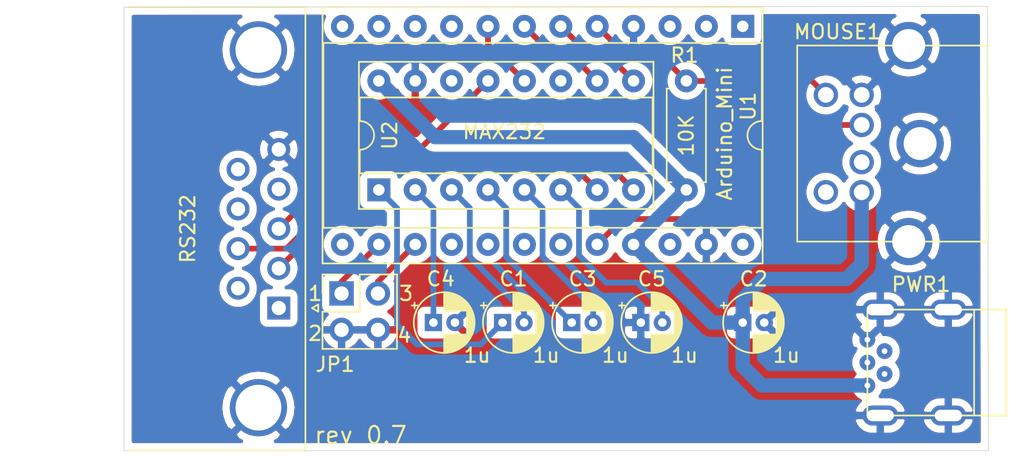
<source format=kicad_pcb>
(kicad_pcb (version 20171130) (host pcbnew 5.1.10)

  (general
    (thickness 1.6)
    (drawings 7)
    (tracks 76)
    (zones 0)
    (modules 12)
    (nets 19)
  )

  (page A4)
  (title_block
    (title "PS/2 to Serial Mouse Adapter")
    (date 2021-10-22)
    (rev 0.7)
    (company Necroware)
    (comment 1 "by Scorp")
  )

  (layers
    (0 F.Cu signal)
    (31 B.Cu signal)
    (32 B.Adhes user)
    (33 F.Adhes user)
    (34 B.Paste user)
    (35 F.Paste user)
    (36 B.SilkS user)
    (37 F.SilkS user)
    (38 B.Mask user)
    (39 F.Mask user)
    (40 Dwgs.User user)
    (41 Cmts.User user)
    (42 Eco1.User user)
    (43 Eco2.User user)
    (44 Edge.Cuts user)
    (45 Margin user)
    (46 B.CrtYd user)
    (47 F.CrtYd user)
    (48 B.Fab user)
    (49 F.Fab user)
  )

  (setup
    (last_trace_width 0.4)
    (trace_clearance 0.2)
    (zone_clearance 0.508)
    (zone_45_only no)
    (trace_min 0.2)
    (via_size 0.8)
    (via_drill 0.4)
    (via_min_size 0.4)
    (via_min_drill 0.3)
    (uvia_size 0.3)
    (uvia_drill 0.1)
    (uvias_allowed no)
    (uvia_min_size 0.2)
    (uvia_min_drill 0.1)
    (edge_width 0.05)
    (segment_width 0.2)
    (pcb_text_width 0.3)
    (pcb_text_size 1.5 1.5)
    (mod_edge_width 0.12)
    (mod_text_size 1 1)
    (mod_text_width 0.15)
    (pad_size 1.524 1.524)
    (pad_drill 0.762)
    (pad_to_mask_clearance 0)
    (aux_axis_origin 0 0)
    (grid_origin 104.14 62.23)
    (visible_elements FFFFFF7F)
    (pcbplotparams
      (layerselection 0x010fc_ffffffff)
      (usegerberextensions false)
      (usegerberattributes true)
      (usegerberadvancedattributes true)
      (creategerberjobfile true)
      (excludeedgelayer true)
      (linewidth 0.100000)
      (plotframeref false)
      (viasonmask false)
      (mode 1)
      (useauxorigin false)
      (hpglpennumber 1)
      (hpglpenspeed 20)
      (hpglpendiameter 15.000000)
      (psnegative false)
      (psa4output false)
      (plotreference true)
      (plotvalue true)
      (plotinvisibletext false)
      (padsonsilk false)
      (subtractmaskfromsilk false)
      (outputformat 1)
      (mirror false)
      (drillshape 0)
      (scaleselection 1)
      (outputdirectory "./gerber"))
  )

  (net 0 "")
  (net 1 "Net-(C1-Pad2)")
  (net 2 "Net-(C1-Pad1)")
  (net 3 GND)
  (net 4 "Net-(C2-Pad1)")
  (net 5 "Net-(C3-Pad2)")
  (net 6 "Net-(C3-Pad1)")
  (net 7 "Net-(C4-Pad1)")
  (net 8 "Net-(C5-Pad2)")
  (net 9 CLK)
  (net 10 DATA)
  (net 11 TX)
  (net 12 RTS)
  (net 13 "Net-(RS232-Pad7)")
  (net 14 "Net-(RS232-Pad2)")
  (net 15 "Net-(JP1-Pad3)")
  (net 16 "Net-(JP1-Pad1)")
  (net 17 "Net-(RS232-Pad3)")
  (net 18 RX)

  (net_class Default "This is the default net class."
    (clearance 0.2)
    (trace_width 0.4)
    (via_dia 0.8)
    (via_drill 0.4)
    (uvia_dia 0.3)
    (uvia_drill 0.1)
    (add_net CLK)
    (add_net DATA)
    (add_net "Net-(C1-Pad1)")
    (add_net "Net-(C1-Pad2)")
    (add_net "Net-(C3-Pad1)")
    (add_net "Net-(C3-Pad2)")
    (add_net "Net-(C4-Pad1)")
    (add_net "Net-(C5-Pad2)")
    (add_net "Net-(JP1-Pad1)")
    (add_net "Net-(JP1-Pad3)")
    (add_net "Net-(RS232-Pad2)")
    (add_net "Net-(RS232-Pad3)")
    (add_net "Net-(RS232-Pad7)")
    (add_net RTS)
    (add_net RX)
    (add_net TX)
  )

  (net_class Power ""
    (clearance 0.3)
    (trace_width 1)
    (via_dia 0.8)
    (via_drill 0.4)
    (uvia_dia 0.3)
    (uvia_drill 0.1)
    (add_net GND)
    (add_net "Net-(C2-Pad1)")
  )

  (module Package_DIP:DIP-24_W15.24mm_Socket (layer F.Cu) (tedit 5A02E8C5) (tstamp 61731BDC)
    (at 124.46 56.515 270)
    (descr "24-lead though-hole mounted DIP package, row spacing 15.24 mm (600 mils), Socket")
    (tags "THT DIP DIL PDIP 2.54mm 15.24mm 600mil Socket")
    (path /5FBA0BED)
    (fp_text reference U1 (at 5.588 -0.381 90) (layer F.SilkS)
      (effects (font (size 1 1) (thickness 0.15)))
    )
    (fp_text value Arduino_Mini (at 7.493 1.27 90) (layer F.SilkS)
      (effects (font (size 1 1) (thickness 0.15)))
    )
    (fp_line (start 1.255 -1.27) (end 14.985 -1.27) (layer F.Fab) (width 0.1))
    (fp_line (start 14.985 -1.27) (end 14.985 29.21) (layer F.Fab) (width 0.1))
    (fp_line (start 14.985 29.21) (end 0.255 29.21) (layer F.Fab) (width 0.1))
    (fp_line (start 0.255 29.21) (end 0.255 -0.27) (layer F.Fab) (width 0.1))
    (fp_line (start 0.255 -0.27) (end 1.255 -1.27) (layer F.Fab) (width 0.1))
    (fp_line (start -1.27 -1.33) (end -1.27 29.27) (layer F.Fab) (width 0.1))
    (fp_line (start -1.27 29.27) (end 16.51 29.27) (layer F.Fab) (width 0.1))
    (fp_line (start 16.51 29.27) (end 16.51 -1.33) (layer F.Fab) (width 0.1))
    (fp_line (start 16.51 -1.33) (end -1.27 -1.33) (layer F.Fab) (width 0.1))
    (fp_line (start 6.62 -1.33) (end 1.16 -1.33) (layer F.SilkS) (width 0.12))
    (fp_line (start 1.16 -1.33) (end 1.16 29.27) (layer F.SilkS) (width 0.12))
    (fp_line (start 1.16 29.27) (end 14.08 29.27) (layer F.SilkS) (width 0.12))
    (fp_line (start 14.08 29.27) (end 14.08 -1.33) (layer F.SilkS) (width 0.12))
    (fp_line (start 14.08 -1.33) (end 8.62 -1.33) (layer F.SilkS) (width 0.12))
    (fp_line (start -1.33 -1.39) (end -1.33 29.33) (layer F.SilkS) (width 0.12))
    (fp_line (start -1.33 29.33) (end 16.57 29.33) (layer F.SilkS) (width 0.12))
    (fp_line (start 16.57 29.33) (end 16.57 -1.39) (layer F.SilkS) (width 0.12))
    (fp_line (start 16.57 -1.39) (end -1.33 -1.39) (layer F.SilkS) (width 0.12))
    (fp_line (start -1.55 -1.6) (end -1.55 29.55) (layer F.CrtYd) (width 0.05))
    (fp_line (start -1.55 29.55) (end 16.8 29.55) (layer F.CrtYd) (width 0.05))
    (fp_line (start 16.8 29.55) (end 16.8 -1.6) (layer F.CrtYd) (width 0.05))
    (fp_line (start 16.8 -1.6) (end -1.55 -1.6) (layer F.CrtYd) (width 0.05))
    (fp_text user %R (at 7.62 1.27 90) (layer F.Fab) hide
      (effects (font (size 1 1) (thickness 0.15)))
    )
    (fp_arc (start 7.62 -1.33) (end 6.62 -1.33) (angle -180) (layer F.SilkS) (width 0.12))
    (pad 24 thru_hole oval (at 15.24 0 270) (size 1.6 1.6) (drill 0.8) (layers *.Cu *.Mask))
    (pad 12 thru_hole oval (at 0 27.94 270) (size 1.6 1.6) (drill 0.8) (layers *.Cu *.Mask))
    (pad 23 thru_hole oval (at 15.24 2.54 270) (size 1.6 1.6) (drill 0.8) (layers *.Cu *.Mask)
      (net 3 GND))
    (pad 11 thru_hole oval (at 0 25.4 270) (size 1.6 1.6) (drill 0.8) (layers *.Cu *.Mask))
    (pad 22 thru_hole oval (at 15.24 5.08 270) (size 1.6 1.6) (drill 0.8) (layers *.Cu *.Mask))
    (pad 10 thru_hole oval (at 0 22.86 270) (size 1.6 1.6) (drill 0.8) (layers *.Cu *.Mask))
    (pad 21 thru_hole oval (at 15.24 7.62 270) (size 1.6 1.6) (drill 0.8) (layers *.Cu *.Mask)
      (net 4 "Net-(C2-Pad1)"))
    (pad 9 thru_hole oval (at 0 20.32 270) (size 1.6 1.6) (drill 0.8) (layers *.Cu *.Mask))
    (pad 20 thru_hole oval (at 15.24 10.16 270) (size 1.6 1.6) (drill 0.8) (layers *.Cu *.Mask)
      (net 10 DATA))
    (pad 8 thru_hole oval (at 0 17.78 270) (size 1.6 1.6) (drill 0.8) (layers *.Cu *.Mask)
      (net 18 RX))
    (pad 19 thru_hole oval (at 15.24 12.7 270) (size 1.6 1.6) (drill 0.8) (layers *.Cu *.Mask))
    (pad 7 thru_hole oval (at 0 15.24 270) (size 1.6 1.6) (drill 0.8) (layers *.Cu *.Mask)
      (net 11 TX))
    (pad 18 thru_hole oval (at 15.24 15.24 270) (size 1.6 1.6) (drill 0.8) (layers *.Cu *.Mask))
    (pad 6 thru_hole oval (at 0 12.7 270) (size 1.6 1.6) (drill 0.8) (layers *.Cu *.Mask)
      (net 12 RTS))
    (pad 17 thru_hole oval (at 15.24 17.78 270) (size 1.6 1.6) (drill 0.8) (layers *.Cu *.Mask))
    (pad 5 thru_hole oval (at 0 10.16 270) (size 1.6 1.6) (drill 0.8) (layers *.Cu *.Mask)
      (net 9 CLK))
    (pad 16 thru_hole oval (at 15.24 20.32 270) (size 1.6 1.6) (drill 0.8) (layers *.Cu *.Mask))
    (pad 4 thru_hole oval (at 0 7.62 270) (size 1.6 1.6) (drill 0.8) (layers *.Cu *.Mask)
      (net 3 GND))
    (pad 15 thru_hole oval (at 15.24 22.86 270) (size 1.6 1.6) (drill 0.8) (layers *.Cu *.Mask)
      (net 15 "Net-(JP1-Pad3)"))
    (pad 3 thru_hole oval (at 0 5.08 270) (size 1.6 1.6) (drill 0.8) (layers *.Cu *.Mask))
    (pad 14 thru_hole oval (at 15.24 25.4 270) (size 1.6 1.6) (drill 0.8) (layers *.Cu *.Mask)
      (net 16 "Net-(JP1-Pad1)"))
    (pad 2 thru_hole oval (at 0 2.54 270) (size 1.6 1.6) (drill 0.8) (layers *.Cu *.Mask))
    (pad 13 thru_hole oval (at 15.24 27.94 270) (size 1.6 1.6) (drill 0.8) (layers *.Cu *.Mask))
    (pad 1 thru_hole rect (at 0 0 270) (size 1.6 1.6) (drill 0.8) (layers *.Cu *.Mask))
    (model ${KISYS3DMOD}/Package_DIP.3dshapes/DIP-24_W15.24mm_Socket.wrl
      (at (xyz 0 0 0))
      (scale (xyz 1 1 1))
      (rotate (xyz 0 0 0))
    )
  )

  (module Resistor_THT:R_Axial_DIN0207_L6.3mm_D2.5mm_P7.62mm_Horizontal (layer F.Cu) (tedit 5AE5139B) (tstamp 61732FFA)
    (at 120.523 67.945 90)
    (descr "Resistor, Axial_DIN0207 series, Axial, Horizontal, pin pitch=7.62mm, 0.25W = 1/4W, length*diameter=6.3*2.5mm^2, http://cdn-reichelt.de/documents/datenblatt/B400/1_4W%23YAG.pdf")
    (tags "Resistor Axial_DIN0207 series Axial Horizontal pin pitch 7.62mm 0.25W = 1/4W length 6.3mm diameter 2.5mm")
    (path /6172B4AF)
    (fp_text reference R1 (at 9.408 -0.127) (layer F.SilkS)
      (effects (font (size 1 1) (thickness 0.15)))
    )
    (fp_text value 10K (at 3.81 0 90) (layer F.SilkS)
      (effects (font (size 1 1) (thickness 0.15)))
    )
    (fp_line (start 0.66 -1.25) (end 0.66 1.25) (layer F.Fab) (width 0.1))
    (fp_line (start 0.66 1.25) (end 6.96 1.25) (layer F.Fab) (width 0.1))
    (fp_line (start 6.96 1.25) (end 6.96 -1.25) (layer F.Fab) (width 0.1))
    (fp_line (start 6.96 -1.25) (end 0.66 -1.25) (layer F.Fab) (width 0.1))
    (fp_line (start 0 0) (end 0.66 0) (layer F.Fab) (width 0.1))
    (fp_line (start 7.62 0) (end 6.96 0) (layer F.Fab) (width 0.1))
    (fp_line (start 0.54 -1.04) (end 0.54 -1.37) (layer F.SilkS) (width 0.12))
    (fp_line (start 0.54 -1.37) (end 7.08 -1.37) (layer F.SilkS) (width 0.12))
    (fp_line (start 7.08 -1.37) (end 7.08 -1.04) (layer F.SilkS) (width 0.12))
    (fp_line (start 0.54 1.04) (end 0.54 1.37) (layer F.SilkS) (width 0.12))
    (fp_line (start 0.54 1.37) (end 7.08 1.37) (layer F.SilkS) (width 0.12))
    (fp_line (start 7.08 1.37) (end 7.08 1.04) (layer F.SilkS) (width 0.12))
    (fp_line (start -1.05 -1.5) (end -1.05 1.5) (layer F.CrtYd) (width 0.05))
    (fp_line (start -1.05 1.5) (end 8.67 1.5) (layer F.CrtYd) (width 0.05))
    (fp_line (start 8.67 1.5) (end 8.67 -1.5) (layer F.CrtYd) (width 0.05))
    (fp_line (start 8.67 -1.5) (end -1.05 -1.5) (layer F.CrtYd) (width 0.05))
    (fp_text user %R (at 3.81 0 90) (layer F.Fab) hide
      (effects (font (size 1 1) (thickness 0.15)))
    )
    (pad 1 thru_hole circle (at 0 0 90) (size 1.6 1.6) (drill 0.8) (layers *.Cu *.Mask)
      (net 4 "Net-(C2-Pad1)"))
    (pad 2 thru_hole oval (at 7.62 0 90) (size 1.6 1.6) (drill 0.8) (layers *.Cu *.Mask)
      (net 9 CLK))
    (model ${KISYS3DMOD}/Resistor_THT.3dshapes/R_Axial_DIN0207_L6.3mm_D2.5mm_P7.62mm_Horizontal.wrl
      (at (xyz 0 0 0))
      (scale (xyz 1 1 1))
      (rotate (xyz 0 0 0))
    )
  )

  (module Necroware:Mini_DIN_6_LCSC_C77848 (layer F.Cu) (tedit 5FB9268E) (tstamp 5FB96F6A)
    (at 130.2625 68.1065 90)
    (path /5FBA6BF7)
    (fp_text reference MOUSE1 (at 11.2105 0.8015 180) (layer F.SilkS)
      (effects (font (size 1 1) (thickness 0.15)))
    )
    (fp_text value Mini-DIN-6 (at 4 13 90) (layer F.Fab)
      (effects (font (size 1 1) (thickness 0.15)))
    )
    (fp_line (start -3.45 -2) (end -3.45 11.28) (layer F.SilkS) (width 0.12))
    (fp_line (start 10.25 11.28) (end -3.45 11.28) (layer F.SilkS) (width 0.12))
    (fp_line (start 10.25 -2) (end 10.25 11.28) (layer F.SilkS) (width 0.12))
    (fp_line (start -3.45 -2) (end 10.25 -2) (layer F.SilkS) (width 0.12))
    (pad 7 thru_hole circle (at 10.25 5.78 90) (size 3.3 3.3) (drill 2.3) (layers *.Cu *.Mask)
      (net 3 GND))
    (pad 7 thru_hole circle (at -3.45 5.78 90) (size 3.3 3.3) (drill 2.3) (layers *.Cu *.Mask)
      (net 3 GND))
    (pad 7 thru_hole circle (at 3.4 6.58 90) (size 3.3 3.3) (drill 2.3) (layers *.Cu *.Mask)
      (net 3 GND))
    (pad 1 thru_hole circle (at 4.7 2.5 90) (size 1.7 1.7) (drill 1.1) (layers *.Cu *.Mask)
      (net 10 DATA))
    (pad 2 thru_hole circle (at 2.1 2.5 90) (size 1.7 1.7) (drill 1.1) (layers *.Cu *.Mask))
    (pad 3 thru_hole circle (at 6.8 2.5 90) (size 1.7 1.7) (drill 1.1) (layers *.Cu *.Mask)
      (net 3 GND))
    (pad 5 thru_hole circle (at 6.8 0 90) (size 1.7 1.7) (drill 1.1) (layers *.Cu *.Mask)
      (net 9 CLK))
    (pad 4 thru_hole circle (at 0 2.5 90) (size 1.7 1.7) (drill 1.1) (layers *.Cu *.Mask)
      (net 4 "Net-(C2-Pad1)"))
    (pad 6 thru_hole circle (at 0 0 90) (size 1.7 1.7) (drill 1.1) (layers *.Cu *.Mask))
  )

  (module Connector_PinSocket_2.54mm:PinSocket_2x02_P2.54mm_Vertical (layer F.Cu) (tedit 5A19A426) (tstamp 5FBAA90A)
    (at 96.4565 75.184 90)
    (descr "Through hole straight socket strip, 2x02, 2.54mm pitch, double cols (from Kicad 4.0.7), script generated")
    (tags "Through hole socket strip THT 2x02 2.54mm double row")
    (path /5FBCC7CA)
    (fp_text reference JP1 (at -4.953 -0.4445) (layer F.SilkS)
      (effects (font (size 1 1) (thickness 0.15)))
    )
    (fp_text value Conn_02x02_Odd_Even (at -1.27 5.31 90) (layer F.Fab) hide
      (effects (font (size 1 1) (thickness 0.15)))
    )
    (fp_line (start -3.81 -1.27) (end 0.27 -1.27) (layer F.Fab) (width 0.1))
    (fp_line (start 0.27 -1.27) (end 1.27 -0.27) (layer F.Fab) (width 0.1))
    (fp_line (start 1.27 -0.27) (end 1.27 3.81) (layer F.Fab) (width 0.1))
    (fp_line (start 1.27 3.81) (end -3.81 3.81) (layer F.Fab) (width 0.1))
    (fp_line (start -3.81 3.81) (end -3.81 -1.27) (layer F.Fab) (width 0.1))
    (fp_line (start -3.87 -1.33) (end -1.27 -1.33) (layer F.SilkS) (width 0.12))
    (fp_line (start -3.87 -1.33) (end -3.87 3.87) (layer F.SilkS) (width 0.12))
    (fp_line (start -3.87 3.87) (end 1.33 3.87) (layer F.SilkS) (width 0.12))
    (fp_line (start 1.33 1.27) (end 1.33 3.87) (layer F.SilkS) (width 0.12))
    (fp_line (start -1.27 1.27) (end 1.33 1.27) (layer F.SilkS) (width 0.12))
    (fp_line (start -1.27 -1.33) (end -1.27 1.27) (layer F.SilkS) (width 0.12))
    (fp_line (start 1.33 -1.33) (end 1.33 0) (layer F.SilkS) (width 0.12))
    (fp_line (start 0 -1.33) (end 1.33 -1.33) (layer F.SilkS) (width 0.12))
    (fp_line (start -4.34 -1.8) (end 1.76 -1.8) (layer F.CrtYd) (width 0.05))
    (fp_line (start 1.76 -1.8) (end 1.76 4.3) (layer F.CrtYd) (width 0.05))
    (fp_line (start 1.76 4.3) (end -4.34 4.3) (layer F.CrtYd) (width 0.05))
    (fp_line (start -4.34 4.3) (end -4.34 -1.8) (layer F.CrtYd) (width 0.05))
    (fp_text user %R (at -1.27 1.27) (layer F.Fab) hide
      (effects (font (size 1 1) (thickness 0.15)))
    )
    (fp_text user 1 (at 0 -1.8415 180) (layer F.SilkS)
      (effects (font (size 1 1) (thickness 0.15)))
    )
    (fp_text user 2 (at -2.794 -1.8415 180) (layer F.SilkS)
      (effects (font (size 1 1) (thickness 0.15)))
    )
    (fp_text user 3 (at 0 4.5085 180) (layer F.SilkS)
      (effects (font (size 1 1) (thickness 0.15)))
    )
    (fp_text user 4 (at -2.921 4.3815 180) (layer F.SilkS)
      (effects (font (size 1 1) (thickness 0.15)))
    )
    (pad 4 thru_hole oval (at -2.54 2.54 90) (size 1.7 1.7) (drill 1) (layers *.Cu *.Mask)
      (net 3 GND))
    (pad 3 thru_hole oval (at 0 2.54 90) (size 1.7 1.7) (drill 1) (layers *.Cu *.Mask)
      (net 15 "Net-(JP1-Pad3)"))
    (pad 2 thru_hole oval (at -2.54 0 90) (size 1.7 1.7) (drill 1) (layers *.Cu *.Mask)
      (net 3 GND))
    (pad 1 thru_hole rect (at 0 0 90) (size 1.7 1.7) (drill 1) (layers *.Cu *.Mask)
      (net 16 "Net-(JP1-Pad1)"))
    (model ${KISYS3DMOD}/Connector_PinSocket_2.54mm.3dshapes/PinSocket_2x02_P2.54mm_Vertical.wrl
      (at (xyz 0 0 0))
      (scale (xyz 1 1 1))
      (rotate (xyz 0 0 0))
    )
  )

  (module Capacitor_THT:CP_Radial_D4.0mm_P1.50mm (layer F.Cu) (tedit 5AE50EF0) (tstamp 5FBA08AE)
    (at 124.46 77.216)
    (descr "CP, Radial series, Radial, pin pitch=1.50mm, , diameter=4mm, Electrolytic Capacitor")
    (tags "CP Radial series Radial pin pitch 1.50mm  diameter 4mm Electrolytic Capacitor")
    (path /5FBAACF8)
    (fp_text reference C2 (at 0.762 -3.048) (layer F.SilkS)
      (effects (font (size 1 1) (thickness 0.15)))
    )
    (fp_text value 1u (at 3.048 2.286) (layer F.SilkS)
      (effects (font (size 1 1) (thickness 0.15)))
    )
    (fp_circle (center 0.75 0) (end 2.75 0) (layer F.Fab) (width 0.1))
    (fp_circle (center 0.75 0) (end 2.87 0) (layer F.SilkS) (width 0.12))
    (fp_circle (center 0.75 0) (end 3 0) (layer F.CrtYd) (width 0.05))
    (fp_line (start -0.952554 -0.8675) (end -0.552554 -0.8675) (layer F.Fab) (width 0.1))
    (fp_line (start -0.752554 -1.0675) (end -0.752554 -0.6675) (layer F.Fab) (width 0.1))
    (fp_line (start 0.75 0.84) (end 0.75 2.08) (layer F.SilkS) (width 0.12))
    (fp_line (start 0.75 -2.08) (end 0.75 -0.84) (layer F.SilkS) (width 0.12))
    (fp_line (start 0.79 0.84) (end 0.79 2.08) (layer F.SilkS) (width 0.12))
    (fp_line (start 0.79 -2.08) (end 0.79 -0.84) (layer F.SilkS) (width 0.12))
    (fp_line (start 0.83 0.84) (end 0.83 2.079) (layer F.SilkS) (width 0.12))
    (fp_line (start 0.83 -2.079) (end 0.83 -0.84) (layer F.SilkS) (width 0.12))
    (fp_line (start 0.87 -2.077) (end 0.87 -0.84) (layer F.SilkS) (width 0.12))
    (fp_line (start 0.87 0.84) (end 0.87 2.077) (layer F.SilkS) (width 0.12))
    (fp_line (start 0.91 -2.074) (end 0.91 -0.84) (layer F.SilkS) (width 0.12))
    (fp_line (start 0.91 0.84) (end 0.91 2.074) (layer F.SilkS) (width 0.12))
    (fp_line (start 0.95 -2.071) (end 0.95 -0.84) (layer F.SilkS) (width 0.12))
    (fp_line (start 0.95 0.84) (end 0.95 2.071) (layer F.SilkS) (width 0.12))
    (fp_line (start 0.99 -2.067) (end 0.99 -0.84) (layer F.SilkS) (width 0.12))
    (fp_line (start 0.99 0.84) (end 0.99 2.067) (layer F.SilkS) (width 0.12))
    (fp_line (start 1.03 -2.062) (end 1.03 -0.84) (layer F.SilkS) (width 0.12))
    (fp_line (start 1.03 0.84) (end 1.03 2.062) (layer F.SilkS) (width 0.12))
    (fp_line (start 1.07 -2.056) (end 1.07 -0.84) (layer F.SilkS) (width 0.12))
    (fp_line (start 1.07 0.84) (end 1.07 2.056) (layer F.SilkS) (width 0.12))
    (fp_line (start 1.11 -2.05) (end 1.11 -0.84) (layer F.SilkS) (width 0.12))
    (fp_line (start 1.11 0.84) (end 1.11 2.05) (layer F.SilkS) (width 0.12))
    (fp_line (start 1.15 -2.042) (end 1.15 -0.84) (layer F.SilkS) (width 0.12))
    (fp_line (start 1.15 0.84) (end 1.15 2.042) (layer F.SilkS) (width 0.12))
    (fp_line (start 1.19 -2.034) (end 1.19 -0.84) (layer F.SilkS) (width 0.12))
    (fp_line (start 1.19 0.84) (end 1.19 2.034) (layer F.SilkS) (width 0.12))
    (fp_line (start 1.23 -2.025) (end 1.23 -0.84) (layer F.SilkS) (width 0.12))
    (fp_line (start 1.23 0.84) (end 1.23 2.025) (layer F.SilkS) (width 0.12))
    (fp_line (start 1.27 -2.016) (end 1.27 -0.84) (layer F.SilkS) (width 0.12))
    (fp_line (start 1.27 0.84) (end 1.27 2.016) (layer F.SilkS) (width 0.12))
    (fp_line (start 1.31 -2.005) (end 1.31 -0.84) (layer F.SilkS) (width 0.12))
    (fp_line (start 1.31 0.84) (end 1.31 2.005) (layer F.SilkS) (width 0.12))
    (fp_line (start 1.35 -1.994) (end 1.35 -0.84) (layer F.SilkS) (width 0.12))
    (fp_line (start 1.35 0.84) (end 1.35 1.994) (layer F.SilkS) (width 0.12))
    (fp_line (start 1.39 -1.982) (end 1.39 -0.84) (layer F.SilkS) (width 0.12))
    (fp_line (start 1.39 0.84) (end 1.39 1.982) (layer F.SilkS) (width 0.12))
    (fp_line (start 1.43 -1.968) (end 1.43 -0.84) (layer F.SilkS) (width 0.12))
    (fp_line (start 1.43 0.84) (end 1.43 1.968) (layer F.SilkS) (width 0.12))
    (fp_line (start 1.471 -1.954) (end 1.471 -0.84) (layer F.SilkS) (width 0.12))
    (fp_line (start 1.471 0.84) (end 1.471 1.954) (layer F.SilkS) (width 0.12))
    (fp_line (start 1.511 -1.94) (end 1.511 -0.84) (layer F.SilkS) (width 0.12))
    (fp_line (start 1.511 0.84) (end 1.511 1.94) (layer F.SilkS) (width 0.12))
    (fp_line (start 1.551 -1.924) (end 1.551 -0.84) (layer F.SilkS) (width 0.12))
    (fp_line (start 1.551 0.84) (end 1.551 1.924) (layer F.SilkS) (width 0.12))
    (fp_line (start 1.591 -1.907) (end 1.591 -0.84) (layer F.SilkS) (width 0.12))
    (fp_line (start 1.591 0.84) (end 1.591 1.907) (layer F.SilkS) (width 0.12))
    (fp_line (start 1.631 -1.889) (end 1.631 -0.84) (layer F.SilkS) (width 0.12))
    (fp_line (start 1.631 0.84) (end 1.631 1.889) (layer F.SilkS) (width 0.12))
    (fp_line (start 1.671 -1.87) (end 1.671 -0.84) (layer F.SilkS) (width 0.12))
    (fp_line (start 1.671 0.84) (end 1.671 1.87) (layer F.SilkS) (width 0.12))
    (fp_line (start 1.711 -1.851) (end 1.711 -0.84) (layer F.SilkS) (width 0.12))
    (fp_line (start 1.711 0.84) (end 1.711 1.851) (layer F.SilkS) (width 0.12))
    (fp_line (start 1.751 -1.83) (end 1.751 -0.84) (layer F.SilkS) (width 0.12))
    (fp_line (start 1.751 0.84) (end 1.751 1.83) (layer F.SilkS) (width 0.12))
    (fp_line (start 1.791 -1.808) (end 1.791 -0.84) (layer F.SilkS) (width 0.12))
    (fp_line (start 1.791 0.84) (end 1.791 1.808) (layer F.SilkS) (width 0.12))
    (fp_line (start 1.831 -1.785) (end 1.831 -0.84) (layer F.SilkS) (width 0.12))
    (fp_line (start 1.831 0.84) (end 1.831 1.785) (layer F.SilkS) (width 0.12))
    (fp_line (start 1.871 -1.76) (end 1.871 -0.84) (layer F.SilkS) (width 0.12))
    (fp_line (start 1.871 0.84) (end 1.871 1.76) (layer F.SilkS) (width 0.12))
    (fp_line (start 1.911 -1.735) (end 1.911 -0.84) (layer F.SilkS) (width 0.12))
    (fp_line (start 1.911 0.84) (end 1.911 1.735) (layer F.SilkS) (width 0.12))
    (fp_line (start 1.951 -1.708) (end 1.951 -0.84) (layer F.SilkS) (width 0.12))
    (fp_line (start 1.951 0.84) (end 1.951 1.708) (layer F.SilkS) (width 0.12))
    (fp_line (start 1.991 -1.68) (end 1.991 -0.84) (layer F.SilkS) (width 0.12))
    (fp_line (start 1.991 0.84) (end 1.991 1.68) (layer F.SilkS) (width 0.12))
    (fp_line (start 2.031 -1.65) (end 2.031 -0.84) (layer F.SilkS) (width 0.12))
    (fp_line (start 2.031 0.84) (end 2.031 1.65) (layer F.SilkS) (width 0.12))
    (fp_line (start 2.071 -1.619) (end 2.071 -0.84) (layer F.SilkS) (width 0.12))
    (fp_line (start 2.071 0.84) (end 2.071 1.619) (layer F.SilkS) (width 0.12))
    (fp_line (start 2.111 -1.587) (end 2.111 -0.84) (layer F.SilkS) (width 0.12))
    (fp_line (start 2.111 0.84) (end 2.111 1.587) (layer F.SilkS) (width 0.12))
    (fp_line (start 2.151 -1.552) (end 2.151 -0.84) (layer F.SilkS) (width 0.12))
    (fp_line (start 2.151 0.84) (end 2.151 1.552) (layer F.SilkS) (width 0.12))
    (fp_line (start 2.191 -1.516) (end 2.191 -0.84) (layer F.SilkS) (width 0.12))
    (fp_line (start 2.191 0.84) (end 2.191 1.516) (layer F.SilkS) (width 0.12))
    (fp_line (start 2.231 -1.478) (end 2.231 -0.84) (layer F.SilkS) (width 0.12))
    (fp_line (start 2.231 0.84) (end 2.231 1.478) (layer F.SilkS) (width 0.12))
    (fp_line (start 2.271 -1.438) (end 2.271 -0.84) (layer F.SilkS) (width 0.12))
    (fp_line (start 2.271 0.84) (end 2.271 1.438) (layer F.SilkS) (width 0.12))
    (fp_line (start 2.311 -1.396) (end 2.311 -0.84) (layer F.SilkS) (width 0.12))
    (fp_line (start 2.311 0.84) (end 2.311 1.396) (layer F.SilkS) (width 0.12))
    (fp_line (start 2.351 -1.351) (end 2.351 1.351) (layer F.SilkS) (width 0.12))
    (fp_line (start 2.391 -1.304) (end 2.391 1.304) (layer F.SilkS) (width 0.12))
    (fp_line (start 2.431 -1.254) (end 2.431 1.254) (layer F.SilkS) (width 0.12))
    (fp_line (start 2.471 -1.2) (end 2.471 1.2) (layer F.SilkS) (width 0.12))
    (fp_line (start 2.511 -1.142) (end 2.511 1.142) (layer F.SilkS) (width 0.12))
    (fp_line (start 2.551 -1.08) (end 2.551 1.08) (layer F.SilkS) (width 0.12))
    (fp_line (start 2.591 -1.013) (end 2.591 1.013) (layer F.SilkS) (width 0.12))
    (fp_line (start 2.631 -0.94) (end 2.631 0.94) (layer F.SilkS) (width 0.12))
    (fp_line (start 2.671 -0.859) (end 2.671 0.859) (layer F.SilkS) (width 0.12))
    (fp_line (start 2.711 -0.768) (end 2.711 0.768) (layer F.SilkS) (width 0.12))
    (fp_line (start 2.751 -0.664) (end 2.751 0.664) (layer F.SilkS) (width 0.12))
    (fp_line (start 2.791 -0.537) (end 2.791 0.537) (layer F.SilkS) (width 0.12))
    (fp_line (start 2.831 -0.37) (end 2.831 0.37) (layer F.SilkS) (width 0.12))
    (fp_line (start -1.519801 -1.195) (end -1.119801 -1.195) (layer F.SilkS) (width 0.12))
    (fp_line (start -1.319801 -1.395) (end -1.319801 -0.995) (layer F.SilkS) (width 0.12))
    (fp_text user %R (at 0.75 0) (layer F.Fab) hide
      (effects (font (size 0.8 0.8) (thickness 0.12)))
    )
    (pad 2 thru_hole circle (at 1.5 0) (size 1.2 1.2) (drill 0.6) (layers *.Cu *.Mask)
      (net 3 GND))
    (pad 1 thru_hole rect (at 0 0) (size 1.2 1.2) (drill 0.6) (layers *.Cu *.Mask)
      (net 4 "Net-(C2-Pad1)"))
    (model ${KISYS3DMOD}/Capacitor_THT.3dshapes/CP_Radial_D4.0mm_P1.50mm.wrl
      (at (xyz 0 0 0))
      (scale (xyz 1 1 1))
      (rotate (xyz 0 0 0))
    )
  )

  (module Capacitor_THT:CP_Radial_D4.0mm_P1.50mm (layer F.Cu) (tedit 5AE50EF0) (tstamp 5FB96F1A)
    (at 117.348 77.216)
    (descr "CP, Radial series, Radial, pin pitch=1.50mm, , diameter=4mm, Electrolytic Capacitor")
    (tags "CP Radial series Radial pin pitch 1.50mm  diameter 4mm Electrolytic Capacitor")
    (path /5FBAAF60)
    (fp_text reference C5 (at 0.762 -3.048) (layer F.SilkS)
      (effects (font (size 1 1) (thickness 0.15)))
    )
    (fp_text value 1u (at 3.048 2.286) (layer F.SilkS)
      (effects (font (size 1 1) (thickness 0.15)))
    )
    (fp_circle (center 0.75 0) (end 2.75 0) (layer F.Fab) (width 0.1))
    (fp_circle (center 0.75 0) (end 2.87 0) (layer F.SilkS) (width 0.12))
    (fp_circle (center 0.75 0) (end 3 0) (layer F.CrtYd) (width 0.05))
    (fp_line (start -0.952554 -0.8675) (end -0.552554 -0.8675) (layer F.Fab) (width 0.1))
    (fp_line (start -0.752554 -1.0675) (end -0.752554 -0.6675) (layer F.Fab) (width 0.1))
    (fp_line (start 0.75 0.84) (end 0.75 2.08) (layer F.SilkS) (width 0.12))
    (fp_line (start 0.75 -2.08) (end 0.75 -0.84) (layer F.SilkS) (width 0.12))
    (fp_line (start 0.79 0.84) (end 0.79 2.08) (layer F.SilkS) (width 0.12))
    (fp_line (start 0.79 -2.08) (end 0.79 -0.84) (layer F.SilkS) (width 0.12))
    (fp_line (start 0.83 0.84) (end 0.83 2.079) (layer F.SilkS) (width 0.12))
    (fp_line (start 0.83 -2.079) (end 0.83 -0.84) (layer F.SilkS) (width 0.12))
    (fp_line (start 0.87 -2.077) (end 0.87 -0.84) (layer F.SilkS) (width 0.12))
    (fp_line (start 0.87 0.84) (end 0.87 2.077) (layer F.SilkS) (width 0.12))
    (fp_line (start 0.91 -2.074) (end 0.91 -0.84) (layer F.SilkS) (width 0.12))
    (fp_line (start 0.91 0.84) (end 0.91 2.074) (layer F.SilkS) (width 0.12))
    (fp_line (start 0.95 -2.071) (end 0.95 -0.84) (layer F.SilkS) (width 0.12))
    (fp_line (start 0.95 0.84) (end 0.95 2.071) (layer F.SilkS) (width 0.12))
    (fp_line (start 0.99 -2.067) (end 0.99 -0.84) (layer F.SilkS) (width 0.12))
    (fp_line (start 0.99 0.84) (end 0.99 2.067) (layer F.SilkS) (width 0.12))
    (fp_line (start 1.03 -2.062) (end 1.03 -0.84) (layer F.SilkS) (width 0.12))
    (fp_line (start 1.03 0.84) (end 1.03 2.062) (layer F.SilkS) (width 0.12))
    (fp_line (start 1.07 -2.056) (end 1.07 -0.84) (layer F.SilkS) (width 0.12))
    (fp_line (start 1.07 0.84) (end 1.07 2.056) (layer F.SilkS) (width 0.12))
    (fp_line (start 1.11 -2.05) (end 1.11 -0.84) (layer F.SilkS) (width 0.12))
    (fp_line (start 1.11 0.84) (end 1.11 2.05) (layer F.SilkS) (width 0.12))
    (fp_line (start 1.15 -2.042) (end 1.15 -0.84) (layer F.SilkS) (width 0.12))
    (fp_line (start 1.15 0.84) (end 1.15 2.042) (layer F.SilkS) (width 0.12))
    (fp_line (start 1.19 -2.034) (end 1.19 -0.84) (layer F.SilkS) (width 0.12))
    (fp_line (start 1.19 0.84) (end 1.19 2.034) (layer F.SilkS) (width 0.12))
    (fp_line (start 1.23 -2.025) (end 1.23 -0.84) (layer F.SilkS) (width 0.12))
    (fp_line (start 1.23 0.84) (end 1.23 2.025) (layer F.SilkS) (width 0.12))
    (fp_line (start 1.27 -2.016) (end 1.27 -0.84) (layer F.SilkS) (width 0.12))
    (fp_line (start 1.27 0.84) (end 1.27 2.016) (layer F.SilkS) (width 0.12))
    (fp_line (start 1.31 -2.005) (end 1.31 -0.84) (layer F.SilkS) (width 0.12))
    (fp_line (start 1.31 0.84) (end 1.31 2.005) (layer F.SilkS) (width 0.12))
    (fp_line (start 1.35 -1.994) (end 1.35 -0.84) (layer F.SilkS) (width 0.12))
    (fp_line (start 1.35 0.84) (end 1.35 1.994) (layer F.SilkS) (width 0.12))
    (fp_line (start 1.39 -1.982) (end 1.39 -0.84) (layer F.SilkS) (width 0.12))
    (fp_line (start 1.39 0.84) (end 1.39 1.982) (layer F.SilkS) (width 0.12))
    (fp_line (start 1.43 -1.968) (end 1.43 -0.84) (layer F.SilkS) (width 0.12))
    (fp_line (start 1.43 0.84) (end 1.43 1.968) (layer F.SilkS) (width 0.12))
    (fp_line (start 1.471 -1.954) (end 1.471 -0.84) (layer F.SilkS) (width 0.12))
    (fp_line (start 1.471 0.84) (end 1.471 1.954) (layer F.SilkS) (width 0.12))
    (fp_line (start 1.511 -1.94) (end 1.511 -0.84) (layer F.SilkS) (width 0.12))
    (fp_line (start 1.511 0.84) (end 1.511 1.94) (layer F.SilkS) (width 0.12))
    (fp_line (start 1.551 -1.924) (end 1.551 -0.84) (layer F.SilkS) (width 0.12))
    (fp_line (start 1.551 0.84) (end 1.551 1.924) (layer F.SilkS) (width 0.12))
    (fp_line (start 1.591 -1.907) (end 1.591 -0.84) (layer F.SilkS) (width 0.12))
    (fp_line (start 1.591 0.84) (end 1.591 1.907) (layer F.SilkS) (width 0.12))
    (fp_line (start 1.631 -1.889) (end 1.631 -0.84) (layer F.SilkS) (width 0.12))
    (fp_line (start 1.631 0.84) (end 1.631 1.889) (layer F.SilkS) (width 0.12))
    (fp_line (start 1.671 -1.87) (end 1.671 -0.84) (layer F.SilkS) (width 0.12))
    (fp_line (start 1.671 0.84) (end 1.671 1.87) (layer F.SilkS) (width 0.12))
    (fp_line (start 1.711 -1.851) (end 1.711 -0.84) (layer F.SilkS) (width 0.12))
    (fp_line (start 1.711 0.84) (end 1.711 1.851) (layer F.SilkS) (width 0.12))
    (fp_line (start 1.751 -1.83) (end 1.751 -0.84) (layer F.SilkS) (width 0.12))
    (fp_line (start 1.751 0.84) (end 1.751 1.83) (layer F.SilkS) (width 0.12))
    (fp_line (start 1.791 -1.808) (end 1.791 -0.84) (layer F.SilkS) (width 0.12))
    (fp_line (start 1.791 0.84) (end 1.791 1.808) (layer F.SilkS) (width 0.12))
    (fp_line (start 1.831 -1.785) (end 1.831 -0.84) (layer F.SilkS) (width 0.12))
    (fp_line (start 1.831 0.84) (end 1.831 1.785) (layer F.SilkS) (width 0.12))
    (fp_line (start 1.871 -1.76) (end 1.871 -0.84) (layer F.SilkS) (width 0.12))
    (fp_line (start 1.871 0.84) (end 1.871 1.76) (layer F.SilkS) (width 0.12))
    (fp_line (start 1.911 -1.735) (end 1.911 -0.84) (layer F.SilkS) (width 0.12))
    (fp_line (start 1.911 0.84) (end 1.911 1.735) (layer F.SilkS) (width 0.12))
    (fp_line (start 1.951 -1.708) (end 1.951 -0.84) (layer F.SilkS) (width 0.12))
    (fp_line (start 1.951 0.84) (end 1.951 1.708) (layer F.SilkS) (width 0.12))
    (fp_line (start 1.991 -1.68) (end 1.991 -0.84) (layer F.SilkS) (width 0.12))
    (fp_line (start 1.991 0.84) (end 1.991 1.68) (layer F.SilkS) (width 0.12))
    (fp_line (start 2.031 -1.65) (end 2.031 -0.84) (layer F.SilkS) (width 0.12))
    (fp_line (start 2.031 0.84) (end 2.031 1.65) (layer F.SilkS) (width 0.12))
    (fp_line (start 2.071 -1.619) (end 2.071 -0.84) (layer F.SilkS) (width 0.12))
    (fp_line (start 2.071 0.84) (end 2.071 1.619) (layer F.SilkS) (width 0.12))
    (fp_line (start 2.111 -1.587) (end 2.111 -0.84) (layer F.SilkS) (width 0.12))
    (fp_line (start 2.111 0.84) (end 2.111 1.587) (layer F.SilkS) (width 0.12))
    (fp_line (start 2.151 -1.552) (end 2.151 -0.84) (layer F.SilkS) (width 0.12))
    (fp_line (start 2.151 0.84) (end 2.151 1.552) (layer F.SilkS) (width 0.12))
    (fp_line (start 2.191 -1.516) (end 2.191 -0.84) (layer F.SilkS) (width 0.12))
    (fp_line (start 2.191 0.84) (end 2.191 1.516) (layer F.SilkS) (width 0.12))
    (fp_line (start 2.231 -1.478) (end 2.231 -0.84) (layer F.SilkS) (width 0.12))
    (fp_line (start 2.231 0.84) (end 2.231 1.478) (layer F.SilkS) (width 0.12))
    (fp_line (start 2.271 -1.438) (end 2.271 -0.84) (layer F.SilkS) (width 0.12))
    (fp_line (start 2.271 0.84) (end 2.271 1.438) (layer F.SilkS) (width 0.12))
    (fp_line (start 2.311 -1.396) (end 2.311 -0.84) (layer F.SilkS) (width 0.12))
    (fp_line (start 2.311 0.84) (end 2.311 1.396) (layer F.SilkS) (width 0.12))
    (fp_line (start 2.351 -1.351) (end 2.351 1.351) (layer F.SilkS) (width 0.12))
    (fp_line (start 2.391 -1.304) (end 2.391 1.304) (layer F.SilkS) (width 0.12))
    (fp_line (start 2.431 -1.254) (end 2.431 1.254) (layer F.SilkS) (width 0.12))
    (fp_line (start 2.471 -1.2) (end 2.471 1.2) (layer F.SilkS) (width 0.12))
    (fp_line (start 2.511 -1.142) (end 2.511 1.142) (layer F.SilkS) (width 0.12))
    (fp_line (start 2.551 -1.08) (end 2.551 1.08) (layer F.SilkS) (width 0.12))
    (fp_line (start 2.591 -1.013) (end 2.591 1.013) (layer F.SilkS) (width 0.12))
    (fp_line (start 2.631 -0.94) (end 2.631 0.94) (layer F.SilkS) (width 0.12))
    (fp_line (start 2.671 -0.859) (end 2.671 0.859) (layer F.SilkS) (width 0.12))
    (fp_line (start 2.711 -0.768) (end 2.711 0.768) (layer F.SilkS) (width 0.12))
    (fp_line (start 2.751 -0.664) (end 2.751 0.664) (layer F.SilkS) (width 0.12))
    (fp_line (start 2.791 -0.537) (end 2.791 0.537) (layer F.SilkS) (width 0.12))
    (fp_line (start 2.831 -0.37) (end 2.831 0.37) (layer F.SilkS) (width 0.12))
    (fp_line (start -1.519801 -1.195) (end -1.119801 -1.195) (layer F.SilkS) (width 0.12))
    (fp_line (start -1.319801 -1.395) (end -1.319801 -0.995) (layer F.SilkS) (width 0.12))
    (fp_text user %R (at 0.75 0) (layer F.Fab) hide
      (effects (font (size 0.8 0.8) (thickness 0.12)))
    )
    (pad 2 thru_hole circle (at 1.5 0) (size 1.2 1.2) (drill 0.6) (layers *.Cu *.Mask)
      (net 8 "Net-(C5-Pad2)"))
    (pad 1 thru_hole rect (at 0 0) (size 1.2 1.2) (drill 0.6) (layers *.Cu *.Mask)
      (net 3 GND))
    (model ${KISYS3DMOD}/Capacitor_THT.3dshapes/CP_Radial_D4.0mm_P1.50mm.wrl
      (at (xyz 0 0 0))
      (scale (xyz 1 1 1))
      (rotate (xyz 0 0 0))
    )
  )

  (module Connector_Dsub:DSUB-9_Female_Horizontal_P2.77x2.84mm_EdgePinOffset7.70mm_Housed_MountingHolesOffset9.12mm (layer F.Cu) (tedit 59FEDEE2) (tstamp 5FB96F9E)
    (at 92.075 76.2 270)
    (descr "9-pin D-Sub connector, horizontal/angled (90 deg), THT-mount, female, pitch 2.77x2.84mm, pin-PCB-offset 7.699999999999999mm, distance of mounting holes 25mm, distance of mounting holes to PCB edge 9.12mm, see https://disti-assets.s3.amazonaws.com/tonar/files/datasheets/16730.pdf")
    (tags "9-pin D-Sub connector horizontal angled 90deg THT female pitch 2.77x2.84mm pin-PCB-offset 7.699999999999999mm mounting-holes-distance 25mm mounting-hole-offset 25mm")
    (path /5FBA566F)
    (fp_text reference RS232 (at -5.54 6.35 90) (layer F.SilkS)
      (effects (font (size 1 1) (thickness 0.15)))
    )
    (fp_text value DB9_Female (at -5.54 18.61 90) (layer F.Fab)
      (effects (font (size 1 1) (thickness 0.15)))
    )
    (fp_line (start -20.965 -1.8) (end -20.965 10.54) (layer F.Fab) (width 0.1))
    (fp_line (start -20.965 10.54) (end 9.885 10.54) (layer F.Fab) (width 0.1))
    (fp_line (start 9.885 10.54) (end 9.885 -1.8) (layer F.Fab) (width 0.1))
    (fp_line (start 9.885 -1.8) (end -20.965 -1.8) (layer F.Fab) (width 0.1))
    (fp_line (start -20.965 10.54) (end -20.965 10.94) (layer F.Fab) (width 0.1))
    (fp_line (start -20.965 10.94) (end 9.885 10.94) (layer F.Fab) (width 0.1))
    (fp_line (start 9.885 10.94) (end 9.885 10.54) (layer F.Fab) (width 0.1))
    (fp_line (start 9.885 10.54) (end -20.965 10.54) (layer F.Fab) (width 0.1))
    (fp_line (start -13.69 10.94) (end -13.69 17.11) (layer F.Fab) (width 0.1))
    (fp_line (start -13.69 17.11) (end 2.61 17.11) (layer F.Fab) (width 0.1))
    (fp_line (start 2.61 17.11) (end 2.61 10.94) (layer F.Fab) (width 0.1))
    (fp_line (start 2.61 10.94) (end -13.69 10.94) (layer F.Fab) (width 0.1))
    (fp_line (start -20.54 10.94) (end -20.54 15.94) (layer F.Fab) (width 0.1))
    (fp_line (start -20.54 15.94) (end -15.54 15.94) (layer F.Fab) (width 0.1))
    (fp_line (start -15.54 15.94) (end -15.54 10.94) (layer F.Fab) (width 0.1))
    (fp_line (start -15.54 10.94) (end -20.54 10.94) (layer F.Fab) (width 0.1))
    (fp_line (start 4.46 10.94) (end 4.46 15.94) (layer F.Fab) (width 0.1))
    (fp_line (start 4.46 15.94) (end 9.46 15.94) (layer F.Fab) (width 0.1))
    (fp_line (start 9.46 15.94) (end 9.46 10.94) (layer F.Fab) (width 0.1))
    (fp_line (start 9.46 10.94) (end 4.46 10.94) (layer F.Fab) (width 0.1))
    (fp_line (start -19.64 10.54) (end -19.64 1.42) (layer F.Fab) (width 0.1))
    (fp_line (start -16.44 10.54) (end -16.44 1.42) (layer F.Fab) (width 0.1))
    (fp_line (start 5.36 10.54) (end 5.36 1.42) (layer F.Fab) (width 0.1))
    (fp_line (start 8.56 10.54) (end 8.56 1.42) (layer F.Fab) (width 0.1))
    (fp_line (start -21.025 10.48) (end -21.025 -1.86) (layer F.SilkS) (width 0.12))
    (fp_line (start -21.025 -1.86) (end 9.945 -1.86) (layer F.SilkS) (width 0.12))
    (fp_line (start 9.945 -1.86) (end 9.945 10.48) (layer F.SilkS) (width 0.12))
    (fp_line (start -0.25 -2.754338) (end 0.25 -2.754338) (layer F.SilkS) (width 0.12))
    (fp_line (start 0.25 -2.754338) (end 0 -2.321325) (layer F.SilkS) (width 0.12))
    (fp_line (start 0 -2.321325) (end -0.25 -2.754338) (layer F.SilkS) (width 0.12))
    (fp_line (start -21.5 -2.35) (end -21.5 17.65) (layer F.CrtYd) (width 0.05))
    (fp_line (start -21.5 17.65) (end 10.4 17.65) (layer F.CrtYd) (width 0.05))
    (fp_line (start 10.4 17.65) (end 10.4 -2.35) (layer F.CrtYd) (width 0.05))
    (fp_line (start 10.4 -2.35) (end -21.5 -2.35) (layer F.CrtYd) (width 0.05))
    (fp_text user %R (at -5.54 14.025 90) (layer F.Fab)
      (effects (font (size 1 1) (thickness 0.15)))
    )
    (fp_arc (start 6.96 1.42) (end 5.36 1.42) (angle 180) (layer F.Fab) (width 0.1))
    (fp_arc (start -18.04 1.42) (end -19.64 1.42) (angle 180) (layer F.Fab) (width 0.1))
    (pad 0 thru_hole circle (at 6.96 1.42 270) (size 4 4) (drill 3.2) (layers *.Cu *.Mask)
      (net 3 GND))
    (pad 0 thru_hole circle (at -18.04 1.42 270) (size 4 4) (drill 3.2) (layers *.Cu *.Mask)
      (net 3 GND))
    (pad 9 thru_hole circle (at -9.695 2.84 270) (size 1.6 1.6) (drill 1) (layers *.Cu *.Mask))
    (pad 8 thru_hole circle (at -6.925 2.84 270) (size 1.6 1.6) (drill 1) (layers *.Cu *.Mask))
    (pad 7 thru_hole circle (at -4.155 2.84 270) (size 1.6 1.6) (drill 1) (layers *.Cu *.Mask)
      (net 13 "Net-(RS232-Pad7)"))
    (pad 6 thru_hole circle (at -1.385 2.84 270) (size 1.6 1.6) (drill 1) (layers *.Cu *.Mask))
    (pad 5 thru_hole circle (at -11.08 0 270) (size 1.6 1.6) (drill 1) (layers *.Cu *.Mask)
      (net 3 GND))
    (pad 4 thru_hole circle (at -8.31 0 270) (size 1.6 1.6) (drill 1) (layers *.Cu *.Mask))
    (pad 3 thru_hole circle (at -5.54 0 270) (size 1.6 1.6) (drill 1) (layers *.Cu *.Mask)
      (net 17 "Net-(RS232-Pad3)"))
    (pad 2 thru_hole circle (at -2.77 0 270) (size 1.6 1.6) (drill 1) (layers *.Cu *.Mask)
      (net 14 "Net-(RS232-Pad2)"))
    (pad 1 thru_hole rect (at 0 0 270) (size 1.6 1.6) (drill 1) (layers *.Cu *.Mask))
    (model ${KISYS3DMOD}/Connector_Dsub.3dshapes/DSUB-9_Female_Horizontal_P2.77x2.84mm_EdgePinOffset7.70mm_Housed_MountingHolesOffset9.12mm.wrl
      (at (xyz 0 0 0))
      (scale (xyz 1 1 1))
      (rotate (xyz 0 0 0))
    )
  )

  (module Package_DIP:DIP-16_W7.62mm_Socket (layer F.Cu) (tedit 5A02E8C5) (tstamp 61733051)
    (at 99.06 67.945 90)
    (descr "16-lead though-hole mounted DIP package, row spacing 7.62 mm (300 mils), Socket")
    (tags "THT DIP DIL PDIP 2.54mm 7.62mm 300mil Socket")
    (path /5FBA2EB0)
    (fp_text reference U2 (at 3.81 0.762 90) (layer F.SilkS)
      (effects (font (size 1 1) (thickness 0.15)))
    )
    (fp_text value MAX232 (at 4.064 8.763) (layer F.SilkS)
      (effects (font (size 1 1) (thickness 0.15)))
    )
    (fp_line (start 1.635 -1.27) (end 6.985 -1.27) (layer F.Fab) (width 0.1))
    (fp_line (start 6.985 -1.27) (end 6.985 19.05) (layer F.Fab) (width 0.1))
    (fp_line (start 6.985 19.05) (end 0.635 19.05) (layer F.Fab) (width 0.1))
    (fp_line (start 0.635 19.05) (end 0.635 -0.27) (layer F.Fab) (width 0.1))
    (fp_line (start 0.635 -0.27) (end 1.635 -1.27) (layer F.Fab) (width 0.1))
    (fp_line (start -1.27 -1.33) (end -1.27 19.11) (layer F.Fab) (width 0.1))
    (fp_line (start -1.27 19.11) (end 8.89 19.11) (layer F.Fab) (width 0.1))
    (fp_line (start 8.89 19.11) (end 8.89 -1.33) (layer F.Fab) (width 0.1))
    (fp_line (start 8.89 -1.33) (end -1.27 -1.33) (layer F.Fab) (width 0.1))
    (fp_line (start 2.81 -1.33) (end 1.16 -1.33) (layer F.SilkS) (width 0.12))
    (fp_line (start 1.16 -1.33) (end 1.16 19.11) (layer F.SilkS) (width 0.12))
    (fp_line (start 1.16 19.11) (end 6.46 19.11) (layer F.SilkS) (width 0.12))
    (fp_line (start 6.46 19.11) (end 6.46 -1.33) (layer F.SilkS) (width 0.12))
    (fp_line (start 6.46 -1.33) (end 4.81 -1.33) (layer F.SilkS) (width 0.12))
    (fp_line (start -1.33 -1.39) (end -1.33 19.17) (layer F.SilkS) (width 0.12))
    (fp_line (start -1.33 19.17) (end 8.95 19.17) (layer F.SilkS) (width 0.12))
    (fp_line (start 8.95 19.17) (end 8.95 -1.39) (layer F.SilkS) (width 0.12))
    (fp_line (start 8.95 -1.39) (end -1.33 -1.39) (layer F.SilkS) (width 0.12))
    (fp_line (start -1.55 -1.6) (end -1.55 19.4) (layer F.CrtYd) (width 0.05))
    (fp_line (start -1.55 19.4) (end 9.15 19.4) (layer F.CrtYd) (width 0.05))
    (fp_line (start 9.15 19.4) (end 9.15 -1.6) (layer F.CrtYd) (width 0.05))
    (fp_line (start 9.15 -1.6) (end -1.55 -1.6) (layer F.CrtYd) (width 0.05))
    (fp_text user %R (at 3.81 9.525 90) (layer F.Fab) hide
      (effects (font (size 1 1) (thickness 0.15)))
    )
    (fp_arc (start 3.81 -1.33) (end 2.81 -1.33) (angle -180) (layer F.SilkS) (width 0.12))
    (pad 16 thru_hole oval (at 7.62 0 90) (size 1.6 1.6) (drill 0.8) (layers *.Cu *.Mask)
      (net 4 "Net-(C2-Pad1)"))
    (pad 8 thru_hole oval (at 0 17.78 90) (size 1.6 1.6) (drill 0.8) (layers *.Cu *.Mask)
      (net 13 "Net-(RS232-Pad7)"))
    (pad 15 thru_hole oval (at 7.62 2.54 90) (size 1.6 1.6) (drill 0.8) (layers *.Cu *.Mask)
      (net 3 GND))
    (pad 7 thru_hole oval (at 0 15.24 90) (size 1.6 1.6) (drill 0.8) (layers *.Cu *.Mask)
      (net 14 "Net-(RS232-Pad2)"))
    (pad 14 thru_hole oval (at 7.62 5.08 90) (size 1.6 1.6) (drill 0.8) (layers *.Cu *.Mask))
    (pad 6 thru_hole oval (at 0 12.7 90) (size 1.6 1.6) (drill 0.8) (layers *.Cu *.Mask)
      (net 8 "Net-(C5-Pad2)"))
    (pad 13 thru_hole oval (at 7.62 7.62 90) (size 1.6 1.6) (drill 0.8) (layers *.Cu *.Mask)
      (net 17 "Net-(RS232-Pad3)"))
    (pad 5 thru_hole oval (at 0 10.16 90) (size 1.6 1.6) (drill 0.8) (layers *.Cu *.Mask)
      (net 5 "Net-(C3-Pad2)"))
    (pad 12 thru_hole oval (at 7.62 10.16 90) (size 1.6 1.6) (drill 0.8) (layers *.Cu *.Mask)
      (net 18 RX))
    (pad 4 thru_hole oval (at 0 7.62 90) (size 1.6 1.6) (drill 0.8) (layers *.Cu *.Mask)
      (net 6 "Net-(C3-Pad1)"))
    (pad 11 thru_hole oval (at 7.62 12.7 90) (size 1.6 1.6) (drill 0.8) (layers *.Cu *.Mask))
    (pad 3 thru_hole oval (at 0 5.08 90) (size 1.6 1.6) (drill 0.8) (layers *.Cu *.Mask)
      (net 1 "Net-(C1-Pad2)"))
    (pad 10 thru_hole oval (at 7.62 15.24 90) (size 1.6 1.6) (drill 0.8) (layers *.Cu *.Mask)
      (net 11 TX))
    (pad 2 thru_hole oval (at 0 2.54 90) (size 1.6 1.6) (drill 0.8) (layers *.Cu *.Mask)
      (net 7 "Net-(C4-Pad1)"))
    (pad 9 thru_hole oval (at 7.62 17.78 90) (size 1.6 1.6) (drill 0.8) (layers *.Cu *.Mask)
      (net 12 RTS))
    (pad 1 thru_hole rect (at 0 0 90) (size 1.6 1.6) (drill 0.8) (layers *.Cu *.Mask)
      (net 2 "Net-(C1-Pad1)"))
    (model ${KISYS3DMOD}/Package_DIP.3dshapes/DIP-16_W7.62mm_Socket.wrl
      (at (xyz 0 0 0))
      (scale (xyz 1 1 1))
      (rotate (xyz 0 0 0))
    )
  )

  (module MyLibrary:USB_Mini-B-Jing_Extension_LSCS_C46398 (layer F.Cu) (tedit 5FBA7C90) (tstamp 5FB96F2C)
    (at 133.1595 80.01 90)
    (path /5FBBA6CF)
    (fp_text reference PWR1 (at 5.461 3.7465 180) (layer F.SilkS)
      (effects (font (size 1 1) (thickness 0.15)))
    )
    (fp_text value USB_B_Mini (at 0 3.3655 90) (layer F.Fab) hide
      (effects (font (size 1 1) (thickness 0.15)))
    )
    (fp_line (start -3.7 7.45) (end 3.7 7.45) (layer F.SilkS) (width 0.12))
    (fp_line (start -3.7 9.7) (end -3.7 0) (layer F.SilkS) (width 0.12))
    (fp_line (start -3.7 9.7) (end 3.7 9.7) (layer F.SilkS) (width 0.12))
    (fp_line (start 3.7 0) (end 3.7 9.7) (layer F.SilkS) (width 0.12))
    (fp_line (start -3.7 0) (end 3.7 0) (layer F.SilkS) (width 0.12))
    (pad 6 thru_hole oval (at 3.7 5.65 90) (size 1.4 2.5) (drill oval 0.8 1.9) (layers *.Cu *.Mask)
      (net 3 GND))
    (pad 6 thru_hole oval (at -3.7 5.65 90) (size 1.4 2.5) (drill oval 0.8 1.9) (layers *.Cu *.Mask)
      (net 3 GND))
    (pad 6 thru_hole oval (at -3.7 0.9 90) (size 1.4 2.5) (drill oval 0.8 1.9) (layers *.Cu *.Mask)
      (net 3 GND))
    (pad 6 thru_hole oval (at 3.7 0.9 90) (size 1.4 2.5) (drill oval 0.8 1.9) (layers *.Cu *.Mask)
      (net 3 GND))
    (pad 4 thru_hole circle (at 0.8 1.2 90) (size 1.1 1.1) (drill 0.4) (layers *.Cu *.Mask))
    (pad 2 thru_hole circle (at -0.8 1.2 90) (size 1.1 1.1) (drill 0.4) (layers *.Cu *.Mask))
    (pad 1 thru_hole circle (at -1.6 0 90) (size 1.1 1.1) (drill 0.4) (layers *.Cu *.Mask)
      (net 4 "Net-(C2-Pad1)"))
    (pad 5 thru_hole circle (at 1.6 0 90) (size 1.1 1.1) (drill 0.4) (layers *.Cu *.Mask)
      (net 3 GND))
    (pad 3 thru_hole circle (at 0 0 90) (size 1.1 1.1) (drill 0.4) (layers *.Cu *.Mask))
  )

  (module Capacitor_THT:CP_Radial_D4.0mm_P1.50mm (layer F.Cu) (tedit 5AE50EF0) (tstamp 617333D7)
    (at 102.87 77.216)
    (descr "CP, Radial series, Radial, pin pitch=1.50mm, , diameter=4mm, Electrolytic Capacitor")
    (tags "CP Radial series Radial pin pitch 1.50mm  diameter 4mm Electrolytic Capacitor")
    (path /5FBAB312)
    (fp_text reference C4 (at 0.508 -3.048) (layer F.SilkS)
      (effects (font (size 1 1) (thickness 0.15)))
    )
    (fp_text value 1u (at 3.048 2.286) (layer F.SilkS)
      (effects (font (size 1 1) (thickness 0.15)))
    )
    (fp_circle (center 0.75 0) (end 2.75 0) (layer F.Fab) (width 0.1))
    (fp_circle (center 0.75 0) (end 2.87 0) (layer F.SilkS) (width 0.12))
    (fp_circle (center 0.75 0) (end 3 0) (layer F.CrtYd) (width 0.05))
    (fp_line (start -0.952554 -0.8675) (end -0.552554 -0.8675) (layer F.Fab) (width 0.1))
    (fp_line (start -0.752554 -1.0675) (end -0.752554 -0.6675) (layer F.Fab) (width 0.1))
    (fp_line (start 0.75 0.84) (end 0.75 2.08) (layer F.SilkS) (width 0.12))
    (fp_line (start 0.75 -2.08) (end 0.75 -0.84) (layer F.SilkS) (width 0.12))
    (fp_line (start 0.79 0.84) (end 0.79 2.08) (layer F.SilkS) (width 0.12))
    (fp_line (start 0.79 -2.08) (end 0.79 -0.84) (layer F.SilkS) (width 0.12))
    (fp_line (start 0.83 0.84) (end 0.83 2.079) (layer F.SilkS) (width 0.12))
    (fp_line (start 0.83 -2.079) (end 0.83 -0.84) (layer F.SilkS) (width 0.12))
    (fp_line (start 0.87 -2.077) (end 0.87 -0.84) (layer F.SilkS) (width 0.12))
    (fp_line (start 0.87 0.84) (end 0.87 2.077) (layer F.SilkS) (width 0.12))
    (fp_line (start 0.91 -2.074) (end 0.91 -0.84) (layer F.SilkS) (width 0.12))
    (fp_line (start 0.91 0.84) (end 0.91 2.074) (layer F.SilkS) (width 0.12))
    (fp_line (start 0.95 -2.071) (end 0.95 -0.84) (layer F.SilkS) (width 0.12))
    (fp_line (start 0.95 0.84) (end 0.95 2.071) (layer F.SilkS) (width 0.12))
    (fp_line (start 0.99 -2.067) (end 0.99 -0.84) (layer F.SilkS) (width 0.12))
    (fp_line (start 0.99 0.84) (end 0.99 2.067) (layer F.SilkS) (width 0.12))
    (fp_line (start 1.03 -2.062) (end 1.03 -0.84) (layer F.SilkS) (width 0.12))
    (fp_line (start 1.03 0.84) (end 1.03 2.062) (layer F.SilkS) (width 0.12))
    (fp_line (start 1.07 -2.056) (end 1.07 -0.84) (layer F.SilkS) (width 0.12))
    (fp_line (start 1.07 0.84) (end 1.07 2.056) (layer F.SilkS) (width 0.12))
    (fp_line (start 1.11 -2.05) (end 1.11 -0.84) (layer F.SilkS) (width 0.12))
    (fp_line (start 1.11 0.84) (end 1.11 2.05) (layer F.SilkS) (width 0.12))
    (fp_line (start 1.15 -2.042) (end 1.15 -0.84) (layer F.SilkS) (width 0.12))
    (fp_line (start 1.15 0.84) (end 1.15 2.042) (layer F.SilkS) (width 0.12))
    (fp_line (start 1.19 -2.034) (end 1.19 -0.84) (layer F.SilkS) (width 0.12))
    (fp_line (start 1.19 0.84) (end 1.19 2.034) (layer F.SilkS) (width 0.12))
    (fp_line (start 1.23 -2.025) (end 1.23 -0.84) (layer F.SilkS) (width 0.12))
    (fp_line (start 1.23 0.84) (end 1.23 2.025) (layer F.SilkS) (width 0.12))
    (fp_line (start 1.27 -2.016) (end 1.27 -0.84) (layer F.SilkS) (width 0.12))
    (fp_line (start 1.27 0.84) (end 1.27 2.016) (layer F.SilkS) (width 0.12))
    (fp_line (start 1.31 -2.005) (end 1.31 -0.84) (layer F.SilkS) (width 0.12))
    (fp_line (start 1.31 0.84) (end 1.31 2.005) (layer F.SilkS) (width 0.12))
    (fp_line (start 1.35 -1.994) (end 1.35 -0.84) (layer F.SilkS) (width 0.12))
    (fp_line (start 1.35 0.84) (end 1.35 1.994) (layer F.SilkS) (width 0.12))
    (fp_line (start 1.39 -1.982) (end 1.39 -0.84) (layer F.SilkS) (width 0.12))
    (fp_line (start 1.39 0.84) (end 1.39 1.982) (layer F.SilkS) (width 0.12))
    (fp_line (start 1.43 -1.968) (end 1.43 -0.84) (layer F.SilkS) (width 0.12))
    (fp_line (start 1.43 0.84) (end 1.43 1.968) (layer F.SilkS) (width 0.12))
    (fp_line (start 1.471 -1.954) (end 1.471 -0.84) (layer F.SilkS) (width 0.12))
    (fp_line (start 1.471 0.84) (end 1.471 1.954) (layer F.SilkS) (width 0.12))
    (fp_line (start 1.511 -1.94) (end 1.511 -0.84) (layer F.SilkS) (width 0.12))
    (fp_line (start 1.511 0.84) (end 1.511 1.94) (layer F.SilkS) (width 0.12))
    (fp_line (start 1.551 -1.924) (end 1.551 -0.84) (layer F.SilkS) (width 0.12))
    (fp_line (start 1.551 0.84) (end 1.551 1.924) (layer F.SilkS) (width 0.12))
    (fp_line (start 1.591 -1.907) (end 1.591 -0.84) (layer F.SilkS) (width 0.12))
    (fp_line (start 1.591 0.84) (end 1.591 1.907) (layer F.SilkS) (width 0.12))
    (fp_line (start 1.631 -1.889) (end 1.631 -0.84) (layer F.SilkS) (width 0.12))
    (fp_line (start 1.631 0.84) (end 1.631 1.889) (layer F.SilkS) (width 0.12))
    (fp_line (start 1.671 -1.87) (end 1.671 -0.84) (layer F.SilkS) (width 0.12))
    (fp_line (start 1.671 0.84) (end 1.671 1.87) (layer F.SilkS) (width 0.12))
    (fp_line (start 1.711 -1.851) (end 1.711 -0.84) (layer F.SilkS) (width 0.12))
    (fp_line (start 1.711 0.84) (end 1.711 1.851) (layer F.SilkS) (width 0.12))
    (fp_line (start 1.751 -1.83) (end 1.751 -0.84) (layer F.SilkS) (width 0.12))
    (fp_line (start 1.751 0.84) (end 1.751 1.83) (layer F.SilkS) (width 0.12))
    (fp_line (start 1.791 -1.808) (end 1.791 -0.84) (layer F.SilkS) (width 0.12))
    (fp_line (start 1.791 0.84) (end 1.791 1.808) (layer F.SilkS) (width 0.12))
    (fp_line (start 1.831 -1.785) (end 1.831 -0.84) (layer F.SilkS) (width 0.12))
    (fp_line (start 1.831 0.84) (end 1.831 1.785) (layer F.SilkS) (width 0.12))
    (fp_line (start 1.871 -1.76) (end 1.871 -0.84) (layer F.SilkS) (width 0.12))
    (fp_line (start 1.871 0.84) (end 1.871 1.76) (layer F.SilkS) (width 0.12))
    (fp_line (start 1.911 -1.735) (end 1.911 -0.84) (layer F.SilkS) (width 0.12))
    (fp_line (start 1.911 0.84) (end 1.911 1.735) (layer F.SilkS) (width 0.12))
    (fp_line (start 1.951 -1.708) (end 1.951 -0.84) (layer F.SilkS) (width 0.12))
    (fp_line (start 1.951 0.84) (end 1.951 1.708) (layer F.SilkS) (width 0.12))
    (fp_line (start 1.991 -1.68) (end 1.991 -0.84) (layer F.SilkS) (width 0.12))
    (fp_line (start 1.991 0.84) (end 1.991 1.68) (layer F.SilkS) (width 0.12))
    (fp_line (start 2.031 -1.65) (end 2.031 -0.84) (layer F.SilkS) (width 0.12))
    (fp_line (start 2.031 0.84) (end 2.031 1.65) (layer F.SilkS) (width 0.12))
    (fp_line (start 2.071 -1.619) (end 2.071 -0.84) (layer F.SilkS) (width 0.12))
    (fp_line (start 2.071 0.84) (end 2.071 1.619) (layer F.SilkS) (width 0.12))
    (fp_line (start 2.111 -1.587) (end 2.111 -0.84) (layer F.SilkS) (width 0.12))
    (fp_line (start 2.111 0.84) (end 2.111 1.587) (layer F.SilkS) (width 0.12))
    (fp_line (start 2.151 -1.552) (end 2.151 -0.84) (layer F.SilkS) (width 0.12))
    (fp_line (start 2.151 0.84) (end 2.151 1.552) (layer F.SilkS) (width 0.12))
    (fp_line (start 2.191 -1.516) (end 2.191 -0.84) (layer F.SilkS) (width 0.12))
    (fp_line (start 2.191 0.84) (end 2.191 1.516) (layer F.SilkS) (width 0.12))
    (fp_line (start 2.231 -1.478) (end 2.231 -0.84) (layer F.SilkS) (width 0.12))
    (fp_line (start 2.231 0.84) (end 2.231 1.478) (layer F.SilkS) (width 0.12))
    (fp_line (start 2.271 -1.438) (end 2.271 -0.84) (layer F.SilkS) (width 0.12))
    (fp_line (start 2.271 0.84) (end 2.271 1.438) (layer F.SilkS) (width 0.12))
    (fp_line (start 2.311 -1.396) (end 2.311 -0.84) (layer F.SilkS) (width 0.12))
    (fp_line (start 2.311 0.84) (end 2.311 1.396) (layer F.SilkS) (width 0.12))
    (fp_line (start 2.351 -1.351) (end 2.351 1.351) (layer F.SilkS) (width 0.12))
    (fp_line (start 2.391 -1.304) (end 2.391 1.304) (layer F.SilkS) (width 0.12))
    (fp_line (start 2.431 -1.254) (end 2.431 1.254) (layer F.SilkS) (width 0.12))
    (fp_line (start 2.471 -1.2) (end 2.471 1.2) (layer F.SilkS) (width 0.12))
    (fp_line (start 2.511 -1.142) (end 2.511 1.142) (layer F.SilkS) (width 0.12))
    (fp_line (start 2.551 -1.08) (end 2.551 1.08) (layer F.SilkS) (width 0.12))
    (fp_line (start 2.591 -1.013) (end 2.591 1.013) (layer F.SilkS) (width 0.12))
    (fp_line (start 2.631 -0.94) (end 2.631 0.94) (layer F.SilkS) (width 0.12))
    (fp_line (start 2.671 -0.859) (end 2.671 0.859) (layer F.SilkS) (width 0.12))
    (fp_line (start 2.711 -0.768) (end 2.711 0.768) (layer F.SilkS) (width 0.12))
    (fp_line (start 2.751 -0.664) (end 2.751 0.664) (layer F.SilkS) (width 0.12))
    (fp_line (start 2.791 -0.537) (end 2.791 0.537) (layer F.SilkS) (width 0.12))
    (fp_line (start 2.831 -0.37) (end 2.831 0.37) (layer F.SilkS) (width 0.12))
    (fp_line (start -1.519801 -1.195) (end -1.119801 -1.195) (layer F.SilkS) (width 0.12))
    (fp_line (start -1.319801 -1.395) (end -1.319801 -0.995) (layer F.SilkS) (width 0.12))
    (fp_text user %R (at 0.635 1.27) (layer F.Fab) hide
      (effects (font (size 0.8 0.8) (thickness 0.12)))
    )
    (pad 2 thru_hole circle (at 1.5 0) (size 1.2 1.2) (drill 0.6) (layers *.Cu *.Mask)
      (net 3 GND))
    (pad 1 thru_hole rect (at 0 0) (size 1.2 1.2) (drill 0.6) (layers *.Cu *.Mask)
      (net 7 "Net-(C4-Pad1)"))
    (model ${KISYS3DMOD}/Capacitor_THT.3dshapes/CP_Radial_D4.0mm_P1.50mm.wrl
      (at (xyz 0 0 0))
      (scale (xyz 1 1 1))
      (rotate (xyz 0 0 0))
    )
  )

  (module Capacitor_THT:CP_Radial_D4.0mm_P1.50mm (layer F.Cu) (tedit 5AE50EF0) (tstamp 5FBA7A62)
    (at 112.522 77.216)
    (descr "CP, Radial series, Radial, pin pitch=1.50mm, , diameter=4mm, Electrolytic Capacitor")
    (tags "CP Radial series Radial pin pitch 1.50mm  diameter 4mm Electrolytic Capacitor")
    (path /5FBAB5FF)
    (fp_text reference C3 (at 0.762 -3.048) (layer F.SilkS)
      (effects (font (size 1 1) (thickness 0.15)))
    )
    (fp_text value 1u (at 3.048 2.286) (layer F.SilkS)
      (effects (font (size 1 1) (thickness 0.15)))
    )
    (fp_circle (center 0.75 0) (end 2.75 0) (layer F.Fab) (width 0.1))
    (fp_circle (center 0.75 0) (end 2.87 0) (layer F.SilkS) (width 0.12))
    (fp_circle (center 0.75 0) (end 3 0) (layer F.CrtYd) (width 0.05))
    (fp_line (start -0.952554 -0.8675) (end -0.552554 -0.8675) (layer F.Fab) (width 0.1))
    (fp_line (start -0.752554 -1.0675) (end -0.752554 -0.6675) (layer F.Fab) (width 0.1))
    (fp_line (start 0.75 0.84) (end 0.75 2.08) (layer F.SilkS) (width 0.12))
    (fp_line (start 0.75 -2.08) (end 0.75 -0.84) (layer F.SilkS) (width 0.12))
    (fp_line (start 0.79 0.84) (end 0.79 2.08) (layer F.SilkS) (width 0.12))
    (fp_line (start 0.79 -2.08) (end 0.79 -0.84) (layer F.SilkS) (width 0.12))
    (fp_line (start 0.83 0.84) (end 0.83 2.079) (layer F.SilkS) (width 0.12))
    (fp_line (start 0.83 -2.079) (end 0.83 -0.84) (layer F.SilkS) (width 0.12))
    (fp_line (start 0.87 -2.077) (end 0.87 -0.84) (layer F.SilkS) (width 0.12))
    (fp_line (start 0.87 0.84) (end 0.87 2.077) (layer F.SilkS) (width 0.12))
    (fp_line (start 0.91 -2.074) (end 0.91 -0.84) (layer F.SilkS) (width 0.12))
    (fp_line (start 0.91 0.84) (end 0.91 2.074) (layer F.SilkS) (width 0.12))
    (fp_line (start 0.95 -2.071) (end 0.95 -0.84) (layer F.SilkS) (width 0.12))
    (fp_line (start 0.95 0.84) (end 0.95 2.071) (layer F.SilkS) (width 0.12))
    (fp_line (start 0.99 -2.067) (end 0.99 -0.84) (layer F.SilkS) (width 0.12))
    (fp_line (start 0.99 0.84) (end 0.99 2.067) (layer F.SilkS) (width 0.12))
    (fp_line (start 1.03 -2.062) (end 1.03 -0.84) (layer F.SilkS) (width 0.12))
    (fp_line (start 1.03 0.84) (end 1.03 2.062) (layer F.SilkS) (width 0.12))
    (fp_line (start 1.07 -2.056) (end 1.07 -0.84) (layer F.SilkS) (width 0.12))
    (fp_line (start 1.07 0.84) (end 1.07 2.056) (layer F.SilkS) (width 0.12))
    (fp_line (start 1.11 -2.05) (end 1.11 -0.84) (layer F.SilkS) (width 0.12))
    (fp_line (start 1.11 0.84) (end 1.11 2.05) (layer F.SilkS) (width 0.12))
    (fp_line (start 1.15 -2.042) (end 1.15 -0.84) (layer F.SilkS) (width 0.12))
    (fp_line (start 1.15 0.84) (end 1.15 2.042) (layer F.SilkS) (width 0.12))
    (fp_line (start 1.19 -2.034) (end 1.19 -0.84) (layer F.SilkS) (width 0.12))
    (fp_line (start 1.19 0.84) (end 1.19 2.034) (layer F.SilkS) (width 0.12))
    (fp_line (start 1.23 -2.025) (end 1.23 -0.84) (layer F.SilkS) (width 0.12))
    (fp_line (start 1.23 0.84) (end 1.23 2.025) (layer F.SilkS) (width 0.12))
    (fp_line (start 1.27 -2.016) (end 1.27 -0.84) (layer F.SilkS) (width 0.12))
    (fp_line (start 1.27 0.84) (end 1.27 2.016) (layer F.SilkS) (width 0.12))
    (fp_line (start 1.31 -2.005) (end 1.31 -0.84) (layer F.SilkS) (width 0.12))
    (fp_line (start 1.31 0.84) (end 1.31 2.005) (layer F.SilkS) (width 0.12))
    (fp_line (start 1.35 -1.994) (end 1.35 -0.84) (layer F.SilkS) (width 0.12))
    (fp_line (start 1.35 0.84) (end 1.35 1.994) (layer F.SilkS) (width 0.12))
    (fp_line (start 1.39 -1.982) (end 1.39 -0.84) (layer F.SilkS) (width 0.12))
    (fp_line (start 1.39 0.84) (end 1.39 1.982) (layer F.SilkS) (width 0.12))
    (fp_line (start 1.43 -1.968) (end 1.43 -0.84) (layer F.SilkS) (width 0.12))
    (fp_line (start 1.43 0.84) (end 1.43 1.968) (layer F.SilkS) (width 0.12))
    (fp_line (start 1.471 -1.954) (end 1.471 -0.84) (layer F.SilkS) (width 0.12))
    (fp_line (start 1.471 0.84) (end 1.471 1.954) (layer F.SilkS) (width 0.12))
    (fp_line (start 1.511 -1.94) (end 1.511 -0.84) (layer F.SilkS) (width 0.12))
    (fp_line (start 1.511 0.84) (end 1.511 1.94) (layer F.SilkS) (width 0.12))
    (fp_line (start 1.551 -1.924) (end 1.551 -0.84) (layer F.SilkS) (width 0.12))
    (fp_line (start 1.551 0.84) (end 1.551 1.924) (layer F.SilkS) (width 0.12))
    (fp_line (start 1.591 -1.907) (end 1.591 -0.84) (layer F.SilkS) (width 0.12))
    (fp_line (start 1.591 0.84) (end 1.591 1.907) (layer F.SilkS) (width 0.12))
    (fp_line (start 1.631 -1.889) (end 1.631 -0.84) (layer F.SilkS) (width 0.12))
    (fp_line (start 1.631 0.84) (end 1.631 1.889) (layer F.SilkS) (width 0.12))
    (fp_line (start 1.671 -1.87) (end 1.671 -0.84) (layer F.SilkS) (width 0.12))
    (fp_line (start 1.671 0.84) (end 1.671 1.87) (layer F.SilkS) (width 0.12))
    (fp_line (start 1.711 -1.851) (end 1.711 -0.84) (layer F.SilkS) (width 0.12))
    (fp_line (start 1.711 0.84) (end 1.711 1.851) (layer F.SilkS) (width 0.12))
    (fp_line (start 1.751 -1.83) (end 1.751 -0.84) (layer F.SilkS) (width 0.12))
    (fp_line (start 1.751 0.84) (end 1.751 1.83) (layer F.SilkS) (width 0.12))
    (fp_line (start 1.791 -1.808) (end 1.791 -0.84) (layer F.SilkS) (width 0.12))
    (fp_line (start 1.791 0.84) (end 1.791 1.808) (layer F.SilkS) (width 0.12))
    (fp_line (start 1.831 -1.785) (end 1.831 -0.84) (layer F.SilkS) (width 0.12))
    (fp_line (start 1.831 0.84) (end 1.831 1.785) (layer F.SilkS) (width 0.12))
    (fp_line (start 1.871 -1.76) (end 1.871 -0.84) (layer F.SilkS) (width 0.12))
    (fp_line (start 1.871 0.84) (end 1.871 1.76) (layer F.SilkS) (width 0.12))
    (fp_line (start 1.911 -1.735) (end 1.911 -0.84) (layer F.SilkS) (width 0.12))
    (fp_line (start 1.911 0.84) (end 1.911 1.735) (layer F.SilkS) (width 0.12))
    (fp_line (start 1.951 -1.708) (end 1.951 -0.84) (layer F.SilkS) (width 0.12))
    (fp_line (start 1.951 0.84) (end 1.951 1.708) (layer F.SilkS) (width 0.12))
    (fp_line (start 1.991 -1.68) (end 1.991 -0.84) (layer F.SilkS) (width 0.12))
    (fp_line (start 1.991 0.84) (end 1.991 1.68) (layer F.SilkS) (width 0.12))
    (fp_line (start 2.031 -1.65) (end 2.031 -0.84) (layer F.SilkS) (width 0.12))
    (fp_line (start 2.031 0.84) (end 2.031 1.65) (layer F.SilkS) (width 0.12))
    (fp_line (start 2.071 -1.619) (end 2.071 -0.84) (layer F.SilkS) (width 0.12))
    (fp_line (start 2.071 0.84) (end 2.071 1.619) (layer F.SilkS) (width 0.12))
    (fp_line (start 2.111 -1.587) (end 2.111 -0.84) (layer F.SilkS) (width 0.12))
    (fp_line (start 2.111 0.84) (end 2.111 1.587) (layer F.SilkS) (width 0.12))
    (fp_line (start 2.151 -1.552) (end 2.151 -0.84) (layer F.SilkS) (width 0.12))
    (fp_line (start 2.151 0.84) (end 2.151 1.552) (layer F.SilkS) (width 0.12))
    (fp_line (start 2.191 -1.516) (end 2.191 -0.84) (layer F.SilkS) (width 0.12))
    (fp_line (start 2.191 0.84) (end 2.191 1.516) (layer F.SilkS) (width 0.12))
    (fp_line (start 2.231 -1.478) (end 2.231 -0.84) (layer F.SilkS) (width 0.12))
    (fp_line (start 2.231 0.84) (end 2.231 1.478) (layer F.SilkS) (width 0.12))
    (fp_line (start 2.271 -1.438) (end 2.271 -0.84) (layer F.SilkS) (width 0.12))
    (fp_line (start 2.271 0.84) (end 2.271 1.438) (layer F.SilkS) (width 0.12))
    (fp_line (start 2.311 -1.396) (end 2.311 -0.84) (layer F.SilkS) (width 0.12))
    (fp_line (start 2.311 0.84) (end 2.311 1.396) (layer F.SilkS) (width 0.12))
    (fp_line (start 2.351 -1.351) (end 2.351 1.351) (layer F.SilkS) (width 0.12))
    (fp_line (start 2.391 -1.304) (end 2.391 1.304) (layer F.SilkS) (width 0.12))
    (fp_line (start 2.431 -1.254) (end 2.431 1.254) (layer F.SilkS) (width 0.12))
    (fp_line (start 2.471 -1.2) (end 2.471 1.2) (layer F.SilkS) (width 0.12))
    (fp_line (start 2.511 -1.142) (end 2.511 1.142) (layer F.SilkS) (width 0.12))
    (fp_line (start 2.551 -1.08) (end 2.551 1.08) (layer F.SilkS) (width 0.12))
    (fp_line (start 2.591 -1.013) (end 2.591 1.013) (layer F.SilkS) (width 0.12))
    (fp_line (start 2.631 -0.94) (end 2.631 0.94) (layer F.SilkS) (width 0.12))
    (fp_line (start 2.671 -0.859) (end 2.671 0.859) (layer F.SilkS) (width 0.12))
    (fp_line (start 2.711 -0.768) (end 2.711 0.768) (layer F.SilkS) (width 0.12))
    (fp_line (start 2.751 -0.664) (end 2.751 0.664) (layer F.SilkS) (width 0.12))
    (fp_line (start 2.791 -0.537) (end 2.791 0.537) (layer F.SilkS) (width 0.12))
    (fp_line (start 2.831 -0.37) (end 2.831 0.37) (layer F.SilkS) (width 0.12))
    (fp_line (start -1.519801 -1.195) (end -1.119801 -1.195) (layer F.SilkS) (width 0.12))
    (fp_line (start -1.319801 -1.395) (end -1.319801 -0.995) (layer F.SilkS) (width 0.12))
    (fp_text user %R (at 0.635 1.905) (layer F.Fab) hide
      (effects (font (size 0.8 0.8) (thickness 0.12)))
    )
    (pad 2 thru_hole circle (at 1.5 0) (size 1.2 1.2) (drill 0.6) (layers *.Cu *.Mask)
      (net 5 "Net-(C3-Pad2)"))
    (pad 1 thru_hole rect (at 0 0) (size 1.2 1.2) (drill 0.6) (layers *.Cu *.Mask)
      (net 6 "Net-(C3-Pad1)"))
    (model ${KISYS3DMOD}/Capacitor_THT.3dshapes/CP_Radial_D4.0mm_P1.50mm.wrl
      (at (xyz 0 0 0))
      (scale (xyz 1 1 1))
      (rotate (xyz 0 0 0))
    )
  )

  (module Capacitor_THT:CP_Radial_D4.0mm_P1.50mm (layer F.Cu) (tedit 5AE50EF0) (tstamp 5FB96D6E)
    (at 107.696 77.216)
    (descr "CP, Radial series, Radial, pin pitch=1.50mm, , diameter=4mm, Electrolytic Capacitor")
    (tags "CP Radial series Radial pin pitch 1.50mm  diameter 4mm Electrolytic Capacitor")
    (path /5FBAA608)
    (fp_text reference C1 (at 0.762 -3.048) (layer F.SilkS)
      (effects (font (size 1 1) (thickness 0.15)))
    )
    (fp_text value 1u (at 3.048 2.286) (layer F.SilkS)
      (effects (font (size 1 1) (thickness 0.15)))
    )
    (fp_circle (center 0.75 0) (end 2.75 0) (layer F.Fab) (width 0.1))
    (fp_circle (center 0.75 0) (end 2.87 0) (layer F.SilkS) (width 0.12))
    (fp_circle (center 0.75 0) (end 3 0) (layer F.CrtYd) (width 0.05))
    (fp_line (start -0.952554 -0.8675) (end -0.552554 -0.8675) (layer F.Fab) (width 0.1))
    (fp_line (start -0.752554 -1.0675) (end -0.752554 -0.6675) (layer F.Fab) (width 0.1))
    (fp_line (start 0.75 0.84) (end 0.75 2.08) (layer F.SilkS) (width 0.12))
    (fp_line (start 0.75 -2.08) (end 0.75 -0.84) (layer F.SilkS) (width 0.12))
    (fp_line (start 0.79 0.84) (end 0.79 2.08) (layer F.SilkS) (width 0.12))
    (fp_line (start 0.79 -2.08) (end 0.79 -0.84) (layer F.SilkS) (width 0.12))
    (fp_line (start 0.83 0.84) (end 0.83 2.079) (layer F.SilkS) (width 0.12))
    (fp_line (start 0.83 -2.079) (end 0.83 -0.84) (layer F.SilkS) (width 0.12))
    (fp_line (start 0.87 -2.077) (end 0.87 -0.84) (layer F.SilkS) (width 0.12))
    (fp_line (start 0.87 0.84) (end 0.87 2.077) (layer F.SilkS) (width 0.12))
    (fp_line (start 0.91 -2.074) (end 0.91 -0.84) (layer F.SilkS) (width 0.12))
    (fp_line (start 0.91 0.84) (end 0.91 2.074) (layer F.SilkS) (width 0.12))
    (fp_line (start 0.95 -2.071) (end 0.95 -0.84) (layer F.SilkS) (width 0.12))
    (fp_line (start 0.95 0.84) (end 0.95 2.071) (layer F.SilkS) (width 0.12))
    (fp_line (start 0.99 -2.067) (end 0.99 -0.84) (layer F.SilkS) (width 0.12))
    (fp_line (start 0.99 0.84) (end 0.99 2.067) (layer F.SilkS) (width 0.12))
    (fp_line (start 1.03 -2.062) (end 1.03 -0.84) (layer F.SilkS) (width 0.12))
    (fp_line (start 1.03 0.84) (end 1.03 2.062) (layer F.SilkS) (width 0.12))
    (fp_line (start 1.07 -2.056) (end 1.07 -0.84) (layer F.SilkS) (width 0.12))
    (fp_line (start 1.07 0.84) (end 1.07 2.056) (layer F.SilkS) (width 0.12))
    (fp_line (start 1.11 -2.05) (end 1.11 -0.84) (layer F.SilkS) (width 0.12))
    (fp_line (start 1.11 0.84) (end 1.11 2.05) (layer F.SilkS) (width 0.12))
    (fp_line (start 1.15 -2.042) (end 1.15 -0.84) (layer F.SilkS) (width 0.12))
    (fp_line (start 1.15 0.84) (end 1.15 2.042) (layer F.SilkS) (width 0.12))
    (fp_line (start 1.19 -2.034) (end 1.19 -0.84) (layer F.SilkS) (width 0.12))
    (fp_line (start 1.19 0.84) (end 1.19 2.034) (layer F.SilkS) (width 0.12))
    (fp_line (start 1.23 -2.025) (end 1.23 -0.84) (layer F.SilkS) (width 0.12))
    (fp_line (start 1.23 0.84) (end 1.23 2.025) (layer F.SilkS) (width 0.12))
    (fp_line (start 1.27 -2.016) (end 1.27 -0.84) (layer F.SilkS) (width 0.12))
    (fp_line (start 1.27 0.84) (end 1.27 2.016) (layer F.SilkS) (width 0.12))
    (fp_line (start 1.31 -2.005) (end 1.31 -0.84) (layer F.SilkS) (width 0.12))
    (fp_line (start 1.31 0.84) (end 1.31 2.005) (layer F.SilkS) (width 0.12))
    (fp_line (start 1.35 -1.994) (end 1.35 -0.84) (layer F.SilkS) (width 0.12))
    (fp_line (start 1.35 0.84) (end 1.35 1.994) (layer F.SilkS) (width 0.12))
    (fp_line (start 1.39 -1.982) (end 1.39 -0.84) (layer F.SilkS) (width 0.12))
    (fp_line (start 1.39 0.84) (end 1.39 1.982) (layer F.SilkS) (width 0.12))
    (fp_line (start 1.43 -1.968) (end 1.43 -0.84) (layer F.SilkS) (width 0.12))
    (fp_line (start 1.43 0.84) (end 1.43 1.968) (layer F.SilkS) (width 0.12))
    (fp_line (start 1.471 -1.954) (end 1.471 -0.84) (layer F.SilkS) (width 0.12))
    (fp_line (start 1.471 0.84) (end 1.471 1.954) (layer F.SilkS) (width 0.12))
    (fp_line (start 1.511 -1.94) (end 1.511 -0.84) (layer F.SilkS) (width 0.12))
    (fp_line (start 1.511 0.84) (end 1.511 1.94) (layer F.SilkS) (width 0.12))
    (fp_line (start 1.551 -1.924) (end 1.551 -0.84) (layer F.SilkS) (width 0.12))
    (fp_line (start 1.551 0.84) (end 1.551 1.924) (layer F.SilkS) (width 0.12))
    (fp_line (start 1.591 -1.907) (end 1.591 -0.84) (layer F.SilkS) (width 0.12))
    (fp_line (start 1.591 0.84) (end 1.591 1.907) (layer F.SilkS) (width 0.12))
    (fp_line (start 1.631 -1.889) (end 1.631 -0.84) (layer F.SilkS) (width 0.12))
    (fp_line (start 1.631 0.84) (end 1.631 1.889) (layer F.SilkS) (width 0.12))
    (fp_line (start 1.671 -1.87) (end 1.671 -0.84) (layer F.SilkS) (width 0.12))
    (fp_line (start 1.671 0.84) (end 1.671 1.87) (layer F.SilkS) (width 0.12))
    (fp_line (start 1.711 -1.851) (end 1.711 -0.84) (layer F.SilkS) (width 0.12))
    (fp_line (start 1.711 0.84) (end 1.711 1.851) (layer F.SilkS) (width 0.12))
    (fp_line (start 1.751 -1.83) (end 1.751 -0.84) (layer F.SilkS) (width 0.12))
    (fp_line (start 1.751 0.84) (end 1.751 1.83) (layer F.SilkS) (width 0.12))
    (fp_line (start 1.791 -1.808) (end 1.791 -0.84) (layer F.SilkS) (width 0.12))
    (fp_line (start 1.791 0.84) (end 1.791 1.808) (layer F.SilkS) (width 0.12))
    (fp_line (start 1.831 -1.785) (end 1.831 -0.84) (layer F.SilkS) (width 0.12))
    (fp_line (start 1.831 0.84) (end 1.831 1.785) (layer F.SilkS) (width 0.12))
    (fp_line (start 1.871 -1.76) (end 1.871 -0.84) (layer F.SilkS) (width 0.12))
    (fp_line (start 1.871 0.84) (end 1.871 1.76) (layer F.SilkS) (width 0.12))
    (fp_line (start 1.911 -1.735) (end 1.911 -0.84) (layer F.SilkS) (width 0.12))
    (fp_line (start 1.911 0.84) (end 1.911 1.735) (layer F.SilkS) (width 0.12))
    (fp_line (start 1.951 -1.708) (end 1.951 -0.84) (layer F.SilkS) (width 0.12))
    (fp_line (start 1.951 0.84) (end 1.951 1.708) (layer F.SilkS) (width 0.12))
    (fp_line (start 1.991 -1.68) (end 1.991 -0.84) (layer F.SilkS) (width 0.12))
    (fp_line (start 1.991 0.84) (end 1.991 1.68) (layer F.SilkS) (width 0.12))
    (fp_line (start 2.031 -1.65) (end 2.031 -0.84) (layer F.SilkS) (width 0.12))
    (fp_line (start 2.031 0.84) (end 2.031 1.65) (layer F.SilkS) (width 0.12))
    (fp_line (start 2.071 -1.619) (end 2.071 -0.84) (layer F.SilkS) (width 0.12))
    (fp_line (start 2.071 0.84) (end 2.071 1.619) (layer F.SilkS) (width 0.12))
    (fp_line (start 2.111 -1.587) (end 2.111 -0.84) (layer F.SilkS) (width 0.12))
    (fp_line (start 2.111 0.84) (end 2.111 1.587) (layer F.SilkS) (width 0.12))
    (fp_line (start 2.151 -1.552) (end 2.151 -0.84) (layer F.SilkS) (width 0.12))
    (fp_line (start 2.151 0.84) (end 2.151 1.552) (layer F.SilkS) (width 0.12))
    (fp_line (start 2.191 -1.516) (end 2.191 -0.84) (layer F.SilkS) (width 0.12))
    (fp_line (start 2.191 0.84) (end 2.191 1.516) (layer F.SilkS) (width 0.12))
    (fp_line (start 2.231 -1.478) (end 2.231 -0.84) (layer F.SilkS) (width 0.12))
    (fp_line (start 2.231 0.84) (end 2.231 1.478) (layer F.SilkS) (width 0.12))
    (fp_line (start 2.271 -1.438) (end 2.271 -0.84) (layer F.SilkS) (width 0.12))
    (fp_line (start 2.271 0.84) (end 2.271 1.438) (layer F.SilkS) (width 0.12))
    (fp_line (start 2.311 -1.396) (end 2.311 -0.84) (layer F.SilkS) (width 0.12))
    (fp_line (start 2.311 0.84) (end 2.311 1.396) (layer F.SilkS) (width 0.12))
    (fp_line (start 2.351 -1.351) (end 2.351 1.351) (layer F.SilkS) (width 0.12))
    (fp_line (start 2.391 -1.304) (end 2.391 1.304) (layer F.SilkS) (width 0.12))
    (fp_line (start 2.431 -1.254) (end 2.431 1.254) (layer F.SilkS) (width 0.12))
    (fp_line (start 2.471 -1.2) (end 2.471 1.2) (layer F.SilkS) (width 0.12))
    (fp_line (start 2.511 -1.142) (end 2.511 1.142) (layer F.SilkS) (width 0.12))
    (fp_line (start 2.551 -1.08) (end 2.551 1.08) (layer F.SilkS) (width 0.12))
    (fp_line (start 2.591 -1.013) (end 2.591 1.013) (layer F.SilkS) (width 0.12))
    (fp_line (start 2.631 -0.94) (end 2.631 0.94) (layer F.SilkS) (width 0.12))
    (fp_line (start 2.671 -0.859) (end 2.671 0.859) (layer F.SilkS) (width 0.12))
    (fp_line (start 2.711 -0.768) (end 2.711 0.768) (layer F.SilkS) (width 0.12))
    (fp_line (start 2.751 -0.664) (end 2.751 0.664) (layer F.SilkS) (width 0.12))
    (fp_line (start 2.791 -0.537) (end 2.791 0.537) (layer F.SilkS) (width 0.12))
    (fp_line (start 2.831 -0.37) (end 2.831 0.37) (layer F.SilkS) (width 0.12))
    (fp_line (start -1.519801 -1.195) (end -1.119801 -1.195) (layer F.SilkS) (width 0.12))
    (fp_line (start -1.319801 -1.395) (end -1.319801 -0.995) (layer F.SilkS) (width 0.12))
    (fp_text user %R (at 0.75 0) (layer F.Fab) hide
      (effects (font (size 0.8 0.8) (thickness 0.12)))
    )
    (pad 2 thru_hole circle (at 1.5 0) (size 1.2 1.2) (drill 0.6) (layers *.Cu *.Mask)
      (net 1 "Net-(C1-Pad2)"))
    (pad 1 thru_hole rect (at 0 0) (size 1.2 1.2) (drill 0.6) (layers *.Cu *.Mask)
      (net 2 "Net-(C1-Pad1)"))
    (model ${KISYS3DMOD}/Capacitor_THT.3dshapes/CP_Radial_D4.0mm_P1.50mm.wrl
      (at (xyz 0 0 0))
      (scale (xyz 1 1 1))
      (rotate (xyz 0 0 0))
    )
  )

  (gr_text "rev 0.7" (at 97.79 85.09) (layer F.SilkS)
    (effects (font (size 1.2 1.2) (thickness 0.15)))
  )
  (gr_text "by Necroware" (at 119.4435 84.2645) (layer F.Mask)
    (effects (font (size 1.5 1.5) (thickness 0.25)))
  )
  (gr_text "PS2 to Serial Mouse Adapter" (at 114.681 82.042) (layer F.Mask)
    (effects (font (size 1.7 1.5) (thickness 0.3)))
  )
  (gr_line (start 81.28 86.1695) (end 81.28 55.1815) (layer Edge.Cuts) (width 0.05) (tstamp 5FBA8405))
  (gr_line (start 141.605 86.1695) (end 81.28 86.1695) (layer Edge.Cuts) (width 0.05))
  (gr_line (start 141.5415 55.118) (end 141.605 86.1695) (layer Edge.Cuts) (width 0.05))
  (gr_line (start 81.28 55.1815) (end 141.5415 55.118) (layer Edge.Cuts) (width 0.05))

  (segment (start 109.196 76.43) (end 109.196 77.216) (width 0.4) (layer B.Cu) (net 1))
  (segment (start 105.41 72.644) (end 109.196 76.43) (width 0.4) (layer B.Cu) (net 1))
  (segment (start 105.41 69.215) (end 105.41 72.644) (width 0.4) (layer B.Cu) (net 1))
  (segment (start 104.14 67.945) (end 105.41 69.215) (width 0.4) (layer B.Cu) (net 1))
  (segment (start 106.172 78.74) (end 107.696 77.216) (width 0.4) (layer B.Cu) (net 2))
  (segment (start 100.33 77.343) (end 101.727 78.74) (width 0.4) (layer B.Cu) (net 2))
  (segment (start 100.33 69.215) (end 100.33 77.343) (width 0.4) (layer B.Cu) (net 2))
  (segment (start 101.727 78.74) (end 106.172 78.74) (width 0.4) (layer B.Cu) (net 2))
  (segment (start 99.06 67.945) (end 100.33 69.215) (width 0.4) (layer B.Cu) (net 2))
  (segment (start 116.84 71.628) (end 120.523 67.945) (width 1) (layer B.Cu) (net 4))
  (segment (start 116.84 71.755) (end 116.84 71.628) (width 1) (layer B.Cu) (net 4))
  (segment (start 116.84 64.262) (end 120.523 67.945) (width 1) (layer B.Cu) (net 4))
  (segment (start 102.997 64.262) (end 116.84 64.262) (width 1) (layer B.Cu) (net 4))
  (segment (start 99.06 60.325) (end 102.997 64.262) (width 1) (layer B.Cu) (net 4))
  (segment (start 118.237 73.152) (end 116.84 71.755) (width 1) (layer B.Cu) (net 4))
  (segment (start 122.301 77.216) (end 118.237 73.152) (width 1) (layer B.Cu) (net 4))
  (segment (start 124.46 77.216) (end 122.301 77.216) (width 1) (layer B.Cu) (net 4))
  (segment (start 124.46 80.264) (end 125.806 81.61) (width 1) (layer B.Cu) (net 4))
  (segment (start 124.46 75.565) (end 124.46 80.264) (width 1) (layer B.Cu) (net 4))
  (segment (start 125.857 74.168) (end 124.46 75.565) (width 1) (layer B.Cu) (net 4))
  (segment (start 131.699 74.168) (end 125.857 74.168) (width 1) (layer B.Cu) (net 4))
  (segment (start 125.806 81.61) (end 133.1595 81.61) (width 1) (layer B.Cu) (net 4))
  (segment (start 132.7625 73.1045) (end 131.699 74.168) (width 1) (layer B.Cu) (net 4))
  (segment (start 132.7625 68.1065) (end 132.7625 73.1045) (width 1) (layer B.Cu) (net 4))
  (segment (start 114.022 76.176) (end 114.022 77.216) (width 0.4) (layer B.Cu) (net 5))
  (segment (start 110.49 72.644) (end 114.022 76.176) (width 0.4) (layer B.Cu) (net 5))
  (segment (start 110.49 69.215) (end 110.49 72.644) (width 0.4) (layer B.Cu) (net 5))
  (segment (start 109.22 67.945) (end 110.49 69.215) (width 0.4) (layer B.Cu) (net 5))
  (segment (start 109.855 74.549) (end 112.522 77.216) (width 0.4) (layer B.Cu) (net 6))
  (segment (start 107.95 72.644) (end 109.855 74.549) (width 0.4) (layer B.Cu) (net 6))
  (segment (start 107.95 69.215) (end 107.95 72.644) (width 0.4) (layer B.Cu) (net 6))
  (segment (start 106.68 67.945) (end 107.95 69.215) (width 0.4) (layer B.Cu) (net 6))
  (segment (start 102.87 69.215) (end 102.87 77.216) (width 0.4) (layer B.Cu) (net 7))
  (segment (start 101.6 67.945) (end 102.87 69.215) (width 0.4) (layer B.Cu) (net 7))
  (segment (start 118.848 76.176) (end 118.848 77.216) (width 0.4) (layer B.Cu) (net 8))
  (segment (start 117.094 74.422) (end 118.848 76.176) (width 0.4) (layer B.Cu) (net 8))
  (segment (start 113.03 72.517) (end 114.935 74.422) (width 0.4) (layer B.Cu) (net 8))
  (segment (start 113.03 69.215) (end 113.03 72.517) (width 0.4) (layer B.Cu) (net 8))
  (segment (start 114.935 74.422) (end 117.094 74.422) (width 0.4) (layer B.Cu) (net 8))
  (segment (start 111.76 67.945) (end 113.03 69.215) (width 0.4) (layer B.Cu) (net 8))
  (segment (start 129.291 60.335) (end 130.2625 61.3065) (width 0.4) (layer F.Cu) (net 9))
  (segment (start 120.533 60.335) (end 129.291 60.335) (width 0.4) (layer F.Cu) (net 9))
  (segment (start 120.523 60.325) (end 120.533 60.335) (width 0.4) (layer F.Cu) (net 9))
  (segment (start 118.364 58.166) (end 120.523 60.325) (width 0.4) (layer F.Cu) (net 9))
  (segment (start 115.951 58.166) (end 118.364 58.166) (width 0.4) (layer F.Cu) (net 9))
  (segment (start 114.3 56.515) (end 115.951 58.166) (width 0.4) (layer F.Cu) (net 9))
  (segment (start 129.3795 63.4065) (end 132.7625 63.4065) (width 0.4) (layer F.Cu) (net 10))
  (segment (start 122.809 69.977) (end 129.3795 63.4065) (width 0.4) (layer F.Cu) (net 10))
  (segment (start 116.078 69.977) (end 122.809 69.977) (width 0.4) (layer F.Cu) (net 10))
  (segment (start 114.3 71.755) (end 116.078 69.977) (width 0.4) (layer F.Cu) (net 10))
  (segment (start 112.141 58.166) (end 114.3 60.325) (width 0.4) (layer F.Cu) (net 11))
  (segment (start 110.871 58.166) (end 112.141 58.166) (width 0.4) (layer F.Cu) (net 11))
  (segment (start 109.22 56.515) (end 110.871 58.166) (width 0.4) (layer F.Cu) (net 11))
  (segment (start 114.681 58.166) (end 116.84 60.325) (width 0.4) (layer F.Cu) (net 12))
  (segment (start 113.411 58.166) (end 114.681 58.166) (width 0.4) (layer F.Cu) (net 12))
  (segment (start 111.76 56.515) (end 113.411 58.166) (width 0.4) (layer F.Cu) (net 12))
  (segment (start 92.611458 72.045) (end 94.522989 70.133469) (width 0.4) (layer F.Cu) (net 13))
  (segment (start 94.522989 70.133469) (end 94.522989 69.093468) (width 0.4) (layer F.Cu) (net 13))
  (segment (start 89.235 72.045) (end 92.611458 72.045) (width 0.4) (layer F.Cu) (net 13))
  (segment (start 94.522989 69.093468) (end 98.049468 65.566989) (width 0.4) (layer F.Cu) (net 13))
  (segment (start 98.049468 65.566989) (end 114.461989 65.566989) (width 0.4) (layer F.Cu) (net 13))
  (segment (start 114.461989 65.566989) (end 116.84 67.945) (width 0.4) (layer F.Cu) (net 13))
  (segment (start 112.522 66.167) (end 114.3 67.945) (width 0.4) (layer F.Cu) (net 14))
  (segment (start 98.298 66.167) (end 112.522 66.167) (width 0.4) (layer F.Cu) (net 14))
  (segment (start 95.123 69.342) (end 98.298 66.167) (width 0.4) (layer F.Cu) (net 14))
  (segment (start 95.123 70.382) (end 95.123 69.342) (width 0.4) (layer F.Cu) (net 14))
  (segment (start 92.075 73.43) (end 95.123 70.382) (width 0.4) (layer F.Cu) (net 14))
  (segment (start 98.9965 74.3585) (end 98.9965 75.184) (width 0.4) (layer F.Cu) (net 15))
  (segment (start 101.6 71.755) (end 98.9965 74.3585) (width 0.4) (layer F.Cu) (net 15))
  (segment (start 96.4565 74.3585) (end 96.4565 75.184) (width 0.4) (layer F.Cu) (net 16) (tstamp 61734A19))
  (segment (start 99.06 71.755) (end 96.4565 74.3585) (width 0.4) (layer F.Cu) (net 16))
  (segment (start 102.038022 64.966978) (end 106.68 60.325) (width 0.4) (layer F.Cu) (net 17))
  (segment (start 92.075 70.66) (end 97.768022 64.966978) (width 0.4) (layer F.Cu) (net 17))
  (segment (start 97.768022 64.966978) (end 102.038022 64.966978) (width 0.4) (layer F.Cu) (net 17))
  (segment (start 106.68 57.785) (end 109.22 60.325) (width 0.4) (layer F.Cu) (net 18))
  (segment (start 106.68 56.515) (end 106.68 57.785) (width 0.4) (layer F.Cu) (net 18))

  (zone (net 3) (net_name GND) (layer B.Cu) (tstamp 5FBC0C34) (hatch edge 0.508)
    (connect_pads (clearance 0.508))
    (min_thickness 0.254)
    (fill yes (arc_segments 32) (thermal_gap 0.508) (thermal_bridge_width 0.508))
    (polygon
      (pts
        (xy 141.605 86.1695) (xy 81.28 86.1695) (xy 81.2165 55.118) (xy 141.5415 55.118)
      )
    )
    (filled_polygon
      (pts
        (xy 140.943649 85.5095) (xy 91.85375 85.5095) (xy 92.106772 85.374258) (xy 92.322894 85.007499) (xy 90.655 83.339605)
        (xy 88.987106 85.007499) (xy 89.203228 85.374258) (xy 89.46164 85.5095) (xy 81.94 85.5095) (xy 81.94 83.183071)
        (xy 88.007352 83.183071) (xy 88.062727 83.699159) (xy 88.217721 84.194526) (xy 88.440742 84.611772) (xy 88.807501 84.827894)
        (xy 90.475395 83.16) (xy 90.834605 83.16) (xy 92.502499 84.827894) (xy 92.869258 84.611772) (xy 93.109938 84.151895)
        (xy 93.14184 84.043329) (xy 132.216784 84.043329) (xy 132.22752 84.10355) (xy 132.328931 84.34609) (xy 132.47571 84.564185)
        (xy 132.662217 84.749455) (xy 132.881285 84.894779) (xy 133.124495 84.994572) (xy 133.3825 85.045) (xy 133.9325 85.045)
        (xy 133.9325 83.837) (xy 134.1865 83.837) (xy 134.1865 85.045) (xy 134.7365 85.045) (xy 134.994505 84.994572)
        (xy 135.237715 84.894779) (xy 135.456783 84.749455) (xy 135.64329 84.564185) (xy 135.790069 84.34609) (xy 135.89148 84.10355)
        (xy 135.902216 84.043329) (xy 136.966784 84.043329) (xy 136.97752 84.10355) (xy 137.078931 84.34609) (xy 137.22571 84.564185)
        (xy 137.412217 84.749455) (xy 137.631285 84.894779) (xy 137.874495 84.994572) (xy 138.1325 85.045) (xy 138.6825 85.045)
        (xy 138.6825 83.837) (xy 138.9365 83.837) (xy 138.9365 85.045) (xy 139.4865 85.045) (xy 139.744505 84.994572)
        (xy 139.987715 84.894779) (xy 140.206783 84.749455) (xy 140.39329 84.564185) (xy 140.540069 84.34609) (xy 140.64148 84.10355)
        (xy 140.652216 84.043329) (xy 140.528874 83.837) (xy 138.9365 83.837) (xy 138.6825 83.837) (xy 137.090126 83.837)
        (xy 136.966784 84.043329) (xy 135.902216 84.043329) (xy 135.778874 83.837) (xy 134.1865 83.837) (xy 133.9325 83.837)
        (xy 132.340126 83.837) (xy 132.216784 84.043329) (xy 93.14184 84.043329) (xy 93.256275 83.653902) (xy 93.302648 83.136929)
        (xy 93.247273 82.620841) (xy 93.092279 82.125474) (xy 92.869258 81.708228) (xy 92.502499 81.492106) (xy 90.834605 83.16)
        (xy 90.475395 83.16) (xy 88.807501 81.492106) (xy 88.440742 81.708228) (xy 88.200062 82.168105) (xy 88.053725 82.666098)
        (xy 88.007352 83.183071) (xy 81.94 83.183071) (xy 81.94 81.312501) (xy 88.987106 81.312501) (xy 90.655 82.980395)
        (xy 92.322894 81.312501) (xy 92.106772 80.945742) (xy 91.646895 80.705062) (xy 91.148902 80.558725) (xy 90.631929 80.512352)
        (xy 90.115841 80.567727) (xy 89.620474 80.722721) (xy 89.203228 80.945742) (xy 88.987106 81.312501) (xy 81.94 81.312501)
        (xy 81.94 78.080891) (xy 95.015019 78.080891) (xy 95.112343 78.355252) (xy 95.261322 78.605355) (xy 95.456231 78.821588)
        (xy 95.68958 78.995641) (xy 95.952401 79.120825) (xy 96.09961 79.165476) (xy 96.3295 79.044155) (xy 96.3295 77.851)
        (xy 96.5835 77.851) (xy 96.5835 79.044155) (xy 96.81339 79.165476) (xy 96.960599 79.120825) (xy 97.22342 78.995641)
        (xy 97.456769 78.821588) (xy 97.651678 78.605355) (xy 97.7265 78.479745) (xy 97.801322 78.605355) (xy 97.996231 78.821588)
        (xy 98.22958 78.995641) (xy 98.492401 79.120825) (xy 98.63961 79.165476) (xy 98.8695 79.044155) (xy 98.8695 77.851)
        (xy 96.5835 77.851) (xy 96.3295 77.851) (xy 95.135686 77.851) (xy 95.015019 78.080891) (xy 81.94 78.080891)
        (xy 81.94 66.363665) (xy 87.8 66.363665) (xy 87.8 66.646335) (xy 87.855147 66.923574) (xy 87.96332 67.184727)
        (xy 88.120363 67.419759) (xy 88.320241 67.619637) (xy 88.555273 67.77668) (xy 88.816426 67.884853) (xy 88.842301 67.89)
        (xy 88.816426 67.895147) (xy 88.555273 68.00332) (xy 88.320241 68.160363) (xy 88.120363 68.360241) (xy 87.96332 68.595273)
        (xy 87.855147 68.856426) (xy 87.8 69.133665) (xy 87.8 69.416335) (xy 87.855147 69.693574) (xy 87.96332 69.954727)
        (xy 88.120363 70.189759) (xy 88.320241 70.389637) (xy 88.555273 70.54668) (xy 88.816426 70.654853) (xy 88.842301 70.66)
        (xy 88.816426 70.665147) (xy 88.555273 70.77332) (xy 88.320241 70.930363) (xy 88.120363 71.130241) (xy 87.96332 71.365273)
        (xy 87.855147 71.626426) (xy 87.8 71.903665) (xy 87.8 72.186335) (xy 87.855147 72.463574) (xy 87.96332 72.724727)
        (xy 88.120363 72.959759) (xy 88.320241 73.159637) (xy 88.555273 73.31668) (xy 88.816426 73.424853) (xy 88.842301 73.43)
        (xy 88.816426 73.435147) (xy 88.555273 73.54332) (xy 88.320241 73.700363) (xy 88.120363 73.900241) (xy 87.96332 74.135273)
        (xy 87.855147 74.396426) (xy 87.8 74.673665) (xy 87.8 74.956335) (xy 87.855147 75.233574) (xy 87.96332 75.494727)
        (xy 88.120363 75.729759) (xy 88.320241 75.929637) (xy 88.555273 76.08668) (xy 88.816426 76.194853) (xy 89.093665 76.25)
        (xy 89.376335 76.25) (xy 89.653574 76.194853) (xy 89.914727 76.08668) (xy 90.149759 75.929637) (xy 90.349637 75.729759)
        (xy 90.50668 75.494727) (xy 90.545917 75.4) (xy 90.636928 75.4) (xy 90.636928 77) (xy 90.649188 77.124482)
        (xy 90.685498 77.24418) (xy 90.744463 77.354494) (xy 90.823815 77.451185) (xy 90.920506 77.530537) (xy 91.03082 77.589502)
        (xy 91.150518 77.625812) (xy 91.275 77.638072) (xy 92.875 77.638072) (xy 92.999482 77.625812) (xy 93.11918 77.589502)
        (xy 93.229494 77.530537) (xy 93.326185 77.451185) (xy 93.405537 77.354494) (xy 93.464502 77.24418) (xy 93.500812 77.124482)
        (xy 93.513072 77) (xy 93.513072 75.4) (xy 93.500812 75.275518) (xy 93.464502 75.15582) (xy 93.405537 75.045506)
        (xy 93.326185 74.948815) (xy 93.229494 74.869463) (xy 93.11918 74.810498) (xy 92.999482 74.774188) (xy 92.875 74.761928)
        (xy 92.609275 74.761928) (xy 92.754727 74.70168) (xy 92.989759 74.544637) (xy 93.189637 74.344759) (xy 93.196825 74.334)
        (xy 94.968428 74.334) (xy 94.968428 76.034) (xy 94.980688 76.158482) (xy 95.016998 76.27818) (xy 95.075963 76.388494)
        (xy 95.155315 76.485185) (xy 95.252006 76.564537) (xy 95.36232 76.623502) (xy 95.438126 76.646498) (xy 95.261322 76.842645)
        (xy 95.112343 77.092748) (xy 95.015019 77.367109) (xy 95.135686 77.597) (xy 96.3295 77.597) (xy 96.3295 77.577)
        (xy 96.5835 77.577) (xy 96.5835 77.597) (xy 98.8695 77.597) (xy 98.8695 77.577) (xy 99.1235 77.577)
        (xy 99.1235 77.597) (xy 99.1435 77.597) (xy 99.1435 77.851) (xy 99.1235 77.851) (xy 99.1235 79.044155)
        (xy 99.35339 79.165476) (xy 99.500599 79.120825) (xy 99.76342 78.995641) (xy 99.996769 78.821588) (xy 100.191678 78.605355)
        (xy 100.273734 78.467601) (xy 101.107558 79.301426) (xy 101.133709 79.333291) (xy 101.260854 79.437636) (xy 101.405913 79.515172)
        (xy 101.563311 79.562918) (xy 101.685981 79.575) (xy 101.685991 79.575) (xy 101.726999 79.579039) (xy 101.768007 79.575)
        (xy 106.130982 79.575) (xy 106.172 79.57904) (xy 106.213018 79.575) (xy 106.213019 79.575) (xy 106.335689 79.562918)
        (xy 106.493087 79.515172) (xy 106.638146 79.437636) (xy 106.765291 79.333291) (xy 106.791446 79.301421) (xy 107.638796 78.454072)
        (xy 108.296 78.454072) (xy 108.420482 78.441812) (xy 108.54018 78.405502) (xy 108.650494 78.346537) (xy 108.666478 78.333419)
        (xy 108.835764 78.40354) (xy 109.074363 78.451) (xy 109.317637 78.451) (xy 109.556236 78.40354) (xy 109.780992 78.310443)
        (xy 109.983267 78.175287) (xy 110.155287 78.003267) (xy 110.290443 77.800992) (xy 110.38354 77.576236) (xy 110.431 77.337637)
        (xy 110.431 77.094363) (xy 110.38354 76.855764) (xy 110.290443 76.631008) (xy 110.155287 76.428733) (xy 110.021764 76.29521)
        (xy 110.018918 76.266312) (xy 109.997242 76.194853) (xy 109.971172 76.108913) (xy 109.893636 75.963854) (xy 109.789291 75.836709)
        (xy 109.757433 75.810564) (xy 107.084517 73.137649) (xy 107.098574 73.134853) (xy 107.235299 73.07822) (xy 107.252364 73.110145)
        (xy 107.272641 73.134853) (xy 107.35671 73.237291) (xy 107.388574 73.263441) (xy 109.29357 75.168439) (xy 109.293581 75.168448)
        (xy 111.283928 77.158797) (xy 111.283928 77.816) (xy 111.296188 77.940482) (xy 111.332498 78.06018) (xy 111.391463 78.170494)
        (xy 111.470815 78.267185) (xy 111.567506 78.346537) (xy 111.67782 78.405502) (xy 111.797518 78.441812) (xy 111.922 78.454072)
        (xy 113.122 78.454072) (xy 113.246482 78.441812) (xy 113.36618 78.405502) (xy 113.476494 78.346537) (xy 113.492478 78.333419)
        (xy 113.661764 78.40354) (xy 113.900363 78.451) (xy 114.143637 78.451) (xy 114.382236 78.40354) (xy 114.606992 78.310443)
        (xy 114.809267 78.175287) (xy 114.981287 78.003267) (xy 115.106414 77.816) (xy 116.109928 77.816) (xy 116.122188 77.940482)
        (xy 116.158498 78.06018) (xy 116.217463 78.170494) (xy 116.296815 78.267185) (xy 116.393506 78.346537) (xy 116.50382 78.405502)
        (xy 116.623518 78.441812) (xy 116.748 78.454072) (xy 117.06225 78.451) (xy 117.221 78.29225) (xy 117.221 77.343)
        (xy 116.27175 77.343) (xy 116.113 77.50175) (xy 116.109928 77.816) (xy 115.106414 77.816) (xy 115.116443 77.800992)
        (xy 115.20954 77.576236) (xy 115.257 77.337637) (xy 115.257 77.094363) (xy 115.20954 76.855764) (xy 115.116443 76.631008)
        (xy 115.106415 76.616) (xy 116.109928 76.616) (xy 116.113 76.93025) (xy 116.27175 77.089) (xy 117.221 77.089)
        (xy 117.221 76.13975) (xy 117.06225 75.981) (xy 116.748 75.977928) (xy 116.623518 75.990188) (xy 116.50382 76.026498)
        (xy 116.393506 76.085463) (xy 116.296815 76.164815) (xy 116.217463 76.261506) (xy 116.158498 76.37182) (xy 116.122188 76.491518)
        (xy 116.109928 76.616) (xy 115.106415 76.616) (xy 114.981287 76.428733) (xy 114.857 76.304446) (xy 114.857 76.217007)
        (xy 114.861039 76.175999) (xy 114.857 76.134991) (xy 114.857 76.134981) (xy 114.844918 76.012311) (xy 114.797172 75.854913)
        (xy 114.719636 75.709854) (xy 114.615291 75.582709) (xy 114.583428 75.55656) (xy 112.164517 73.137649) (xy 112.178574 73.134853)
        (xy 112.386266 73.048824) (xy 112.43671 73.110291) (xy 112.468574 73.136441) (xy 114.315563 74.983432) (xy 114.341709 75.015291)
        (xy 114.373568 75.041437) (xy 114.37357 75.041439) (xy 114.468854 75.119636) (xy 114.613913 75.197172) (xy 114.771311 75.244918)
        (xy 114.935 75.26104) (xy 114.976018 75.257) (xy 116.748133 75.257) (xy 117.552941 76.061809) (xy 117.475 76.13975)
        (xy 117.475 77.089) (xy 117.495 77.089) (xy 117.495 77.343) (xy 117.475 77.343) (xy 117.475 78.29225)
        (xy 117.63375 78.451) (xy 117.948 78.454072) (xy 118.072482 78.441812) (xy 118.19218 78.405502) (xy 118.302494 78.346537)
        (xy 118.318478 78.333419) (xy 118.487764 78.40354) (xy 118.726363 78.451) (xy 118.969637 78.451) (xy 119.208236 78.40354)
        (xy 119.432992 78.310443) (xy 119.635267 78.175287) (xy 119.807287 78.003267) (xy 119.942443 77.800992) (xy 120.03554 77.576236)
        (xy 120.083 77.337637) (xy 120.083 77.094363) (xy 120.03554 76.855764) (xy 119.942443 76.631008) (xy 119.807287 76.428733)
        (xy 119.683 76.304446) (xy 119.683 76.217018) (xy 119.684245 76.204377) (xy 121.459009 77.979141) (xy 121.494551 78.022449)
        (xy 121.667377 78.164284) (xy 121.841034 78.257105) (xy 121.864553 78.269676) (xy 122.078501 78.334577) (xy 122.301 78.356491)
        (xy 122.356751 78.351) (xy 123.325001 78.351) (xy 123.325001 80.208239) (xy 123.319509 80.264) (xy 123.341423 80.486498)
        (xy 123.406324 80.700446) (xy 123.44104 80.765394) (xy 123.511717 80.897623) (xy 123.653552 81.070449) (xy 123.69686 81.105991)
        (xy 124.964008 82.37314) (xy 124.999551 82.416449) (xy 125.172377 82.558284) (xy 125.369553 82.663676) (xy 125.583501 82.728577)
        (xy 125.750248 82.745) (xy 125.750257 82.745) (xy 125.805999 82.75049) (xy 125.861741 82.745) (xy 132.587265 82.745)
        (xy 132.47571 82.855815) (xy 132.328931 83.07391) (xy 132.22752 83.31645) (xy 132.216784 83.376671) (xy 132.340126 83.583)
        (xy 133.9325 83.583) (xy 133.9325 83.563) (xy 134.1865 83.563) (xy 134.1865 83.583) (xy 135.778874 83.583)
        (xy 135.902216 83.376671) (xy 136.966784 83.376671) (xy 137.090126 83.583) (xy 138.6825 83.583) (xy 138.6825 82.375)
        (xy 138.9365 82.375) (xy 138.9365 83.583) (xy 140.528874 83.583) (xy 140.652216 83.376671) (xy 140.64148 83.31645)
        (xy 140.540069 83.07391) (xy 140.39329 82.855815) (xy 140.206783 82.670545) (xy 139.987715 82.525221) (xy 139.744505 82.425428)
        (xy 139.4865 82.375) (xy 138.9365 82.375) (xy 138.6825 82.375) (xy 138.1325 82.375) (xy 137.874495 82.425428)
        (xy 137.631285 82.525221) (xy 137.412217 82.670545) (xy 137.22571 82.855815) (xy 137.078931 83.07391) (xy 136.97752 83.31645)
        (xy 136.966784 83.376671) (xy 135.902216 83.376671) (xy 135.89148 83.31645) (xy 135.790069 83.07391) (xy 135.64329 82.855815)
        (xy 135.456783 82.670545) (xy 135.237715 82.525221) (xy 134.994505 82.425428) (xy 134.7365 82.375) (xy 134.070344 82.375)
        (xy 134.07995 82.365394) (xy 134.209634 82.171308) (xy 134.282663 81.995) (xy 134.476212 81.995) (xy 134.705152 81.949461)
        (xy 134.920808 81.860134) (xy 135.114894 81.73045) (xy 135.27995 81.565394) (xy 135.409634 81.371308) (xy 135.498961 81.155652)
        (xy 135.5445 80.926712) (xy 135.5445 80.693288) (xy 135.498961 80.464348) (xy 135.409634 80.248692) (xy 135.27995 80.054606)
        (xy 135.235344 80.01) (xy 135.27995 79.965394) (xy 135.409634 79.771308) (xy 135.498961 79.555652) (xy 135.5445 79.326712)
        (xy 135.5445 79.093288) (xy 135.498961 78.864348) (xy 135.409634 78.648692) (xy 135.27995 78.454606) (xy 135.114894 78.28955)
        (xy 134.920808 78.159866) (xy 134.705152 78.070539) (xy 134.476212 78.025) (xy 134.280833 78.025) (xy 134.226308 77.881066)
        (xy 134.191978 77.816841) (xy 133.973479 77.775626) (xy 133.339105 78.41) (xy 133.353248 78.424143) (xy 133.173643 78.603748)
        (xy 133.1595 78.589605) (xy 133.145358 78.603748) (xy 132.965753 78.424143) (xy 132.979895 78.41) (xy 132.345521 77.775626)
        (xy 132.127022 77.816841) (xy 132.031141 78.029665) (xy 131.978622 78.257105) (xy 131.971484 78.490421) (xy 132.01 78.720646)
        (xy 132.092692 78.938934) (xy 132.127022 79.003159) (xy 132.345518 79.044374) (xy 132.228155 79.161737) (xy 132.280037 79.213619)
        (xy 132.23905 79.254606) (xy 132.109366 79.448692) (xy 132.020039 79.664348) (xy 131.9745 79.893288) (xy 131.9745 80.126712)
        (xy 132.020039 80.355652) (xy 132.069474 80.475) (xy 126.276132 80.475) (xy 125.595 79.793869) (xy 125.595 78.398829)
        (xy 125.795313 78.446) (xy 126.038438 78.454495) (xy 126.278549 78.415395) (xy 126.506418 78.330202) (xy 126.582852 78.289348)
        (xy 126.630159 78.065764) (xy 125.96 77.395605) (xy 125.945858 77.409748) (xy 125.766253 77.230143) (xy 125.780395 77.216)
        (xy 126.139605 77.216) (xy 126.809764 77.886159) (xy 127.033348 77.838852) (xy 127.134237 77.617484) (xy 127.19 77.380687)
        (xy 127.198495 77.137562) (xy 127.159395 76.897451) (xy 127.074202 76.669582) (xy 127.06017 76.643329) (xy 132.216784 76.643329)
        (xy 132.22752 76.70355) (xy 132.328931 76.94609) (xy 132.47571 77.164185) (xy 132.648915 77.336241) (xy 132.630566 77.343192)
        (xy 132.566341 77.377522) (xy 132.525126 77.596021) (xy 133.1595 78.230395) (xy 133.744895 77.645) (xy 133.9325 77.645)
        (xy 133.9325 76.437) (xy 134.1865 76.437) (xy 134.1865 77.645) (xy 134.7365 77.645) (xy 134.994505 77.594572)
        (xy 135.237715 77.494779) (xy 135.456783 77.349455) (xy 135.64329 77.164185) (xy 135.790069 76.94609) (xy 135.89148 76.70355)
        (xy 135.902216 76.643329) (xy 136.966784 76.643329) (xy 136.97752 76.70355) (xy 137.078931 76.94609) (xy 137.22571 77.164185)
        (xy 137.412217 77.349455) (xy 137.631285 77.494779) (xy 137.874495 77.594572) (xy 138.1325 77.645) (xy 138.6825 77.645)
        (xy 138.6825 76.437) (xy 138.9365 76.437) (xy 138.9365 77.645) (xy 139.4865 77.645) (xy 139.744505 77.594572)
        (xy 139.987715 77.494779) (xy 140.206783 77.349455) (xy 140.39329 77.164185) (xy 140.540069 76.94609) (xy 140.64148 76.70355)
        (xy 140.652216 76.643329) (xy 140.528874 76.437) (xy 138.9365 76.437) (xy 138.6825 76.437) (xy 137.090126 76.437)
        (xy 136.966784 76.643329) (xy 135.902216 76.643329) (xy 135.778874 76.437) (xy 134.1865 76.437) (xy 133.9325 76.437)
        (xy 132.340126 76.437) (xy 132.216784 76.643329) (xy 127.06017 76.643329) (xy 127.033348 76.593148) (xy 126.809764 76.545841)
        (xy 126.139605 77.216) (xy 125.780395 77.216) (xy 125.766253 77.201858) (xy 125.945858 77.022253) (xy 125.96 77.036395)
        (xy 126.630159 76.366236) (xy 126.582852 76.142652) (xy 126.361484 76.041763) (xy 126.124687 75.986) (xy 125.881562 75.977505)
        (xy 125.641451 76.016605) (xy 125.596852 76.033279) (xy 125.65346 75.976671) (xy 132.216784 75.976671) (xy 132.340126 76.183)
        (xy 133.9325 76.183) (xy 133.9325 74.975) (xy 134.1865 74.975) (xy 134.1865 76.183) (xy 135.778874 76.183)
        (xy 135.902216 75.976671) (xy 136.966784 75.976671) (xy 137.090126 76.183) (xy 138.6825 76.183) (xy 138.6825 74.975)
        (xy 138.9365 74.975) (xy 138.9365 76.183) (xy 140.528874 76.183) (xy 140.652216 75.976671) (xy 140.64148 75.91645)
        (xy 140.540069 75.67391) (xy 140.39329 75.455815) (xy 140.206783 75.270545) (xy 139.987715 75.125221) (xy 139.744505 75.025428)
        (xy 139.4865 74.975) (xy 138.9365 74.975) (xy 138.6825 74.975) (xy 138.1325 74.975) (xy 137.874495 75.025428)
        (xy 137.631285 75.125221) (xy 137.412217 75.270545) (xy 137.22571 75.455815) (xy 137.078931 75.67391) (xy 136.97752 75.91645)
        (xy 136.966784 75.976671) (xy 135.902216 75.976671) (xy 135.89148 75.91645) (xy 135.790069 75.67391) (xy 135.64329 75.455815)
        (xy 135.456783 75.270545) (xy 135.237715 75.125221) (xy 134.994505 75.025428) (xy 134.7365 74.975) (xy 134.1865 74.975)
        (xy 133.9325 74.975) (xy 133.3825 74.975) (xy 133.124495 75.025428) (xy 132.881285 75.125221) (xy 132.662217 75.270545)
        (xy 132.47571 75.455815) (xy 132.328931 75.67391) (xy 132.22752 75.91645) (xy 132.216784 75.976671) (xy 125.65346 75.976671)
        (xy 126.327132 75.303) (xy 131.643249 75.303) (xy 131.699 75.308491) (xy 131.754751 75.303) (xy 131.754752 75.303)
        (xy 131.921499 75.286577) (xy 132.135447 75.221676) (xy 132.332623 75.116284) (xy 132.505449 74.974449) (xy 132.540996 74.931136)
        (xy 133.52564 73.946492) (xy 133.568949 73.910949) (xy 133.710784 73.738123) (xy 133.816176 73.540947) (xy 133.870596 73.361551)
        (xy 133.881077 73.327) (xy 133.898023 73.154935) (xy 134.62367 73.154935) (xy 134.797723 73.485854) (xy 135.19804 73.691625)
        (xy 135.630808 73.815346) (xy 136.079398 73.852259) (xy 136.52657 73.800949) (xy 136.955139 73.663385) (xy 137.287277 73.485854)
        (xy 137.46133 73.154935) (xy 136.0425 71.736105) (xy 134.62367 73.154935) (xy 133.898023 73.154935) (xy 133.902991 73.104501)
        (xy 133.8975 73.048749) (xy 133.8975 72.350395) (xy 133.935615 72.469139) (xy 134.113146 72.801277) (xy 134.444065 72.97533)
        (xy 135.862895 71.5565) (xy 136.222105 71.5565) (xy 137.640935 72.97533) (xy 137.971854 72.801277) (xy 138.177625 72.40096)
        (xy 138.301346 71.968192) (xy 138.338259 71.519602) (xy 138.286949 71.07243) (xy 138.149385 70.643861) (xy 137.971854 70.311723)
        (xy 137.640935 70.13767) (xy 136.222105 71.5565) (xy 135.862895 71.5565) (xy 134.444065 70.13767) (xy 134.113146 70.311723)
        (xy 133.907375 70.71204) (xy 133.8975 70.746582) (xy 133.8975 69.958065) (xy 134.62367 69.958065) (xy 136.0425 71.376895)
        (xy 137.46133 69.958065) (xy 137.287277 69.627146) (xy 136.88696 69.421375) (xy 136.454192 69.297654) (xy 136.005602 69.260741)
        (xy 135.55843 69.312051) (xy 135.129861 69.449615) (xy 134.797723 69.627146) (xy 134.62367 69.958065) (xy 133.8975 69.958065)
        (xy 133.8975 69.071607) (xy 133.915975 69.053132) (xy 134.07849 68.809911) (xy 134.190432 68.539658) (xy 134.2475 68.25276)
        (xy 134.2475 67.96024) (xy 134.190432 67.673342) (xy 134.07849 67.403089) (xy 133.915975 67.159868) (xy 133.812607 67.0565)
        (xy 133.915975 66.953132) (xy 134.07849 66.709911) (xy 134.190432 66.439658) (xy 134.21723 66.304935) (xy 135.42367 66.304935)
        (xy 135.597723 66.635854) (xy 135.99804 66.841625) (xy 136.430808 66.965346) (xy 136.879398 67.002259) (xy 137.32657 66.950949)
        (xy 137.755139 66.813385) (xy 138.087277 66.635854) (xy 138.26133 66.304935) (xy 136.8425 64.886105) (xy 135.42367 66.304935)
        (xy 134.21723 66.304935) (xy 134.2475 66.15276) (xy 134.2475 65.86024) (xy 134.190432 65.573342) (xy 134.07849 65.303089)
        (xy 133.915975 65.059868) (xy 133.709132 64.853025) (xy 133.545064 64.743398) (xy 134.546741 64.743398) (xy 134.598051 65.19057)
        (xy 134.735615 65.619139) (xy 134.913146 65.951277) (xy 135.244065 66.12533) (xy 136.662895 64.7065) (xy 137.022105 64.7065)
        (xy 138.440935 66.12533) (xy 138.771854 65.951277) (xy 138.977625 65.55096) (xy 139.101346 65.118192) (xy 139.138259 64.669602)
        (xy 139.086949 64.22243) (xy 138.949385 63.793861) (xy 138.771854 63.461723) (xy 138.440935 63.28767) (xy 137.022105 64.7065)
        (xy 136.662895 64.7065) (xy 135.244065 63.28767) (xy 134.913146 63.461723) (xy 134.707375 63.86204) (xy 134.583654 64.294808)
        (xy 134.546741 64.743398) (xy 133.545064 64.743398) (xy 133.489842 64.7065) (xy 133.709132 64.559975) (xy 133.915975 64.353132)
        (xy 134.07849 64.109911) (xy 134.190432 63.839658) (xy 134.2475 63.55276) (xy 134.2475 63.26024) (xy 134.217231 63.108065)
        (xy 135.42367 63.108065) (xy 136.8425 64.526895) (xy 138.26133 63.108065) (xy 138.087277 62.777146) (xy 137.68696 62.571375)
        (xy 137.254192 62.447654) (xy 136.805602 62.410741) (xy 136.35843 62.462051) (xy 135.929861 62.599615) (xy 135.597723 62.777146)
        (xy 135.42367 63.108065) (xy 134.217231 63.108065) (xy 134.190432 62.973342) (xy 134.07849 62.703089) (xy 133.915975 62.459868)
        (xy 133.817254 62.361147) (xy 133.907004 62.271396) (xy 133.790899 62.155291) (xy 134.039972 62.077657) (xy 134.165871 61.813617)
        (xy 134.237839 61.530089) (xy 134.253111 61.237969) (xy 134.211099 60.948481) (xy 134.113419 60.672753) (xy 134.039972 60.535343)
        (xy 133.790897 60.457708) (xy 132.942105 61.3065) (xy 132.956248 61.320643) (xy 132.776643 61.500248) (xy 132.7625 61.486105)
        (xy 132.748358 61.500248) (xy 132.568753 61.320643) (xy 132.582895 61.3065) (xy 131.734103 60.457708) (xy 131.524916 60.52291)
        (xy 131.415975 60.359868) (xy 131.33421 60.278103) (xy 131.913708 60.278103) (xy 132.7625 61.126895) (xy 133.611292 60.278103)
        (xy 133.533657 60.029028) (xy 133.269617 59.903129) (xy 132.986089 59.831161) (xy 132.693969 59.815889) (xy 132.404481 59.857901)
        (xy 132.128753 59.955581) (xy 131.991343 60.029028) (xy 131.913708 60.278103) (xy 131.33421 60.278103) (xy 131.209132 60.153025)
        (xy 130.965911 59.99051) (xy 130.695658 59.878568) (xy 130.40876 59.8215) (xy 130.11624 59.8215) (xy 129.829342 59.878568)
        (xy 129.559089 59.99051) (xy 129.315868 60.153025) (xy 129.109025 60.359868) (xy 128.94651 60.603089) (xy 128.834568 60.873342)
        (xy 128.7775 61.16024) (xy 128.7775 61.45276) (xy 128.834568 61.739658) (xy 128.94651 62.009911) (xy 129.109025 62.253132)
        (xy 129.315868 62.459975) (xy 129.559089 62.62249) (xy 129.829342 62.734432) (xy 130.11624 62.7915) (xy 130.40876 62.7915)
        (xy 130.695658 62.734432) (xy 130.965911 62.62249) (xy 131.209132 62.459975) (xy 131.415975 62.253132) (xy 131.524916 62.09009)
        (xy 131.734101 62.155291) (xy 131.617996 62.271396) (xy 131.707747 62.361147) (xy 131.609025 62.459868) (xy 131.44651 62.703089)
        (xy 131.334568 62.973342) (xy 131.2775 63.26024) (xy 131.2775 63.55276) (xy 131.334568 63.839658) (xy 131.44651 64.109911)
        (xy 131.609025 64.353132) (xy 131.815868 64.559975) (xy 132.035158 64.7065) (xy 131.815868 64.853025) (xy 131.609025 65.059868)
        (xy 131.44651 65.303089) (xy 131.334568 65.573342) (xy 131.2775 65.86024) (xy 131.2775 66.15276) (xy 131.334568 66.439658)
        (xy 131.44651 66.709911) (xy 131.609025 66.953132) (xy 131.712393 67.0565) (xy 131.609025 67.159868) (xy 131.5125 67.304328)
        (xy 131.415975 67.159868) (xy 131.209132 66.953025) (xy 130.965911 66.79051) (xy 130.695658 66.678568) (xy 130.40876 66.6215)
        (xy 130.11624 66.6215) (xy 129.829342 66.678568) (xy 129.559089 66.79051) (xy 129.315868 66.953025) (xy 129.109025 67.159868)
        (xy 128.94651 67.403089) (xy 128.834568 67.673342) (xy 128.7775 67.96024) (xy 128.7775 68.25276) (xy 128.834568 68.539658)
        (xy 128.94651 68.809911) (xy 129.109025 69.053132) (xy 129.315868 69.259975) (xy 129.559089 69.42249) (xy 129.829342 69.534432)
        (xy 130.11624 69.5915) (xy 130.40876 69.5915) (xy 130.695658 69.534432) (xy 130.965911 69.42249) (xy 131.209132 69.259975)
        (xy 131.415975 69.053132) (xy 131.5125 68.908672) (xy 131.609025 69.053132) (xy 131.6275 69.071607) (xy 131.627501 72.634367)
        (xy 131.228869 73.033) (xy 125.912741 73.033) (xy 125.856999 73.02751) (xy 125.801257 73.033) (xy 125.801248 73.033)
        (xy 125.634501 73.049423) (xy 125.420553 73.114324) (xy 125.223377 73.219716) (xy 125.050551 73.361551) (xy 125.015011 73.404857)
        (xy 123.696865 74.723004) (xy 123.653551 74.758551) (xy 123.511716 74.931377) (xy 123.450714 75.045506) (xy 123.406324 75.128554)
        (xy 123.341423 75.342502) (xy 123.319509 75.565) (xy 123.325 75.620752) (xy 123.325 76.081) (xy 122.771132 76.081)
        (xy 119.817249 73.127118) (xy 120.059727 73.02668) (xy 120.294759 72.869637) (xy 120.494637 72.669759) (xy 120.65168 72.434727)
        (xy 120.656067 72.424135) (xy 120.767615 72.610131) (xy 120.956586 72.818519) (xy 121.18258 72.986037) (xy 121.436913 73.106246)
        (xy 121.570961 73.146904) (xy 121.793 73.024915) (xy 121.793 71.882) (xy 121.773 71.882) (xy 121.773 71.628)
        (xy 121.793 71.628) (xy 121.793 70.485085) (xy 122.047 70.485085) (xy 122.047 71.628) (xy 122.067 71.628)
        (xy 122.067 71.882) (xy 122.047 71.882) (xy 122.047 73.024915) (xy 122.269039 73.146904) (xy 122.403087 73.106246)
        (xy 122.65742 72.986037) (xy 122.883414 72.818519) (xy 123.072385 72.610131) (xy 123.183933 72.424135) (xy 123.18832 72.434727)
        (xy 123.345363 72.669759) (xy 123.545241 72.869637) (xy 123.780273 73.02668) (xy 124.041426 73.134853) (xy 124.318665 73.19)
        (xy 124.601335 73.19) (xy 124.878574 73.134853) (xy 125.139727 73.02668) (xy 125.374759 72.869637) (xy 125.574637 72.669759)
        (xy 125.73168 72.434727) (xy 125.839853 72.173574) (xy 125.895 71.896335) (xy 125.895 71.613665) (xy 125.839853 71.336426)
        (xy 125.73168 71.075273) (xy 125.574637 70.840241) (xy 125.374759 70.640363) (xy 125.139727 70.48332) (xy 124.878574 70.375147)
        (xy 124.601335 70.32) (xy 124.318665 70.32) (xy 124.041426 70.375147) (xy 123.780273 70.48332) (xy 123.545241 70.640363)
        (xy 123.345363 70.840241) (xy 123.18832 71.075273) (xy 123.183933 71.085865) (xy 123.072385 70.899869) (xy 122.883414 70.691481)
        (xy 122.65742 70.523963) (xy 122.403087 70.403754) (xy 122.269039 70.363096) (xy 122.047 70.485085) (xy 121.793 70.485085)
        (xy 121.570961 70.363096) (xy 121.436913 70.403754) (xy 121.18258 70.523963) (xy 120.956586 70.691481) (xy 120.767615 70.899869)
        (xy 120.656067 71.085865) (xy 120.65168 71.075273) (xy 120.494637 70.840241) (xy 120.294759 70.640363) (xy 120.059727 70.48332)
        (xy 119.798574 70.375147) (xy 119.714674 70.358458) (xy 120.700283 69.372849) (xy 120.941574 69.324853) (xy 121.202727 69.21668)
        (xy 121.437759 69.059637) (xy 121.637637 68.859759) (xy 121.79468 68.624727) (xy 121.902853 68.363574) (xy 121.958 68.086335)
        (xy 121.958 67.803665) (xy 121.902853 67.526426) (xy 121.79468 67.265273) (xy 121.637637 67.030241) (xy 121.437759 66.830363)
        (xy 121.202727 66.67332) (xy 120.941574 66.565147) (xy 120.700283 66.517151) (xy 117.681996 63.498865) (xy 117.646449 63.455551)
        (xy 117.473623 63.313716) (xy 117.276447 63.208324) (xy 117.062499 63.143423) (xy 116.895752 63.127) (xy 116.895751 63.127)
        (xy 116.84 63.121509) (xy 116.784249 63.127) (xy 103.467132 63.127) (xy 102.031902 61.691771) (xy 102.083087 61.676246)
        (xy 102.33742 61.556037) (xy 102.563414 61.388519) (xy 102.752385 61.180131) (xy 102.863933 60.994135) (xy 102.86832 61.004727)
        (xy 103.025363 61.239759) (xy 103.225241 61.439637) (xy 103.460273 61.59668) (xy 103.721426 61.704853) (xy 103.998665 61.76)
        (xy 104.281335 61.76) (xy 104.558574 61.704853) (xy 104.819727 61.59668) (xy 105.054759 61.439637) (xy 105.254637 61.239759)
        (xy 105.41 61.007241) (xy 105.565363 61.239759) (xy 105.765241 61.439637) (xy 106.000273 61.59668) (xy 106.261426 61.704853)
        (xy 106.538665 61.76) (xy 106.821335 61.76) (xy 107.098574 61.704853) (xy 107.359727 61.59668) (xy 107.594759 61.439637)
        (xy 107.794637 61.239759) (xy 107.95 61.007241) (xy 108.105363 61.239759) (xy 108.305241 61.439637) (xy 108.540273 61.59668)
        (xy 108.801426 61.704853) (xy 109.078665 61.76) (xy 109.361335 61.76) (xy 109.638574 61.704853) (xy 109.899727 61.59668)
        (xy 110.134759 61.439637) (xy 110.334637 61.239759) (xy 110.49 61.007241) (xy 110.645363 61.239759) (xy 110.845241 61.439637)
        (xy 111.080273 61.59668) (xy 111.341426 61.704853) (xy 111.618665 61.76) (xy 111.901335 61.76) (xy 112.178574 61.704853)
        (xy 112.439727 61.59668) (xy 112.674759 61.439637) (xy 112.874637 61.239759) (xy 113.03 61.007241) (xy 113.185363 61.239759)
        (xy 113.385241 61.439637) (xy 113.620273 61.59668) (xy 113.881426 61.704853) (xy 114.158665 61.76) (xy 114.441335 61.76)
        (xy 114.718574 61.704853) (xy 114.979727 61.59668) (xy 115.214759 61.439637) (xy 115.414637 61.239759) (xy 115.57 61.007241)
        (xy 115.725363 61.239759) (xy 115.925241 61.439637) (xy 116.160273 61.59668) (xy 116.421426 61.704853) (xy 116.698665 61.76)
        (xy 116.981335 61.76) (xy 117.258574 61.704853) (xy 117.519727 61.59668) (xy 117.754759 61.439637) (xy 117.954637 61.239759)
        (xy 118.11168 61.004727) (xy 118.219853 60.743574) (xy 118.275 60.466335) (xy 118.275 60.183665) (xy 119.088 60.183665)
        (xy 119.088 60.466335) (xy 119.143147 60.743574) (xy 119.25132 61.004727) (xy 119.408363 61.239759) (xy 119.608241 61.439637)
        (xy 119.843273 61.59668) (xy 120.104426 61.704853) (xy 120.381665 61.76) (xy 120.664335 61.76) (xy 120.941574 61.704853)
        (xy 121.202727 61.59668) (xy 121.437759 61.439637) (xy 121.637637 61.239759) (xy 121.79468 61.004727) (xy 121.902853 60.743574)
        (xy 121.958 60.466335) (xy 121.958 60.183665) (xy 121.902853 59.906426) (xy 121.79468 59.645273) (xy 121.667501 59.454935)
        (xy 134.62367 59.454935) (xy 134.797723 59.785854) (xy 135.19804 59.991625) (xy 135.630808 60.115346) (xy 136.079398 60.152259)
        (xy 136.52657 60.100949) (xy 136.955139 59.963385) (xy 137.287277 59.785854) (xy 137.46133 59.454935) (xy 136.0425 58.036105)
        (xy 134.62367 59.454935) (xy 121.667501 59.454935) (xy 121.637637 59.410241) (xy 121.437759 59.210363) (xy 121.202727 59.05332)
        (xy 120.941574 58.945147) (xy 120.664335 58.89) (xy 120.381665 58.89) (xy 120.104426 58.945147) (xy 119.843273 59.05332)
        (xy 119.608241 59.210363) (xy 119.408363 59.410241) (xy 119.25132 59.645273) (xy 119.143147 59.906426) (xy 119.088 60.183665)
        (xy 118.275 60.183665) (xy 118.219853 59.906426) (xy 118.11168 59.645273) (xy 117.954637 59.410241) (xy 117.754759 59.210363)
        (xy 117.519727 59.05332) (xy 117.258574 58.945147) (xy 116.981335 58.89) (xy 116.698665 58.89) (xy 116.421426 58.945147)
        (xy 116.160273 59.05332) (xy 115.925241 59.210363) (xy 115.725363 59.410241) (xy 115.57 59.642759) (xy 115.414637 59.410241)
        (xy 115.214759 59.210363) (xy 114.979727 59.05332) (xy 114.718574 58.945147) (xy 114.441335 58.89) (xy 114.158665 58.89)
        (xy 113.881426 58.945147) (xy 113.620273 59.05332) (xy 113.385241 59.210363) (xy 113.185363 59.410241) (xy 113.03 59.642759)
        (xy 112.874637 59.410241) (xy 112.674759 59.210363) (xy 112.439727 59.05332) (xy 112.178574 58.945147) (xy 111.901335 58.89)
        (xy 111.618665 58.89) (xy 111.341426 58.945147) (xy 111.080273 59.05332) (xy 110.845241 59.210363) (xy 110.645363 59.410241)
        (xy 110.49 59.642759) (xy 110.334637 59.410241) (xy 110.134759 59.210363) (xy 109.899727 59.05332) (xy 109.638574 58.945147)
        (xy 109.361335 58.89) (xy 109.078665 58.89) (xy 108.801426 58.945147) (xy 108.540273 59.05332) (xy 108.305241 59.210363)
        (xy 108.105363 59.410241) (xy 107.95 59.642759) (xy 107.794637 59.410241) (xy 107.594759 59.210363) (xy 107.359727 59.05332)
        (xy 107.098574 58.945147) (xy 106.821335 58.89) (xy 106.538665 58.89) (xy 106.261426 58.945147) (xy 106.000273 59.05332)
        (xy 105.765241 59.210363) (xy 105.565363 59.410241) (xy 105.41 59.642759) (xy 105.254637 59.410241) (xy 105.054759 59.210363)
        (xy 104.819727 59.05332) (xy 104.558574 58.945147) (xy 104.281335 58.89) (xy 103.998665 58.89) (xy 103.721426 58.945147)
        (xy 103.460273 59.05332) (xy 103.225241 59.210363) (xy 103.025363 59.410241) (xy 102.86832 59.645273) (xy 102.863933 59.655865)
        (xy 102.752385 59.469869) (xy 102.563414 59.261481) (xy 102.33742 59.093963) (xy 102.083087 58.973754) (xy 101.949039 58.933096)
        (xy 101.727 59.055085) (xy 101.727 60.198) (xy 101.747 60.198) (xy 101.747 60.452) (xy 101.727 60.452)
        (xy 101.727 60.472) (xy 101.473 60.472) (xy 101.473 60.452) (xy 101.453 60.452) (xy 101.453 60.198)
        (xy 101.473 60.198) (xy 101.473 59.055085) (xy 101.250961 58.933096) (xy 101.116913 58.973754) (xy 100.86258 59.093963)
        (xy 100.636586 59.261481) (xy 100.447615 59.469869) (xy 100.336067 59.655865) (xy 100.33168 59.645273) (xy 100.174637 59.410241)
        (xy 99.974759 59.210363) (xy 99.739727 59.05332) (xy 99.478574 58.945147) (xy 99.201335 58.89) (xy 98.918665 58.89)
        (xy 98.641426 58.945147) (xy 98.380273 59.05332) (xy 98.145241 59.210363) (xy 97.945363 59.410241) (xy 97.78832 59.645273)
        (xy 97.680147 59.906426) (xy 97.625 60.183665) (xy 97.625 60.466335) (xy 97.680147 60.743574) (xy 97.78832 61.004727)
        (xy 97.945363 61.239759) (xy 98.145241 61.439637) (xy 98.380273 61.59668) (xy 98.641426 61.704853) (xy 98.882719 61.75285)
        (xy 102.155009 65.025141) (xy 102.190551 65.068449) (xy 102.363377 65.210284) (xy 102.560553 65.315676) (xy 102.774501 65.380577)
        (xy 102.997 65.402491) (xy 103.052752 65.397) (xy 116.369869 65.397) (xy 118.917867 67.945) (xy 116.504183 70.358685)
        (xy 116.421426 70.375147) (xy 116.160273 70.48332) (xy 115.925241 70.640363) (xy 115.725363 70.840241) (xy 115.57 71.072759)
        (xy 115.414637 70.840241) (xy 115.214759 70.640363) (xy 114.979727 70.48332) (xy 114.718574 70.375147) (xy 114.441335 70.32)
        (xy 114.158665 70.32) (xy 113.881426 70.375147) (xy 113.865 70.381951) (xy 113.865 69.318049) (xy 113.881426 69.324853)
        (xy 114.158665 69.38) (xy 114.441335 69.38) (xy 114.718574 69.324853) (xy 114.979727 69.21668) (xy 115.214759 69.059637)
        (xy 115.414637 68.859759) (xy 115.57 68.627241) (xy 115.725363 68.859759) (xy 115.925241 69.059637) (xy 116.160273 69.21668)
        (xy 116.421426 69.324853) (xy 116.698665 69.38) (xy 116.981335 69.38) (xy 117.258574 69.324853) (xy 117.519727 69.21668)
        (xy 117.754759 69.059637) (xy 117.954637 68.859759) (xy 118.11168 68.624727) (xy 118.219853 68.363574) (xy 118.275 68.086335)
        (xy 118.275 67.803665) (xy 118.219853 67.526426) (xy 118.11168 67.265273) (xy 117.954637 67.030241) (xy 117.754759 66.830363)
        (xy 117.519727 66.67332) (xy 117.258574 66.565147) (xy 116.981335 66.51) (xy 116.698665 66.51) (xy 116.421426 66.565147)
        (xy 116.160273 66.67332) (xy 115.925241 66.830363) (xy 115.725363 67.030241) (xy 115.57 67.262759) (xy 115.414637 67.030241)
        (xy 115.214759 66.830363) (xy 114.979727 66.67332) (xy 114.718574 66.565147) (xy 114.441335 66.51) (xy 114.158665 66.51)
        (xy 113.881426 66.565147) (xy 113.620273 66.67332) (xy 113.385241 66.830363) (xy 113.185363 67.030241) (xy 113.03 67.262759)
        (xy 112.874637 67.030241) (xy 112.674759 66.830363) (xy 112.439727 66.67332) (xy 112.178574 66.565147) (xy 111.901335 66.51)
        (xy 111.618665 66.51) (xy 111.341426 66.565147) (xy 111.080273 66.67332) (xy 110.845241 66.830363) (xy 110.645363 67.030241)
        (xy 110.49 67.262759) (xy 110.334637 67.030241) (xy 110.134759 66.830363) (xy 109.899727 66.67332) (xy 109.638574 66.565147)
        (xy 109.361335 66.51) (xy 109.078665 66.51) (xy 108.801426 66.565147) (xy 108.540273 66.67332) (xy 108.305241 66.830363)
        (xy 108.105363 67.030241) (xy 107.95 67.262759) (xy 107.794637 67.030241) (xy 107.594759 66.830363) (xy 107.359727 66.67332)
        (xy 107.098574 66.565147) (xy 106.821335 66.51) (xy 106.538665 66.51) (xy 106.261426 66.565147) (xy 106.000273 66.67332)
        (xy 105.765241 66.830363) (xy 105.565363 67.030241) (xy 105.41 67.262759) (xy 105.254637 67.030241) (xy 105.054759 66.830363)
        (xy 104.819727 66.67332) (xy 104.558574 66.565147) (xy 104.281335 66.51) (xy 103.998665 66.51) (xy 103.721426 66.565147)
        (xy 103.460273 66.67332) (xy 103.225241 66.830363) (xy 103.025363 67.030241) (xy 102.87 67.262759) (xy 102.714637 67.030241)
        (xy 102.514759 66.830363) (xy 102.279727 66.67332) (xy 102.018574 66.565147) (xy 101.741335 66.51) (xy 101.458665 66.51)
        (xy 101.181426 66.565147) (xy 100.920273 66.67332) (xy 100.685241 66.830363) (xy 100.486643 67.028961) (xy 100.485812 67.020518)
        (xy 100.449502 66.90082) (xy 100.390537 66.790506) (xy 100.311185 66.693815) (xy 100.214494 66.614463) (xy 100.10418 66.555498)
        (xy 99.984482 66.519188) (xy 99.86 66.506928) (xy 98.26 66.506928) (xy 98.135518 66.519188) (xy 98.01582 66.555498)
        (xy 97.905506 66.614463) (xy 97.808815 66.693815) (xy 97.729463 66.790506) (xy 97.670498 66.90082) (xy 97.634188 67.020518)
        (xy 97.621928 67.145) (xy 97.621928 68.745) (xy 97.634188 68.869482) (xy 97.670498 68.98918) (xy 97.729463 69.099494)
        (xy 97.808815 69.196185) (xy 97.905506 69.275537) (xy 98.01582 69.334502) (xy 98.135518 69.370812) (xy 98.26 69.383072)
        (xy 99.317204 69.383072) (xy 99.495 69.560868) (xy 99.495 70.381951) (xy 99.478574 70.375147) (xy 99.201335 70.32)
        (xy 98.918665 70.32) (xy 98.641426 70.375147) (xy 98.380273 70.48332) (xy 98.145241 70.640363) (xy 97.945363 70.840241)
        (xy 97.79 71.072759) (xy 97.634637 70.840241) (xy 97.434759 70.640363) (xy 97.199727 70.48332) (xy 96.938574 70.375147)
        (xy 96.661335 70.32) (xy 96.378665 70.32) (xy 96.101426 70.375147) (xy 95.840273 70.48332) (xy 95.605241 70.640363)
        (xy 95.405363 70.840241) (xy 95.24832 71.075273) (xy 95.140147 71.336426) (xy 95.085 71.613665) (xy 95.085 71.896335)
        (xy 95.140147 72.173574) (xy 95.24832 72.434727) (xy 95.405363 72.669759) (xy 95.605241 72.869637) (xy 95.840273 73.02668)
        (xy 96.101426 73.134853) (xy 96.378665 73.19) (xy 96.661335 73.19) (xy 96.938574 73.134853) (xy 97.199727 73.02668)
        (xy 97.434759 72.869637) (xy 97.634637 72.669759) (xy 97.79 72.437241) (xy 97.945363 72.669759) (xy 98.145241 72.869637)
        (xy 98.380273 73.02668) (xy 98.641426 73.134853) (xy 98.918665 73.19) (xy 99.201335 73.19) (xy 99.478574 73.134853)
        (xy 99.495 73.128049) (xy 99.495001 73.783134) (xy 99.429658 73.756068) (xy 99.14276 73.699) (xy 98.85024 73.699)
        (xy 98.563342 73.756068) (xy 98.293089 73.86801) (xy 98.049868 74.030525) (xy 97.918013 74.16238) (xy 97.896002 74.08982)
        (xy 97.837037 73.979506) (xy 97.757685 73.882815) (xy 97.660994 73.803463) (xy 97.55068 73.744498) (xy 97.430982 73.708188)
        (xy 97.3065 73.695928) (xy 95.6065 73.695928) (xy 95.482018 73.708188) (xy 95.36232 73.744498) (xy 95.252006 73.803463)
        (xy 95.155315 73.882815) (xy 95.075963 73.979506) (xy 95.016998 74.08982) (xy 94.980688 74.209518) (xy 94.968428 74.334)
        (xy 93.196825 74.334) (xy 93.34668 74.109727) (xy 93.454853 73.848574) (xy 93.51 73.571335) (xy 93.51 73.288665)
        (xy 93.454853 73.011426) (xy 93.34668 72.750273) (xy 93.189637 72.515241) (xy 92.989759 72.315363) (xy 92.754727 72.15832)
        (xy 92.493574 72.050147) (xy 92.467699 72.045) (xy 92.493574 72.039853) (xy 92.754727 71.93168) (xy 92.989759 71.774637)
        (xy 93.189637 71.574759) (xy 93.34668 71.339727) (xy 93.454853 71.078574) (xy 93.51 70.801335) (xy 93.51 70.518665)
        (xy 93.454853 70.241426) (xy 93.34668 69.980273) (xy 93.189637 69.745241) (xy 92.989759 69.545363) (xy 92.754727 69.38832)
        (xy 92.493574 69.280147) (xy 92.467699 69.275) (xy 92.493574 69.269853) (xy 92.754727 69.16168) (xy 92.989759 69.004637)
        (xy 93.189637 68.804759) (xy 93.34668 68.569727) (xy 93.454853 68.308574) (xy 93.51 68.031335) (xy 93.51 67.748665)
        (xy 93.454853 67.471426) (xy 93.34668 67.210273) (xy 93.189637 66.975241) (xy 92.989759 66.775363) (xy 92.754727 66.61832)
        (xy 92.493574 66.510147) (xy 92.465118 66.504487) (xy 92.691292 66.423603) (xy 92.816514 66.356671) (xy 92.888097 66.112702)
        (xy 92.075 65.299605) (xy 91.261903 66.112702) (xy 91.333486 66.356671) (xy 91.588996 66.477571) (xy 91.691289 66.503212)
        (xy 91.656426 66.510147) (xy 91.395273 66.61832) (xy 91.160241 66.775363) (xy 90.960363 66.975241) (xy 90.80332 67.210273)
        (xy 90.695147 67.471426) (xy 90.64 67.748665) (xy 90.64 68.031335) (xy 90.695147 68.308574) (xy 90.80332 68.569727)
        (xy 90.960363 68.804759) (xy 91.160241 69.004637) (xy 91.395273 69.16168) (xy 91.656426 69.269853) (xy 91.682301 69.275)
        (xy 91.656426 69.280147) (xy 91.395273 69.38832) (xy 91.160241 69.545363) (xy 90.960363 69.745241) (xy 90.80332 69.980273)
        (xy 90.695147 70.241426) (xy 90.64 70.518665) (xy 90.64 70.801335) (xy 90.695147 71.078574) (xy 90.80332 71.339727)
        (xy 90.960363 71.574759) (xy 91.160241 71.774637) (xy 91.395273 71.93168) (xy 91.656426 72.039853) (xy 91.682301 72.045)
        (xy 91.656426 72.050147) (xy 91.395273 72.15832) (xy 91.160241 72.315363) (xy 90.960363 72.515241) (xy 90.80332 72.750273)
        (xy 90.695147 73.011426) (xy 90.64 73.288665) (xy 90.64 73.571335) (xy 90.695147 73.848574) (xy 90.80332 74.109727)
        (xy 90.960363 74.344759) (xy 91.160241 74.544637) (xy 91.395273 74.70168) (xy 91.540725 74.761928) (xy 91.275 74.761928)
        (xy 91.150518 74.774188) (xy 91.03082 74.810498) (xy 90.920506 74.869463) (xy 90.823815 74.948815) (xy 90.744463 75.045506)
        (xy 90.685498 75.15582) (xy 90.649188 75.275518) (xy 90.636928 75.4) (xy 90.545917 75.4) (xy 90.614853 75.233574)
        (xy 90.67 74.956335) (xy 90.67 74.673665) (xy 90.614853 74.396426) (xy 90.50668 74.135273) (xy 90.349637 73.900241)
        (xy 90.149759 73.700363) (xy 89.914727 73.54332) (xy 89.653574 73.435147) (xy 89.627699 73.43) (xy 89.653574 73.424853)
        (xy 89.914727 73.31668) (xy 90.149759 73.159637) (xy 90.349637 72.959759) (xy 90.50668 72.724727) (xy 90.614853 72.463574)
        (xy 90.67 72.186335) (xy 90.67 71.903665) (xy 90.614853 71.626426) (xy 90.50668 71.365273) (xy 90.349637 71.130241)
        (xy 90.149759 70.930363) (xy 89.914727 70.77332) (xy 89.653574 70.665147) (xy 89.627699 70.66) (xy 89.653574 70.654853)
        (xy 89.914727 70.54668) (xy 90.149759 70.389637) (xy 90.349637 70.189759) (xy 90.50668 69.954727) (xy 90.614853 69.693574)
        (xy 90.67 69.416335) (xy 90.67 69.133665) (xy 90.614853 68.856426) (xy 90.50668 68.595273) (xy 90.349637 68.360241)
        (xy 90.149759 68.160363) (xy 89.914727 68.00332) (xy 89.653574 67.895147) (xy 89.627699 67.89) (xy 89.653574 67.884853)
        (xy 89.914727 67.77668) (xy 90.149759 67.619637) (xy 90.349637 67.419759) (xy 90.50668 67.184727) (xy 90.614853 66.923574)
        (xy 90.67 66.646335) (xy 90.67 66.363665) (xy 90.614853 66.086426) (xy 90.50668 65.825273) (xy 90.349637 65.590241)
        (xy 90.149759 65.390363) (xy 89.914727 65.23332) (xy 89.81138 65.190512) (xy 90.634783 65.190512) (xy 90.676213 65.47013)
        (xy 90.771397 65.736292) (xy 90.838329 65.861514) (xy 91.082298 65.933097) (xy 91.895395 65.12) (xy 92.254605 65.12)
        (xy 93.067702 65.933097) (xy 93.311671 65.861514) (xy 93.432571 65.606004) (xy 93.5013 65.331816) (xy 93.515217 65.049488)
        (xy 93.473787 64.76987) (xy 93.378603 64.503708) (xy 93.311671 64.378486) (xy 93.067702 64.306903) (xy 92.254605 65.12)
        (xy 91.895395 65.12) (xy 91.082298 64.306903) (xy 90.838329 64.378486) (xy 90.717429 64.633996) (xy 90.6487 64.908184)
        (xy 90.634783 65.190512) (xy 89.81138 65.190512) (xy 89.653574 65.125147) (xy 89.376335 65.07) (xy 89.093665 65.07)
        (xy 88.816426 65.125147) (xy 88.555273 65.23332) (xy 88.320241 65.390363) (xy 88.120363 65.590241) (xy 87.96332 65.825273)
        (xy 87.855147 66.086426) (xy 87.8 66.363665) (xy 81.94 66.363665) (xy 81.94 64.127298) (xy 91.261903 64.127298)
        (xy 92.075 64.940395) (xy 92.888097 64.127298) (xy 92.816514 63.883329) (xy 92.561004 63.762429) (xy 92.286816 63.6937)
        (xy 92.004488 63.679783) (xy 91.72487 63.721213) (xy 91.458708 63.816397) (xy 91.333486 63.883329) (xy 91.261903 64.127298)
        (xy 81.94 64.127298) (xy 81.94 60.007499) (xy 88.987106 60.007499) (xy 89.203228 60.374258) (xy 89.663105 60.614938)
        (xy 90.161098 60.761275) (xy 90.678071 60.807648) (xy 91.194159 60.752273) (xy 91.689526 60.597279) (xy 92.106772 60.374258)
        (xy 92.322894 60.007499) (xy 90.655 58.339605) (xy 88.987106 60.007499) (xy 81.94 60.007499) (xy 81.94 58.183071)
        (xy 88.007352 58.183071) (xy 88.062727 58.699159) (xy 88.217721 59.194526) (xy 88.440742 59.611772) (xy 88.807501 59.827894)
        (xy 90.475395 58.16) (xy 90.834605 58.16) (xy 92.502499 59.827894) (xy 92.869258 59.611772) (xy 93.109938 59.151895)
        (xy 93.256275 58.653902) (xy 93.302648 58.136929) (xy 93.247273 57.620841) (xy 93.092279 57.125474) (xy 92.869258 56.708228)
        (xy 92.502499 56.492106) (xy 90.834605 58.16) (xy 90.475395 58.16) (xy 88.807501 56.492106) (xy 88.440742 56.708228)
        (xy 88.200062 57.168105) (xy 88.053725 57.666098) (xy 88.007352 58.183071) (xy 81.94 58.183071) (xy 81.94 55.840804)
        (xy 89.414289 55.832928) (xy 89.203228 55.945742) (xy 88.987106 56.312501) (xy 90.655 57.980395) (xy 92.322894 56.312501)
        (xy 92.106772 55.945742) (xy 91.886237 55.830323) (xy 95.253998 55.826775) (xy 95.24832 55.835273) (xy 95.140147 56.096426)
        (xy 95.085 56.373665) (xy 95.085 56.656335) (xy 95.140147 56.933574) (xy 95.24832 57.194727) (xy 95.405363 57.429759)
        (xy 95.605241 57.629637) (xy 95.840273 57.78668) (xy 96.101426 57.894853) (xy 96.378665 57.95) (xy 96.661335 57.95)
        (xy 96.938574 57.894853) (xy 97.199727 57.78668) (xy 97.434759 57.629637) (xy 97.634637 57.429759) (xy 97.79 57.197241)
        (xy 97.945363 57.429759) (xy 98.145241 57.629637) (xy 98.380273 57.78668) (xy 98.641426 57.894853) (xy 98.918665 57.95)
        (xy 99.201335 57.95) (xy 99.478574 57.894853) (xy 99.739727 57.78668) (xy 99.974759 57.629637) (xy 100.174637 57.429759)
        (xy 100.33 57.197241) (xy 100.485363 57.429759) (xy 100.685241 57.629637) (xy 100.920273 57.78668) (xy 101.181426 57.894853)
        (xy 101.458665 57.95) (xy 101.741335 57.95) (xy 102.018574 57.894853) (xy 102.279727 57.78668) (xy 102.514759 57.629637)
        (xy 102.714637 57.429759) (xy 102.87 57.197241) (xy 103.025363 57.429759) (xy 103.225241 57.629637) (xy 103.460273 57.78668)
        (xy 103.721426 57.894853) (xy 103.998665 57.95) (xy 104.281335 57.95) (xy 104.558574 57.894853) (xy 104.819727 57.78668)
        (xy 105.054759 57.629637) (xy 105.254637 57.429759) (xy 105.41 57.197241) (xy 105.565363 57.429759) (xy 105.765241 57.629637)
        (xy 106.000273 57.78668) (xy 106.261426 57.894853) (xy 106.538665 57.95) (xy 106.821335 57.95) (xy 107.098574 57.894853)
        (xy 107.359727 57.78668) (xy 107.594759 57.629637) (xy 107.794637 57.429759) (xy 107.95 57.197241) (xy 108.105363 57.429759)
        (xy 108.305241 57.629637) (xy 108.540273 57.78668) (xy 108.801426 57.894853) (xy 109.078665 57.95) (xy 109.361335 57.95)
        (xy 109.638574 57.894853) (xy 109.899727 57.78668) (xy 110.134759 57.629637) (xy 110.334637 57.429759) (xy 110.49 57.197241)
        (xy 110.645363 57.429759) (xy 110.845241 57.629637) (xy 111.080273 57.78668) (xy 111.341426 57.894853) (xy 111.618665 57.95)
        (xy 111.901335 57.95) (xy 112.178574 57.894853) (xy 112.439727 57.78668) (xy 112.674759 57.629637) (xy 112.874637 57.429759)
        (xy 113.03 57.197241) (xy 113.185363 57.429759) (xy 113.385241 57.629637) (xy 113.620273 57.78668) (xy 113.881426 57.894853)
        (xy 114.158665 57.95) (xy 114.441335 57.95) (xy 114.718574 57.894853) (xy 114.979727 57.78668) (xy 115.214759 57.629637)
        (xy 115.414637 57.429759) (xy 115.57168 57.194727) (xy 115.576067 57.184135) (xy 115.687615 57.370131) (xy 115.876586 57.578519)
        (xy 116.10258 57.746037) (xy 116.356913 57.866246) (xy 116.490961 57.906904) (xy 116.713 57.784915) (xy 116.713 56.642)
        (xy 116.693 56.642) (xy 116.693 56.388) (xy 116.713 56.388) (xy 116.713 56.368) (xy 116.967 56.368)
        (xy 116.967 56.388) (xy 116.987 56.388) (xy 116.987 56.642) (xy 116.967 56.642) (xy 116.967 57.784915)
        (xy 117.189039 57.906904) (xy 117.323087 57.866246) (xy 117.57742 57.746037) (xy 117.803414 57.578519) (xy 117.992385 57.370131)
        (xy 118.103933 57.184135) (xy 118.10832 57.194727) (xy 118.265363 57.429759) (xy 118.465241 57.629637) (xy 118.700273 57.78668)
        (xy 118.961426 57.894853) (xy 119.238665 57.95) (xy 119.521335 57.95) (xy 119.798574 57.894853) (xy 120.059727 57.78668)
        (xy 120.294759 57.629637) (xy 120.494637 57.429759) (xy 120.65 57.197241) (xy 120.805363 57.429759) (xy 121.005241 57.629637)
        (xy 121.240273 57.78668) (xy 121.501426 57.894853) (xy 121.778665 57.95) (xy 122.061335 57.95) (xy 122.338574 57.894853)
        (xy 122.599727 57.78668) (xy 122.834759 57.629637) (xy 123.033357 57.431039) (xy 123.034188 57.439482) (xy 123.070498 57.55918)
        (xy 123.129463 57.669494) (xy 123.208815 57.766185) (xy 123.305506 57.845537) (xy 123.41582 57.904502) (xy 123.535518 57.940812)
        (xy 123.66 57.953072) (xy 125.26 57.953072) (xy 125.384482 57.940812) (xy 125.50418 57.904502) (xy 125.524953 57.893398)
        (xy 133.746741 57.893398) (xy 133.798051 58.34057) (xy 133.935615 58.769139) (xy 134.113146 59.101277) (xy 134.444065 59.27533)
        (xy 135.862895 57.8565) (xy 136.222105 57.8565) (xy 137.640935 59.27533) (xy 137.971854 59.101277) (xy 138.177625 58.70096)
        (xy 138.301346 58.268192) (xy 138.338259 57.819602) (xy 138.286949 57.37243) (xy 138.149385 56.943861) (xy 137.971854 56.611723)
        (xy 137.640935 56.43767) (xy 136.222105 57.8565) (xy 135.862895 57.8565) (xy 134.444065 56.43767) (xy 134.113146 56.611723)
        (xy 133.907375 57.01204) (xy 133.783654 57.444808) (xy 133.746741 57.893398) (xy 125.524953 57.893398) (xy 125.614494 57.845537)
        (xy 125.711185 57.766185) (xy 125.790537 57.669494) (xy 125.849502 57.55918) (xy 125.885812 57.439482) (xy 125.898072 57.315)
        (xy 125.898072 55.794484) (xy 135.063987 55.784825) (xy 134.797723 55.927146) (xy 134.62367 56.258065) (xy 136.0425 57.676895)
        (xy 137.46133 56.258065) (xy 137.287277 55.927146) (xy 137.006418 55.782779) (xy 140.882851 55.778694)
      )
    )
    (filled_polygon
      (pts
        (xy 104.712364 73.110145) (xy 104.732641 73.134853) (xy 104.81671 73.237291) (xy 104.848574 73.263441) (xy 107.56306 75.977928)
        (xy 107.096 75.977928) (xy 106.971518 75.990188) (xy 106.85182 76.026498) (xy 106.741506 76.085463) (xy 106.644815 76.164815)
        (xy 106.565463 76.261506) (xy 106.506498 76.37182) (xy 106.470188 76.491518) (xy 106.457928 76.616) (xy 106.457928 77.273204)
        (xy 105.826133 77.905) (xy 105.238608 77.905) (xy 105.219766 77.886158) (xy 105.443348 77.838852) (xy 105.544237 77.617484)
        (xy 105.6 77.380687) (xy 105.608495 77.137562) (xy 105.569395 76.897451) (xy 105.484202 76.669582) (xy 105.443348 76.593148)
        (xy 105.219764 76.545841) (xy 104.549605 77.216) (xy 104.563748 77.230143) (xy 104.384143 77.409748) (xy 104.37 77.395605)
        (xy 104.355858 77.409748) (xy 104.176253 77.230143) (xy 104.190395 77.216) (xy 104.176253 77.201858) (xy 104.355858 77.022253)
        (xy 104.37 77.036395) (xy 105.040159 76.366236) (xy 104.992852 76.142652) (xy 104.771484 76.041763) (xy 104.534687 75.986)
        (xy 104.291562 75.977505) (xy 104.051451 76.016605) (xy 103.837883 76.096451) (xy 103.824494 76.085463) (xy 103.71418 76.026498)
        (xy 103.705 76.023713) (xy 103.705 73.128049) (xy 103.721426 73.134853) (xy 103.998665 73.19) (xy 104.281335 73.19)
        (xy 104.558574 73.134853) (xy 104.695299 73.07822)
      )
    )
  )
  (zone (net 3) (net_name GND) (layer F.Cu) (tstamp 5FBC0C31) (hatch edge 0.508)
    (connect_pads (clearance 0.508))
    (min_thickness 0.254)
    (fill yes (arc_segments 32) (thermal_gap 0.508) (thermal_bridge_width 0.508))
    (polygon
      (pts
        (xy 141.605 86.1695) (xy 81.28 86.1695) (xy 81.2165 55.118) (xy 141.5415 55.118)
      )
    )
    (filled_polygon
      (pts
        (xy 140.943649 85.5095) (xy 91.85375 85.5095) (xy 92.106772 85.374258) (xy 92.322894 85.007499) (xy 90.655 83.339605)
        (xy 88.987106 85.007499) (xy 89.203228 85.374258) (xy 89.46164 85.5095) (xy 81.94 85.5095) (xy 81.94 83.183071)
        (xy 88.007352 83.183071) (xy 88.062727 83.699159) (xy 88.217721 84.194526) (xy 88.440742 84.611772) (xy 88.807501 84.827894)
        (xy 90.475395 83.16) (xy 90.834605 83.16) (xy 92.502499 84.827894) (xy 92.869258 84.611772) (xy 93.109938 84.151895)
        (xy 93.14184 84.043329) (xy 132.216784 84.043329) (xy 132.22752 84.10355) (xy 132.328931 84.34609) (xy 132.47571 84.564185)
        (xy 132.662217 84.749455) (xy 132.881285 84.894779) (xy 133.124495 84.994572) (xy 133.3825 85.045) (xy 133.9325 85.045)
        (xy 133.9325 83.837) (xy 134.1865 83.837) (xy 134.1865 85.045) (xy 134.7365 85.045) (xy 134.994505 84.994572)
        (xy 135.237715 84.894779) (xy 135.456783 84.749455) (xy 135.64329 84.564185) (xy 135.790069 84.34609) (xy 135.89148 84.10355)
        (xy 135.902216 84.043329) (xy 136.966784 84.043329) (xy 136.97752 84.10355) (xy 137.078931 84.34609) (xy 137.22571 84.564185)
        (xy 137.412217 84.749455) (xy 137.631285 84.894779) (xy 137.874495 84.994572) (xy 138.1325 85.045) (xy 138.6825 85.045)
        (xy 138.6825 83.837) (xy 138.9365 83.837) (xy 138.9365 85.045) (xy 139.4865 85.045) (xy 139.744505 84.994572)
        (xy 139.987715 84.894779) (xy 140.206783 84.749455) (xy 140.39329 84.564185) (xy 140.540069 84.34609) (xy 140.64148 84.10355)
        (xy 140.652216 84.043329) (xy 140.528874 83.837) (xy 138.9365 83.837) (xy 138.6825 83.837) (xy 137.090126 83.837)
        (xy 136.966784 84.043329) (xy 135.902216 84.043329) (xy 135.778874 83.837) (xy 134.1865 83.837) (xy 133.9325 83.837)
        (xy 132.340126 83.837) (xy 132.216784 84.043329) (xy 93.14184 84.043329) (xy 93.256275 83.653902) (xy 93.302648 83.136929)
        (xy 93.247273 82.620841) (xy 93.092279 82.125474) (xy 92.869258 81.708228) (xy 92.502499 81.492106) (xy 90.834605 83.16)
        (xy 90.475395 83.16) (xy 88.807501 81.492106) (xy 88.440742 81.708228) (xy 88.200062 82.168105) (xy 88.053725 82.666098)
        (xy 88.007352 83.183071) (xy 81.94 83.183071) (xy 81.94 81.312501) (xy 88.987106 81.312501) (xy 90.655 82.980395)
        (xy 92.322894 81.312501) (xy 92.106772 80.945742) (xy 91.646895 80.705062) (xy 91.148902 80.558725) (xy 90.631929 80.512352)
        (xy 90.115841 80.567727) (xy 89.620474 80.722721) (xy 89.203228 80.945742) (xy 88.987106 81.312501) (xy 81.94 81.312501)
        (xy 81.94 78.080891) (xy 95.015019 78.080891) (xy 95.112343 78.355252) (xy 95.261322 78.605355) (xy 95.456231 78.821588)
        (xy 95.68958 78.995641) (xy 95.952401 79.120825) (xy 96.09961 79.165476) (xy 96.3295 79.044155) (xy 96.3295 77.851)
        (xy 96.5835 77.851) (xy 96.5835 79.044155) (xy 96.81339 79.165476) (xy 96.960599 79.120825) (xy 97.22342 78.995641)
        (xy 97.456769 78.821588) (xy 97.651678 78.605355) (xy 97.7265 78.479745) (xy 97.801322 78.605355) (xy 97.996231 78.821588)
        (xy 98.22958 78.995641) (xy 98.492401 79.120825) (xy 98.63961 79.165476) (xy 98.8695 79.044155) (xy 98.8695 77.851)
        (xy 99.1235 77.851) (xy 99.1235 79.044155) (xy 99.35339 79.165476) (xy 99.500599 79.120825) (xy 99.76342 78.995641)
        (xy 99.996769 78.821588) (xy 100.191678 78.605355) (xy 100.26014 78.490421) (xy 131.971484 78.490421) (xy 132.01 78.720646)
        (xy 132.092692 78.938934) (xy 132.127022 79.003159) (xy 132.345518 79.044374) (xy 132.228155 79.161737) (xy 132.280037 79.213619)
        (xy 132.23905 79.254606) (xy 132.109366 79.448692) (xy 132.020039 79.664348) (xy 131.9745 79.893288) (xy 131.9745 80.126712)
        (xy 132.020039 80.355652) (xy 132.109366 80.571308) (xy 132.23905 80.765394) (xy 132.283656 80.81) (xy 132.23905 80.854606)
        (xy 132.109366 81.048692) (xy 132.020039 81.264348) (xy 131.9745 81.493288) (xy 131.9745 81.726712) (xy 132.020039 81.955652)
        (xy 132.109366 82.171308) (xy 132.23905 82.365394) (xy 132.404106 82.53045) (xy 132.598192 82.660134) (xy 132.650773 82.681913)
        (xy 132.47571 82.855815) (xy 132.328931 83.07391) (xy 132.22752 83.31645) (xy 132.216784 83.376671) (xy 132.340126 83.583)
        (xy 133.9325 83.583) (xy 133.9325 83.563) (xy 134.1865 83.563) (xy 134.1865 83.583) (xy 135.778874 83.583)
        (xy 135.902216 83.376671) (xy 136.966784 83.376671) (xy 137.090126 83.583) (xy 138.6825 83.583) (xy 138.6825 82.375)
        (xy 138.9365 82.375) (xy 138.9365 83.583) (xy 140.528874 83.583) (xy 140.652216 83.376671) (xy 140.64148 83.31645)
        (xy 140.540069 83.07391) (xy 140.39329 82.855815) (xy 140.206783 82.670545) (xy 139.987715 82.525221) (xy 139.744505 82.425428)
        (xy 139.4865 82.375) (xy 138.9365 82.375) (xy 138.6825 82.375) (xy 138.1325 82.375) (xy 137.874495 82.425428)
        (xy 137.631285 82.525221) (xy 137.412217 82.670545) (xy 137.22571 82.855815) (xy 137.078931 83.07391) (xy 136.97752 83.31645)
        (xy 136.966784 83.376671) (xy 135.902216 83.376671) (xy 135.89148 83.31645) (xy 135.790069 83.07391) (xy 135.64329 82.855815)
        (xy 135.456783 82.670545) (xy 135.237715 82.525221) (xy 134.994505 82.425428) (xy 134.7365 82.375) (xy 134.070344 82.375)
        (xy 134.07995 82.365394) (xy 134.209634 82.171308) (xy 134.282663 81.995) (xy 134.476212 81.995) (xy 134.705152 81.949461)
        (xy 134.920808 81.860134) (xy 135.114894 81.73045) (xy 135.27995 81.565394) (xy 135.409634 81.371308) (xy 135.498961 81.155652)
        (xy 135.5445 80.926712) (xy 135.5445 80.693288) (xy 135.498961 80.464348) (xy 135.409634 80.248692) (xy 135.27995 80.054606)
        (xy 135.235344 80.01) (xy 135.27995 79.965394) (xy 135.409634 79.771308) (xy 135.498961 79.555652) (xy 135.5445 79.326712)
        (xy 135.5445 79.093288) (xy 135.498961 78.864348) (xy 135.409634 78.648692) (xy 135.27995 78.454606) (xy 135.114894 78.28955)
        (xy 134.920808 78.159866) (xy 134.705152 78.070539) (xy 134.476212 78.025) (xy 134.280833 78.025) (xy 134.226308 77.881066)
        (xy 134.191978 77.816841) (xy 133.973479 77.775626) (xy 133.339105 78.41) (xy 133.353248 78.424143) (xy 133.173643 78.603748)
        (xy 133.1595 78.589605) (xy 133.145358 78.603748) (xy 132.965753 78.424143) (xy 132.979895 78.41) (xy 132.345521 77.775626)
        (xy 132.127022 77.816841) (xy 132.031141 78.029665) (xy 131.978622 78.257105) (xy 131.971484 78.490421) (xy 100.26014 78.490421)
        (xy 100.340657 78.355252) (xy 100.437981 78.080891) (xy 100.317314 77.851) (xy 99.1235 77.851) (xy 98.8695 77.851)
        (xy 96.5835 77.851) (xy 96.3295 77.851) (xy 95.135686 77.851) (xy 95.015019 78.080891) (xy 81.94 78.080891)
        (xy 81.94 64.127298) (xy 91.261903 64.127298) (xy 92.075 64.940395) (xy 92.888097 64.127298) (xy 92.816514 63.883329)
        (xy 92.561004 63.762429) (xy 92.286816 63.6937) (xy 92.004488 63.679783) (xy 91.72487 63.721213) (xy 91.458708 63.816397)
        (xy 91.333486 63.883329) (xy 91.261903 64.127298) (xy 81.94 64.127298) (xy 81.94 60.007499) (xy 88.987106 60.007499)
        (xy 89.203228 60.374258) (xy 89.663105 60.614938) (xy 90.161098 60.761275) (xy 90.678071 60.807648) (xy 91.194159 60.752273)
        (xy 91.689526 60.597279) (xy 92.106772 60.374258) (xy 92.219083 60.183665) (xy 97.625 60.183665) (xy 97.625 60.466335)
        (xy 97.680147 60.743574) (xy 97.78832 61.004727) (xy 97.945363 61.239759) (xy 98.145241 61.439637) (xy 98.380273 61.59668)
        (xy 98.641426 61.704853) (xy 98.918665 61.76) (xy 99.201335 61.76) (xy 99.478574 61.704853) (xy 99.739727 61.59668)
        (xy 99.974759 61.439637) (xy 100.174637 61.239759) (xy 100.33168 61.004727) (xy 100.336067 60.994135) (xy 100.447615 61.180131)
        (xy 100.636586 61.388519) (xy 100.86258 61.556037) (xy 101.116913 61.676246) (xy 101.250961 61.716904) (xy 101.473 61.594915)
        (xy 101.473 60.452) (xy 101.453 60.452) (xy 101.453 60.198) (xy 101.473 60.198) (xy 101.473 59.055085)
        (xy 101.250961 58.933096) (xy 101.116913 58.973754) (xy 100.86258 59.093963) (xy 100.636586 59.261481) (xy 100.447615 59.469869)
        (xy 100.336067 59.655865) (xy 100.33168 59.645273) (xy 100.174637 59.410241) (xy 99.974759 59.210363) (xy 99.739727 59.05332)
        (xy 99.478574 58.945147) (xy 99.201335 58.89) (xy 98.918665 58.89) (xy 98.641426 58.945147) (xy 98.380273 59.05332)
        (xy 98.145241 59.210363) (xy 97.945363 59.410241) (xy 97.78832 59.645273) (xy 97.680147 59.906426) (xy 97.625 60.183665)
        (xy 92.219083 60.183665) (xy 92.322894 60.007499) (xy 90.655 58.339605) (xy 88.987106 60.007499) (xy 81.94 60.007499)
        (xy 81.94 58.183071) (xy 88.007352 58.183071) (xy 88.062727 58.699159) (xy 88.217721 59.194526) (xy 88.440742 59.611772)
        (xy 88.807501 59.827894) (xy 90.475395 58.16) (xy 90.834605 58.16) (xy 92.502499 59.827894) (xy 92.869258 59.611772)
        (xy 93.109938 59.151895) (xy 93.256275 58.653902) (xy 93.302648 58.136929) (xy 93.247273 57.620841) (xy 93.092279 57.125474)
        (xy 92.869258 56.708228) (xy 92.502499 56.492106) (xy 90.834605 58.16) (xy 90.475395 58.16) (xy 88.807501 56.492106)
        (xy 88.440742 56.708228) (xy 88.200062 57.168105) (xy 88.053725 57.666098) (xy 88.007352 58.183071) (xy 81.94 58.183071)
        (xy 81.94 55.840804) (xy 89.414289 55.832928) (xy 89.203228 55.945742) (xy 88.987106 56.312501) (xy 90.655 57.980395)
        (xy 92.322894 56.312501) (xy 92.106772 55.945742) (xy 91.886237 55.830323) (xy 95.253998 55.826775) (xy 95.24832 55.835273)
        (xy 95.140147 56.096426) (xy 95.085 56.373665) (xy 95.085 56.656335) (xy 95.140147 56.933574) (xy 95.24832 57.194727)
        (xy 95.405363 57.429759) (xy 95.605241 57.629637) (xy 95.840273 57.78668) (xy 96.101426 57.894853) (xy 96.378665 57.95)
        (xy 96.661335 57.95) (xy 96.938574 57.894853) (xy 97.199727 57.78668) (xy 97.434759 57.629637) (xy 97.634637 57.429759)
        (xy 97.79 57.197241) (xy 97.945363 57.429759) (xy 98.145241 57.629637) (xy 98.380273 57.78668) (xy 98.641426 57.894853)
        (xy 98.918665 57.95) (xy 99.201335 57.95) (xy 99.478574 57.894853) (xy 99.739727 57.78668) (xy 99.974759 57.629637)
        (xy 100.174637 57.429759) (xy 100.33 57.197241) (xy 100.485363 57.429759) (xy 100.685241 57.629637) (xy 100.920273 57.78668)
        (xy 101.181426 57.894853) (xy 101.458665 57.95) (xy 101.741335 57.95) (xy 102.018574 57.894853) (xy 102.279727 57.78668)
        (xy 102.514759 57.629637) (xy 102.714637 57.429759) (xy 102.87 57.197241) (xy 103.025363 57.429759) (xy 103.225241 57.629637)
        (xy 103.460273 57.78668) (xy 103.721426 57.894853) (xy 103.998665 57.95) (xy 104.281335 57.95) (xy 104.558574 57.894853)
        (xy 104.819727 57.78668) (xy 105.054759 57.629637) (xy 105.254637 57.429759) (xy 105.41 57.197241) (xy 105.565363 57.429759)
        (xy 105.765241 57.629637) (xy 105.845001 57.682931) (xy 105.845001 57.743972) (xy 105.84096 57.785) (xy 105.857082 57.948688)
        (xy 105.904828 58.106086) (xy 105.904829 58.106087) (xy 105.982365 58.251146) (xy 106.08671 58.378291) (xy 106.118574 58.404441)
        (xy 106.604133 58.89) (xy 106.538665 58.89) (xy 106.261426 58.945147) (xy 106.000273 59.05332) (xy 105.765241 59.210363)
        (xy 105.565363 59.410241) (xy 105.41 59.642759) (xy 105.254637 59.410241) (xy 105.054759 59.210363) (xy 104.819727 59.05332)
        (xy 104.558574 58.945147) (xy 104.281335 58.89) (xy 103.998665 58.89) (xy 103.721426 58.945147) (xy 103.460273 59.05332)
        (xy 103.225241 59.210363) (xy 103.025363 59.410241) (xy 102.86832 59.645273) (xy 102.863933 59.655865) (xy 102.752385 59.469869)
        (xy 102.563414 59.261481) (xy 102.33742 59.093963) (xy 102.083087 58.973754) (xy 101.949039 58.933096) (xy 101.727 59.055085)
        (xy 101.727 60.198) (xy 101.747 60.198) (xy 101.747 60.452) (xy 101.727 60.452) (xy 101.727 61.594915)
        (xy 101.949039 61.716904) (xy 102.083087 61.676246) (xy 102.33742 61.556037) (xy 102.563414 61.388519) (xy 102.752385 61.180131)
        (xy 102.863933 60.994135) (xy 102.86832 61.004727) (xy 103.025363 61.239759) (xy 103.225241 61.439637) (xy 103.460273 61.59668)
        (xy 103.721426 61.704853) (xy 103.998665 61.76) (xy 104.064132 61.76) (xy 101.692155 64.131978) (xy 97.80904 64.131978)
        (xy 97.768022 64.127938) (xy 97.604333 64.14406) (xy 97.446935 64.191806) (xy 97.301876 64.269342) (xy 97.256108 64.306903)
        (xy 97.174731 64.373687) (xy 97.148585 64.405546) (xy 93.506822 68.04731) (xy 93.51 68.031335) (xy 93.51 67.748665)
        (xy 93.454853 67.471426) (xy 93.34668 67.210273) (xy 93.189637 66.975241) (xy 92.989759 66.775363) (xy 92.754727 66.61832)
        (xy 92.493574 66.510147) (xy 92.465118 66.504487) (xy 92.691292 66.423603) (xy 92.816514 66.356671) (xy 92.888097 66.112702)
        (xy 92.075 65.299605) (xy 91.261903 66.112702) (xy 91.333486 66.356671) (xy 91.588996 66.477571) (xy 91.691289 66.503212)
        (xy 91.656426 66.510147) (xy 91.395273 66.61832) (xy 91.160241 66.775363) (xy 90.960363 66.975241) (xy 90.80332 67.210273)
        (xy 90.695147 67.471426) (xy 90.64 67.748665) (xy 90.64 68.031335) (xy 90.695147 68.308574) (xy 90.80332 68.569727)
        (xy 90.960363 68.804759) (xy 91.160241 69.004637) (xy 91.395273 69.16168) (xy 91.656426 69.269853) (xy 91.682301 69.275)
        (xy 91.656426 69.280147) (xy 91.395273 69.38832) (xy 91.160241 69.545363) (xy 90.960363 69.745241) (xy 90.80332 69.980273)
        (xy 90.695147 70.241426) (xy 90.64 70.518665) (xy 90.64 70.801335) (xy 90.695147 71.078574) (xy 90.749585 71.21)
        (xy 90.40293 71.21) (xy 90.349637 71.130241) (xy 90.149759 70.930363) (xy 89.914727 70.77332) (xy 89.653574 70.665147)
        (xy 89.627699 70.66) (xy 89.653574 70.654853) (xy 89.914727 70.54668) (xy 90.149759 70.389637) (xy 90.349637 70.189759)
        (xy 90.50668 69.954727) (xy 90.614853 69.693574) (xy 90.67 69.416335) (xy 90.67 69.133665) (xy 90.614853 68.856426)
        (xy 90.50668 68.595273) (xy 90.349637 68.360241) (xy 90.149759 68.160363) (xy 89.914727 68.00332) (xy 89.653574 67.895147)
        (xy 89.627699 67.89) (xy 89.653574 67.884853) (xy 89.914727 67.77668) (xy 90.149759 67.619637) (xy 90.349637 67.419759)
        (xy 90.50668 67.184727) (xy 90.614853 66.923574) (xy 90.67 66.646335) (xy 90.67 66.363665) (xy 90.614853 66.086426)
        (xy 90.50668 65.825273) (xy 90.349637 65.590241) (xy 90.149759 65.390363) (xy 89.914727 65.23332) (xy 89.81138 65.190512)
        (xy 90.634783 65.190512) (xy 90.676213 65.47013) (xy 90.771397 65.736292) (xy 90.838329 65.861514) (xy 91.082298 65.933097)
        (xy 91.895395 65.12) (xy 92.254605 65.12) (xy 93.067702 65.933097) (xy 93.311671 65.861514) (xy 93.432571 65.606004)
        (xy 93.5013 65.331816) (xy 93.515217 65.049488) (xy 93.473787 64.76987) (xy 93.378603 64.503708) (xy 93.311671 64.378486)
        (xy 93.067702 64.306903) (xy 92.254605 65.12) (xy 91.895395 65.12) (xy 91.082298 64.306903) (xy 90.838329 64.378486)
        (xy 90.717429 64.633996) (xy 90.6487 64.908184) (xy 90.634783 65.190512) (xy 89.81138 65.190512) (xy 89.653574 65.125147)
        (xy 89.376335 65.07) (xy 89.093665 65.07) (xy 88.816426 65.125147) (xy 88.555273 65.23332) (xy 88.320241 65.390363)
        (xy 88.120363 65.590241) (xy 87.96332 65.825273) (xy 87.855147 66.086426) (xy 87.8 66.363665) (xy 87.8 66.646335)
        (xy 87.855147 66.923574) (xy 87.96332 67.184727) (xy 88.120363 67.419759) (xy 88.320241 67.619637) (xy 88.555273 67.77668)
        (xy 88.816426 67.884853) (xy 88.842301 67.89) (xy 88.816426 67.895147) (xy 88.555273 68.00332) (xy 88.320241 68.160363)
        (xy 88.120363 68.360241) (xy 87.96332 68.595273) (xy 87.855147 68.856426) (xy 87.8 69.133665) (xy 87.8 69.416335)
        (xy 87.855147 69.693574) (xy 87.96332 69.954727) (xy 88.120363 70.189759) (xy 88.320241 70.389637) (xy 88.555273 70.54668)
        (xy 88.816426 70.654853) (xy 88.842301 70.66) (xy 88.816426 70.665147) (xy 88.555273 70.77332) (xy 88.320241 70.930363)
        (xy 88.120363 71.130241) (xy 87.96332 71.365273) (xy 87.855147 71.626426) (xy 87.8 71.903665) (xy 87.8 72.186335)
        (xy 87.855147 72.463574) (xy 87.96332 72.724727) (xy 88.120363 72.959759) (xy 88.320241 73.159637) (xy 88.555273 73.31668)
        (xy 88.816426 73.424853) (xy 88.842301 73.43) (xy 88.816426 73.435147) (xy 88.555273 73.54332) (xy 88.320241 73.700363)
        (xy 88.120363 73.900241) (xy 87.96332 74.135273) (xy 87.855147 74.396426) (xy 87.8 74.673665) (xy 87.8 74.956335)
        (xy 87.855147 75.233574) (xy 87.96332 75.494727) (xy 88.120363 75.729759) (xy 88.320241 75.929637) (xy 88.555273 76.08668)
        (xy 88.816426 76.194853) (xy 89.093665 76.25) (xy 89.376335 76.25) (xy 89.653574 76.194853) (xy 89.914727 76.08668)
        (xy 90.149759 75.929637) (xy 90.349637 75.729759) (xy 90.50668 75.494727) (xy 90.614853 75.233574) (xy 90.67 74.956335)
        (xy 90.67 74.673665) (xy 90.614853 74.396426) (xy 90.50668 74.135273) (xy 90.349637 73.900241) (xy 90.149759 73.700363)
        (xy 89.914727 73.54332) (xy 89.653574 73.435147) (xy 89.627699 73.43) (xy 89.653574 73.424853) (xy 89.914727 73.31668)
        (xy 90.149759 73.159637) (xy 90.349637 72.959759) (xy 90.40293 72.88) (xy 90.749585 72.88) (xy 90.695147 73.011426)
        (xy 90.64 73.288665) (xy 90.64 73.571335) (xy 90.695147 73.848574) (xy 90.80332 74.109727) (xy 90.960363 74.344759)
        (xy 91.160241 74.544637) (xy 91.395273 74.70168) (xy 91.540725 74.761928) (xy 91.275 74.761928) (xy 91.150518 74.774188)
        (xy 91.03082 74.810498) (xy 90.920506 74.869463) (xy 90.823815 74.948815) (xy 90.744463 75.045506) (xy 90.685498 75.15582)
        (xy 90.649188 75.275518) (xy 90.636928 75.4) (xy 90.636928 77) (xy 90.649188 77.124482) (xy 90.685498 77.24418)
        (xy 90.744463 77.354494) (xy 90.823815 77.451185) (xy 90.920506 77.530537) (xy 91.03082 77.589502) (xy 91.150518 77.625812)
        (xy 91.275 77.638072) (xy 92.875 77.638072) (xy 92.999482 77.625812) (xy 93.11918 77.589502) (xy 93.229494 77.530537)
        (xy 93.326185 77.451185) (xy 93.405537 77.354494) (xy 93.464502 77.24418) (xy 93.500812 77.124482) (xy 93.513072 77)
        (xy 93.513072 75.4) (xy 93.500812 75.275518) (xy 93.464502 75.15582) (xy 93.405537 75.045506) (xy 93.326185 74.948815)
        (xy 93.229494 74.869463) (xy 93.11918 74.810498) (xy 92.999482 74.774188) (xy 92.875 74.761928) (xy 92.609275 74.761928)
        (xy 92.754727 74.70168) (xy 92.989759 74.544637) (xy 93.189637 74.344759) (xy 93.34668 74.109727) (xy 93.454853 73.848574)
        (xy 93.51 73.571335) (xy 93.51 73.288665) (xy 93.491285 73.194582) (xy 95.088177 71.597691) (xy 95.085 71.613665)
        (xy 95.085 71.896335) (xy 95.140147 72.173574) (xy 95.24832 72.434727) (xy 95.405363 72.669759) (xy 95.605241 72.869637)
        (xy 95.840273 73.02668) (xy 96.101426 73.134853) (xy 96.378665 73.19) (xy 96.444133 73.19) (xy 95.938205 73.695928)
        (xy 95.6065 73.695928) (xy 95.482018 73.708188) (xy 95.36232 73.744498) (xy 95.252006 73.803463) (xy 95.155315 73.882815)
        (xy 95.075963 73.979506) (xy 95.016998 74.08982) (xy 94.980688 74.209518) (xy 94.968428 74.334) (xy 94.968428 76.034)
        (xy 94.980688 76.158482) (xy 95.016998 76.27818) (xy 95.075963 76.388494) (xy 95.155315 76.485185) (xy 95.252006 76.564537)
        (xy 95.36232 76.623502) (xy 95.438126 76.646498) (xy 95.261322 76.842645) (xy 95.112343 77.092748) (xy 95.015019 77.367109)
        (xy 95.135686 77.597) (xy 96.3295 77.597) (xy 96.3295 77.577) (xy 96.5835 77.577) (xy 96.5835 77.597)
        (xy 98.8695 77.597) (xy 98.8695 77.577) (xy 99.1235 77.577) (xy 99.1235 77.597) (xy 100.317314 77.597)
        (xy 100.437981 77.367109) (xy 100.340657 77.092748) (xy 100.191678 76.842645) (xy 99.996769 76.626412) (xy 99.98281 76.616)
        (xy 101.631928 76.616) (xy 101.631928 77.816) (xy 101.644188 77.940482) (xy 101.680498 78.06018) (xy 101.739463 78.170494)
        (xy 101.818815 78.267185) (xy 101.915506 78.346537) (xy 102.02582 78.405502) (xy 102.145518 78.441812) (xy 102.27 78.454072)
        (xy 103.47 78.454072) (xy 103.594482 78.441812) (xy 103.71418 78.405502) (xy 103.824494 78.346537) (xy 103.841681 78.332432)
        (xy 103.968516 78.390237) (xy 104.205313 78.446) (xy 104.448438 78.454495) (xy 104.688549 78.415395) (xy 104.916418 78.330202)
        (xy 104.992852 78.289348) (xy 105.040159 78.065764) (xy 104.37 77.395605) (xy 104.355858 77.409748) (xy 104.176253 77.230143)
        (xy 104.190395 77.216) (xy 104.549605 77.216) (xy 105.219764 77.886159) (xy 105.443348 77.838852) (xy 105.544237 77.617484)
        (xy 105.6 77.380687) (xy 105.608495 77.137562) (xy 105.569395 76.897451) (xy 105.484202 76.669582) (xy 105.455563 76.616)
        (xy 106.457928 76.616) (xy 106.457928 77.816) (xy 106.470188 77.940482) (xy 106.506498 78.06018) (xy 106.565463 78.170494)
        (xy 106.644815 78.267185) (xy 106.741506 78.346537) (xy 106.85182 78.405502) (xy 106.971518 78.441812) (xy 107.096 78.454072)
        (xy 108.296 78.454072) (xy 108.420482 78.441812) (xy 108.54018 78.405502) (xy 108.650494 78.346537) (xy 108.666478 78.333419)
        (xy 108.835764 78.40354) (xy 109.074363 78.451) (xy 109.317637 78.451) (xy 109.556236 78.40354) (xy 109.780992 78.310443)
        (xy 109.983267 78.175287) (xy 110.155287 78.003267) (xy 110.290443 77.800992) (xy 110.38354 77.576236) (xy 110.431 77.337637)
        (xy 110.431 77.094363) (xy 110.38354 76.855764) (xy 110.290443 76.631008) (xy 110.280415 76.616) (xy 111.283928 76.616)
        (xy 111.283928 77.816) (xy 111.296188 77.940482) (xy 111.332498 78.06018) (xy 111.391463 78.170494) (xy 111.470815 78.267185)
        (xy 111.567506 78.346537) (xy 111.67782 78.405502) (xy 111.797518 78.441812) (xy 111.922 78.454072) (xy 113.122 78.454072)
        (xy 113.246482 78.441812) (xy 113.36618 78.405502) (xy 113.476494 78.346537) (xy 113.492478 78.333419) (xy 113.661764 78.40354)
        (xy 113.900363 78.451) (xy 114.143637 78.451) (xy 114.382236 78.40354) (xy 114.606992 78.310443) (xy 114.809267 78.175287)
        (xy 114.981287 78.003267) (xy 115.106414 77.816) (xy 116.109928 77.816) (xy 116.122188 77.940482) (xy 116.158498 78.06018)
        (xy 116.217463 78.170494) (xy 116.296815 78.267185) (xy 116.393506 78.346537) (xy 116.50382 78.405502) (xy 116.623518 78.441812)
        (xy 116.748 78.454072) (xy 117.06225 78.451) (xy 117.221 78.29225) (xy 117.221 77.343) (xy 116.27175 77.343)
        (xy 116.113 77.50175) (xy 116.109928 77.816) (xy 115.106414 77.816) (xy 115.116443 77.800992) (xy 115.20954 77.576236)
        (xy 115.257 77.337637) (xy 115.257 77.094363) (xy 115.20954 76.855764) (xy 115.116443 76.631008) (xy 115.106415 76.616)
        (xy 116.109928 76.616) (xy 116.113 76.93025) (xy 116.27175 77.089) (xy 117.221 77.089) (xy 117.221 76.13975)
        (xy 117.475 76.13975) (xy 117.475 77.089) (xy 117.495 77.089) (xy 117.495 77.343) (xy 117.475 77.343)
        (xy 117.475 78.29225) (xy 117.63375 78.451) (xy 117.948 78.454072) (xy 118.072482 78.441812) (xy 118.19218 78.405502)
        (xy 118.302494 78.346537) (xy 118.318478 78.333419) (xy 118.487764 78.40354) (xy 118.726363 78.451) (xy 118.969637 78.451)
        (xy 119.208236 78.40354) (xy 119.432992 78.310443) (xy 119.635267 78.175287) (xy 119.807287 78.003267) (xy 119.942443 77.800992)
        (xy 120.03554 77.576236) (xy 120.083 77.337637) (xy 120.083 77.094363) (xy 120.03554 76.855764) (xy 119.942443 76.631008)
        (xy 119.932415 76.616) (xy 123.221928 76.616) (xy 123.221928 77.816) (xy 123.234188 77.940482) (xy 123.270498 78.06018)
        (xy 123.329463 78.170494) (xy 123.408815 78.267185) (xy 123.505506 78.346537) (xy 123.61582 78.405502) (xy 123.735518 78.441812)
        (xy 123.86 78.454072) (xy 125.06 78.454072) (xy 125.184482 78.441812) (xy 125.30418 78.405502) (xy 125.414494 78.346537)
        (xy 125.431681 78.332432) (xy 125.558516 78.390237) (xy 125.795313 78.446) (xy 126.038438 78.454495) (xy 126.278549 78.415395)
        (xy 126.506418 78.330202) (xy 126.582852 78.289348) (xy 126.630159 78.065764) (xy 125.96 77.395605) (xy 125.945858 77.409748)
        (xy 125.766253 77.230143) (xy 125.780395 77.216) (xy 126.139605 77.216) (xy 126.809764 77.886159) (xy 127.033348 77.838852)
        (xy 127.134237 77.617484) (xy 127.19 77.380687) (xy 127.198495 77.137562) (xy 127.159395 76.897451) (xy 127.074202 76.669582)
        (xy 127.06017 76.643329) (xy 132.216784 76.643329) (xy 132.22752 76.70355) (xy 132.328931 76.94609) (xy 132.47571 77.164185)
        (xy 132.648915 77.336241) (xy 132.630566 77.343192) (xy 132.566341 77.377522) (xy 132.525126 77.596021) (xy 133.1595 78.230395)
        (xy 133.744895 77.645) (xy 133.9325 77.645) (xy 133.9325 76.437) (xy 134.1865 76.437) (xy 134.1865 77.645)
        (xy 134.7365 77.645) (xy 134.994505 77.594572) (xy 135.237715 77.494779) (xy 135.456783 77.349455) (xy 135.64329 77.164185)
        (xy 135.790069 76.94609) (xy 135.89148 76.70355) (xy 135.902216 76.643329) (xy 136.966784 76.643329) (xy 136.97752 76.70355)
        (xy 137.078931 76.94609) (xy 137.22571 77.164185) (xy 137.412217 77.349455) (xy 137.631285 77.494779) (xy 137.874495 77.594572)
        (xy 138.1325 77.645) (xy 138.6825 77.645) (xy 138.6825 76.437) (xy 138.9365 76.437) (xy 138.9365 77.645)
        (xy 139.4865 77.645) (xy 139.744505 77.594572) (xy 139.987715 77.494779) (xy 140.206783 77.349455) (xy 140.39329 77.164185)
        (xy 140.540069 76.94609) (xy 140.64148 76.70355) (xy 140.652216 76.643329) (xy 140.528874 76.437) (xy 138.9365 76.437)
        (xy 138.6825 76.437) (xy 137.090126 76.437) (xy 136.966784 76.643329) (xy 135.902216 76.643329) (xy 135.778874 76.437)
        (xy 134.1865 76.437) (xy 133.9325 76.437) (xy 132.340126 76.437) (xy 132.216784 76.643329) (xy 127.06017 76.643329)
        (xy 127.033348 76.593148) (xy 126.809764 76.545841) (xy 126.139605 77.216) (xy 125.780395 77.216) (xy 125.766253 77.201858)
        (xy 125.945858 77.022253) (xy 125.96 77.036395) (xy 126.630159 76.366236) (xy 126.582852 76.142652) (xy 126.361484 76.041763)
        (xy 126.124687 75.986) (xy 125.881562 75.977505) (xy 125.641451 76.016605) (xy 125.427883 76.096451) (xy 125.414494 76.085463)
        (xy 125.30418 76.026498) (xy 125.184482 75.990188) (xy 125.06 75.977928) (xy 123.86 75.977928) (xy 123.735518 75.990188)
        (xy 123.61582 76.026498) (xy 123.505506 76.085463) (xy 123.408815 76.164815) (xy 123.329463 76.261506) (xy 123.270498 76.37182)
        (xy 123.234188 76.491518) (xy 123.221928 76.616) (xy 119.932415 76.616) (xy 119.807287 76.428733) (xy 119.635267 76.256713)
        (xy 119.432992 76.121557) (xy 119.208236 76.02846) (xy 118.969637 75.981) (xy 118.726363 75.981) (xy 118.487764 76.02846)
        (xy 118.318478 76.098581) (xy 118.302494 76.085463) (xy 118.19218 76.026498) (xy 118.072482 75.990188) (xy 117.948 75.977928)
        (xy 117.63375 75.981) (xy 117.475 76.13975) (xy 117.221 76.13975) (xy 117.06225 75.981) (xy 116.748 75.977928)
        (xy 116.623518 75.990188) (xy 116.50382 76.026498) (xy 116.393506 76.085463) (xy 116.296815 76.164815) (xy 116.217463 76.261506)
        (xy 116.158498 76.37182) (xy 116.122188 76.491518) (xy 116.109928 76.616) (xy 115.106415 76.616) (xy 114.981287 76.428733)
        (xy 114.809267 76.256713) (xy 114.606992 76.121557) (xy 114.382236 76.02846) (xy 114.143637 75.981) (xy 113.900363 75.981)
        (xy 113.661764 76.02846) (xy 113.492478 76.098581) (xy 113.476494 76.085463) (xy 113.36618 76.026498) (xy 113.246482 75.990188)
        (xy 113.122 75.977928) (xy 111.922 75.977928) (xy 111.797518 75.990188) (xy 111.67782 76.026498) (xy 111.567506 76.085463)
        (xy 111.470815 76.164815) (xy 111.391463 76.261506) (xy 111.332498 76.37182) (xy 111.296188 76.491518) (xy 111.283928 76.616)
        (xy 110.280415 76.616) (xy 110.155287 76.428733) (xy 109.983267 76.256713) (xy 109.780992 76.121557) (xy 109.556236 76.02846)
        (xy 109.317637 75.981) (xy 109.074363 75.981) (xy 108.835764 76.02846) (xy 108.666478 76.098581) (xy 108.650494 76.085463)
        (xy 108.54018 76.026498) (xy 108.420482 75.990188) (xy 108.296 75.977928) (xy 107.096 75.977928) (xy 106.971518 75.990188)
        (xy 106.85182 76.026498) (xy 106.741506 76.085463) (xy 106.644815 76.164815) (xy 106.565463 76.261506) (xy 106.506498 76.37182)
        (xy 106.470188 76.491518) (xy 106.457928 76.616) (xy 105.455563 76.616) (xy 105.443348 76.593148) (xy 105.219764 76.545841)
        (xy 104.549605 77.216) (xy 104.190395 77.216) (xy 104.176253 77.201858) (xy 104.355858 77.022253) (xy 104.37 77.036395)
        (xy 105.040159 76.366236) (xy 104.992852 76.142652) (xy 104.771484 76.041763) (xy 104.534687 75.986) (xy 104.291562 75.977505)
        (xy 104.051451 76.016605) (xy 103.837883 76.096451) (xy 103.824494 76.085463) (xy 103.71418 76.026498) (xy 103.594482 75.990188)
        (xy 103.47 75.977928) (xy 102.27 75.977928) (xy 102.145518 75.990188) (xy 102.02582 76.026498) (xy 101.915506 76.085463)
        (xy 101.818815 76.164815) (xy 101.739463 76.261506) (xy 101.680498 76.37182) (xy 101.644188 76.491518) (xy 101.631928 76.616)
        (xy 99.98281 76.616) (xy 99.767094 76.4551) (xy 99.943132 76.337475) (xy 100.149975 76.130632) (xy 100.252848 75.976671)
        (xy 132.216784 75.976671) (xy 132.340126 76.183) (xy 133.9325 76.183) (xy 133.9325 74.975) (xy 134.1865 74.975)
        (xy 134.1865 76.183) (xy 135.778874 76.183) (xy 135.902216 75.976671) (xy 136.966784 75.976671) (xy 137.090126 76.183)
        (xy 138.6825 76.183) (xy 138.6825 74.975) (xy 138.9365 74.975) (xy 138.9365 76.183) (xy 140.528874 76.183)
        (xy 140.652216 75.976671) (xy 140.64148 75.91645) (xy 140.540069 75.67391) (xy 140.39329 75.455815) (xy 140.206783 75.270545)
        (xy 139.987715 75.125221) (xy 139.744505 75.025428) (xy 139.4865 74.975) (xy 138.9365 74.975) (xy 138.6825 74.975)
        (xy 138.1325 74.975) (xy 137.874495 75.025428) (xy 137.631285 75.125221) (xy 137.412217 75.270545) (xy 137.22571 75.455815)
        (xy 137.078931 75.67391) (xy 136.97752 75.91645) (xy 136.966784 75.976671) (xy 135.902216 75.976671) (xy 135.89148 75.91645)
        (xy 135.790069 75.67391) (xy 135.64329 75.455815) (xy 135.456783 75.270545) (xy 135.237715 75.125221) (xy 134.994505 75.025428)
        (xy 134.7365 74.975) (xy 134.1865 74.975) (xy 133.9325 74.975) (xy 133.3825 74.975) (xy 133.124495 75.025428)
        (xy 132.881285 75.125221) (xy 132.662217 75.270545) (xy 132.47571 75.455815) (xy 132.328931 75.67391) (xy 132.22752 75.91645)
        (xy 132.216784 75.976671) (xy 100.252848 75.976671) (xy 100.31249 75.887411) (xy 100.424432 75.617158) (xy 100.4815 75.33026)
        (xy 100.4815 75.03774) (xy 100.424432 74.750842) (xy 100.31249 74.480589) (xy 100.209465 74.326402) (xy 101.364582 73.171286)
        (xy 101.458665 73.19) (xy 101.741335 73.19) (xy 102.018574 73.134853) (xy 102.279727 73.02668) (xy 102.514759 72.869637)
        (xy 102.714637 72.669759) (xy 102.87 72.437241) (xy 103.025363 72.669759) (xy 103.225241 72.869637) (xy 103.460273 73.02668)
        (xy 103.721426 73.134853) (xy 103.998665 73.19) (xy 104.281335 73.19) (xy 104.558574 73.134853) (xy 104.819727 73.02668)
        (xy 105.054759 72.869637) (xy 105.254637 72.669759) (xy 105.41 72.437241) (xy 105.565363 72.669759) (xy 105.765241 72.869637)
        (xy 106.000273 73.02668) (xy 106.261426 73.134853) (xy 106.538665 73.19) (xy 106.821335 73.19) (xy 107.098574 73.134853)
        (xy 107.359727 73.02668) (xy 107.594759 72.869637) (xy 107.794637 72.669759) (xy 107.95 72.437241) (xy 108.105363 72.669759)
        (xy 108.305241 72.869637) (xy 108.540273 73.02668) (xy 108.801426 73.134853) (xy 109.078665 73.19) (xy 109.361335 73.19)
        (xy 109.638574 73.134853) (xy 109.899727 73.02668) (xy 110.134759 72.869637) (xy 110.334637 72.669759) (xy 110.49 72.437241)
        (xy 110.645363 72.669759) (xy 110.845241 72.869637) (xy 111.080273 73.02668) (xy 111.341426 73.134853) (xy 111.618665 73.19)
        (xy 111.901335 73.19) (xy 112.178574 73.134853) (xy 112.439727 73.02668) (xy 112.674759 72.869637) (xy 112.874637 72.669759)
        (xy 113.03 72.437241) (xy 113.185363 72.669759) (xy 113.385241 72.869637) (xy 113.620273 73.02668) (xy 113.881426 73.134853)
        (xy 114.158665 73.19) (xy 114.441335 73.19) (xy 114.718574 73.134853) (xy 114.979727 73.02668) (xy 115.214759 72.869637)
        (xy 115.414637 72.669759) (xy 115.57 72.437241) (xy 115.725363 72.669759) (xy 115.925241 72.869637) (xy 116.160273 73.02668)
        (xy 116.421426 73.134853) (xy 116.698665 73.19) (xy 116.981335 73.19) (xy 117.258574 73.134853) (xy 117.519727 73.02668)
        (xy 117.754759 72.869637) (xy 117.954637 72.669759) (xy 118.11 72.437241) (xy 118.265363 72.669759) (xy 118.465241 72.869637)
        (xy 118.700273 73.02668) (xy 118.961426 73.134853) (xy 119.238665 73.19) (xy 119.521335 73.19) (xy 119.798574 73.134853)
        (xy 120.059727 73.02668) (xy 120.294759 72.869637) (xy 120.494637 72.669759) (xy 120.65168 72.434727) (xy 120.656067 72.424135)
        (xy 120.767615 72.610131) (xy 120.956586 72.818519) (xy 121.18258 72.986037) (xy 121.436913 73.106246) (xy 121.570961 73.146904)
        (xy 121.793 73.024915) (xy 121.793 71.882) (xy 121.773 71.882) (xy 121.773 71.628) (xy 121.793 71.628)
        (xy 121.793 71.608) (xy 122.047 71.608) (xy 122.047 71.628) (xy 122.067 71.628) (xy 122.067 71.882)
        (xy 122.047 71.882) (xy 122.047 73.024915) (xy 122.269039 73.146904) (xy 122.403087 73.106246) (xy 122.65742 72.986037)
        (xy 122.883414 72.818519) (xy 123.072385 72.610131) (xy 123.183933 72.424135) (xy 123.18832 72.434727) (xy 123.345363 72.669759)
        (xy 123.545241 72.869637) (xy 123.780273 73.02668) (xy 124.041426 73.134853) (xy 124.318665 73.19) (xy 124.601335 73.19)
        (xy 124.777616 73.154935) (xy 134.62367 73.154935) (xy 134.797723 73.485854) (xy 135.19804 73.691625) (xy 135.630808 73.815346)
        (xy 136.079398 73.852259) (xy 136.52657 73.800949) (xy 136.955139 73.663385) (xy 137.287277 73.485854) (xy 137.46133 73.154935)
        (xy 136.0425 71.736105) (xy 134.62367 73.154935) (xy 124.777616 73.154935) (xy 124.878574 73.134853) (xy 125.139727 73.02668)
        (xy 125.374759 72.869637) (xy 125.574637 72.669759) (xy 125.73168 72.434727) (xy 125.839853 72.173574) (xy 125.895 71.896335)
        (xy 125.895 71.613665) (xy 125.890969 71.593398) (xy 133.746741 71.593398) (xy 133.798051 72.04057) (xy 133.935615 72.469139)
        (xy 134.113146 72.801277) (xy 134.444065 72.97533) (xy 135.862895 71.5565) (xy 136.222105 71.5565) (xy 137.640935 72.97533)
        (xy 137.971854 72.801277) (xy 138.177625 72.40096) (xy 138.301346 71.968192) (xy 138.338259 71.519602) (xy 138.286949 71.07243)
        (xy 138.149385 70.643861) (xy 137.971854 70.311723) (xy 137.640935 70.13767) (xy 136.222105 71.5565) (xy 135.862895 71.5565)
        (xy 134.444065 70.13767) (xy 134.113146 70.311723) (xy 133.907375 70.71204) (xy 133.783654 71.144808) (xy 133.746741 71.593398)
        (xy 125.890969 71.593398) (xy 125.839853 71.336426) (xy 125.73168 71.075273) (xy 125.574637 70.840241) (xy 125.374759 70.640363)
        (xy 125.139727 70.48332) (xy 124.878574 70.375147) (xy 124.601335 70.32) (xy 124.318665 70.32) (xy 124.041426 70.375147)
        (xy 123.780273 70.48332) (xy 123.545241 70.640363) (xy 123.345363 70.840241) (xy 123.18832 71.075273) (xy 123.183933 71.085865)
        (xy 123.072385 70.899869) (xy 122.979793 70.797763) (xy 123.130087 70.752172) (xy 123.275146 70.674636) (xy 123.402291 70.570291)
        (xy 123.428446 70.538421) (xy 124.008802 69.958065) (xy 134.62367 69.958065) (xy 136.0425 71.376895) (xy 137.46133 69.958065)
        (xy 137.287277 69.627146) (xy 136.88696 69.421375) (xy 136.454192 69.297654) (xy 136.005602 69.260741) (xy 135.55843 69.312051)
        (xy 135.129861 69.449615) (xy 134.797723 69.627146) (xy 134.62367 69.958065) (xy 124.008802 69.958065) (xy 129.725368 64.2415)
        (xy 131.534435 64.2415) (xy 131.609025 64.353132) (xy 131.815868 64.559975) (xy 132.035158 64.7065) (xy 131.815868 64.853025)
        (xy 131.609025 65.059868) (xy 131.44651 65.303089) (xy 131.334568 65.573342) (xy 131.2775 65.86024) (xy 131.2775 66.15276)
        (xy 131.334568 66.439658) (xy 131.44651 66.709911) (xy 131.609025 66.953132) (xy 131.712393 67.0565) (xy 131.609025 67.159868)
        (xy 131.5125 67.304328) (xy 131.415975 67.159868) (xy 131.209132 66.953025) (xy 130.965911 66.79051) (xy 130.695658 66.678568)
        (xy 130.40876 66.6215) (xy 130.11624 66.6215) (xy 129.829342 66.678568) (xy 129.559089 66.79051) (xy 129.315868 66.953025)
        (xy 129.109025 67.159868) (xy 128.94651 67.403089) (xy 128.834568 67.673342) (xy 128.7775 67.96024) (xy 128.7775 68.25276)
        (xy 128.834568 68.539658) (xy 128.94651 68.809911) (xy 129.109025 69.053132) (xy 129.315868 69.259975) (xy 129.559089 69.42249)
        (xy 129.829342 69.534432) (xy 130.11624 69.5915) (xy 130.40876 69.5915) (xy 130.695658 69.534432) (xy 130.965911 69.42249)
        (xy 131.209132 69.259975) (xy 131.415975 69.053132) (xy 131.5125 68.908672) (xy 131.609025 69.053132) (xy 131.815868 69.259975)
        (xy 132.059089 69.42249) (xy 132.329342 69.534432) (xy 132.61624 69.5915) (xy 132.90876 69.5915) (xy 133.195658 69.534432)
        (xy 133.465911 69.42249) (xy 133.709132 69.259975) (xy 133.915975 69.053132) (xy 134.07849 68.809911) (xy 134.190432 68.539658)
        (xy 134.2475 68.25276) (xy 134.2475 67.96024) (xy 134.190432 67.673342) (xy 134.07849 67.403089) (xy 133.915975 67.159868)
        (xy 133.812607 67.0565) (xy 133.915975 66.953132) (xy 134.07849 66.709911) (xy 134.190432 66.439658) (xy 134.21723 66.304935)
        (xy 135.42367 66.304935) (xy 135.597723 66.635854) (xy 135.99804 66.841625) (xy 136.430808 66.965346) (xy 136.879398 67.002259)
        (xy 137.32657 66.950949) (xy 137.755139 66.813385) (xy 138.087277 66.635854) (xy 138.26133 66.304935) (xy 136.8425 64.886105)
        (xy 135.42367 66.304935) (xy 134.21723 66.304935) (xy 134.2475 66.15276) (xy 134.2475 65.86024) (xy 134.190432 65.573342)
        (xy 134.07849 65.303089) (xy 133.915975 65.059868) (xy 133.709132 64.853025) (xy 133.545064 64.743398) (xy 134.546741 64.743398)
        (xy 134.598051 65.19057) (xy 134.735615 65.619139) (xy 134.913146 65.951277) (xy 135.244065 66.12533) (xy 136.662895 64.7065)
        (xy 137.022105 64.7065) (xy 138.440935 66.12533) (xy 138.771854 65.951277) (xy 138.977625 65.55096) (xy 139.101346 65.118192)
        (xy 139.138259 64.669602) (xy 139.086949 64.22243) (xy 138.949385 63.793861) (xy 138.771854 63.461723) (xy 138.440935 63.28767)
        (xy 137.022105 64.7065) (xy 136.662895 64.7065) (xy 135.244065 63.28767) (xy 134.913146 63.461723) (xy 134.707375 63.86204)
        (xy 134.583654 64.294808) (xy 134.546741 64.743398) (xy 133.545064 64.743398) (xy 133.489842 64.7065) (xy 133.709132 64.559975)
        (xy 133.915975 64.353132) (xy 134.07849 64.109911) (xy 134.190432 63.839658) (xy 134.2475 63.55276) (xy 134.2475 63.26024)
        (xy 134.217231 63.108065) (xy 135.42367 63.108065) (xy 136.8425 64.526895) (xy 138.26133 63.108065) (xy 138.087277 62.777146)
        (xy 137.68696 62.571375) (xy 137.254192 62.447654) (xy 136.805602 62.410741) (xy 136.35843 62.462051) (xy 135.929861 62.599615)
        (xy 135.597723 62.777146) (xy 135.42367 63.108065) (xy 134.217231 63.108065) (xy 134.190432 62.973342) (xy 134.07849 62.703089)
        (xy 133.915975 62.459868) (xy 133.817254 62.361147) (xy 133.907004 62.271396) (xy 133.790899 62.155291) (xy 134.039972 62.077657)
        (xy 134.165871 61.813617) (xy 134.237839 61.530089) (xy 134.253111 61.237969) (xy 134.211099 60.948481) (xy 134.113419 60.672753)
        (xy 134.039972 60.535343) (xy 133.790897 60.457708) (xy 132.942105 61.3065) (xy 132.956248 61.320643) (xy 132.776643 61.500248)
        (xy 132.7625 61.486105) (xy 132.748358 61.500248) (xy 132.568753 61.320643) (xy 132.582895 61.3065) (xy 131.734103 60.457708)
        (xy 131.524916 60.52291) (xy 131.415975 60.359868) (xy 131.33421 60.278103) (xy 131.913708 60.278103) (xy 132.7625 61.126895)
        (xy 133.611292 60.278103) (xy 133.533657 60.029028) (xy 133.269617 59.903129) (xy 132.986089 59.831161) (xy 132.693969 59.815889)
        (xy 132.404481 59.857901) (xy 132.128753 59.955581) (xy 131.991343 60.029028) (xy 131.913708 60.278103) (xy 131.33421 60.278103)
        (xy 131.209132 60.153025) (xy 130.965911 59.99051) (xy 130.695658 59.878568) (xy 130.40876 59.8215) (xy 130.11624 59.8215)
        (xy 129.98456 59.847693) (xy 129.910446 59.773579) (xy 129.884291 59.741709) (xy 129.757146 59.637364) (xy 129.612087 59.559828)
        (xy 129.454689 59.512082) (xy 129.332019 59.5) (xy 129.332018 59.5) (xy 129.291 59.49596) (xy 129.249982 59.5)
        (xy 121.697612 59.5) (xy 121.667501 59.454935) (xy 134.62367 59.454935) (xy 134.797723 59.785854) (xy 135.19804 59.991625)
        (xy 135.630808 60.115346) (xy 136.079398 60.152259) (xy 136.52657 60.100949) (xy 136.955139 59.963385) (xy 137.287277 59.785854)
        (xy 137.46133 59.454935) (xy 136.0425 58.036105) (xy 134.62367 59.454935) (xy 121.667501 59.454935) (xy 121.637637 59.410241)
        (xy 121.437759 59.210363) (xy 121.202727 59.05332) (xy 120.941574 58.945147) (xy 120.664335 58.89) (xy 120.381665 58.89)
        (xy 120.287582 58.908714) (xy 119.328867 57.95) (xy 119.521335 57.95) (xy 119.798574 57.894853) (xy 120.059727 57.78668)
        (xy 120.294759 57.629637) (xy 120.494637 57.429759) (xy 120.65 57.197241) (xy 120.805363 57.429759) (xy 121.005241 57.629637)
        (xy 121.240273 57.78668) (xy 121.501426 57.894853) (xy 121.778665 57.95) (xy 122.061335 57.95) (xy 122.338574 57.894853)
        (xy 122.599727 57.78668) (xy 122.834759 57.629637) (xy 123.033357 57.431039) (xy 123.034188 57.439482) (xy 123.070498 57.55918)
        (xy 123.129463 57.669494) (xy 123.208815 57.766185) (xy 123.305506 57.845537) (xy 123.41582 57.904502) (xy 123.535518 57.940812)
        (xy 123.66 57.953072) (xy 125.26 57.953072) (xy 125.384482 57.940812) (xy 125.50418 57.904502) (xy 125.524953 57.893398)
        (xy 133.746741 57.893398) (xy 133.798051 58.34057) (xy 133.935615 58.769139) (xy 134.113146 59.101277) (xy 134.444065 59.27533)
        (xy 135.862895 57.8565) (xy 136.222105 57.8565) (xy 137.640935 59.27533) (xy 137.971854 59.101277) (xy 138.177625 58.70096)
        (xy 138.301346 58.268192) (xy 138.338259 57.819602) (xy 138.286949 57.37243) (xy 138.149385 56.943861) (xy 137.971854 56.611723)
        (xy 137.640935 56.43767) (xy 136.222105 57.8565) (xy 135.862895 57.8565) (xy 134.444065 56.43767) (xy 134.113146 56.611723)
        (xy 133.907375 57.01204) (xy 133.783654 57.444808) (xy 133.746741 57.893398) (xy 125.524953 57.893398) (xy 125.614494 57.845537)
        (xy 125.711185 57.766185) (xy 125.790537 57.669494) (xy 125.849502 57.55918) (xy 125.885812 57.439482) (xy 125.898072 57.315)
        (xy 125.898072 55.794484) (xy 135.063987 55.784825) (xy 134.797723 55.927146) (xy 134.62367 56.258065) (xy 136.0425 57.676895)
        (xy 137.46133 56.258065) (xy 137.287277 55.927146) (xy 137.006418 55.782779) (xy 140.882851 55.778694)
      )
    )
    (filled_polygon
      (pts
        (xy 116.967 56.388) (xy 116.987 56.388) (xy 116.987 56.642) (xy 116.967 56.642) (xy 116.967 56.662)
        (xy 116.713 56.662) (xy 116.713 56.642) (xy 116.693 56.642) (xy 116.693 56.388) (xy 116.713 56.388)
        (xy 116.713 56.368) (xy 116.967 56.368)
      )
    )
  )
)

</source>
